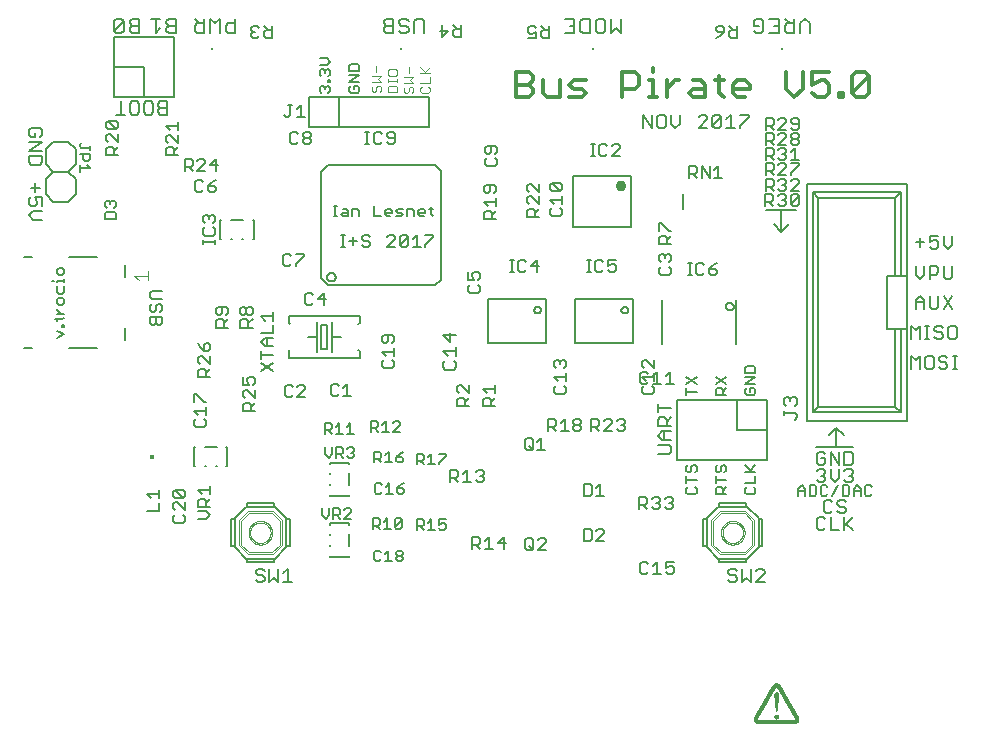
<source format=gto>
G75*
%MOIN*%
%OFA0B0*%
%FSLAX25Y25*%
%IPPOS*%
%LPD*%
%AMOC8*
5,1,8,0,0,1.08239X$1,22.5*
%
%ADD10C,0.00800*%
%ADD11C,0.00500*%
%ADD12C,0.00600*%
%ADD13C,0.01200*%
%ADD14C,0.00400*%
%ADD15R,0.00984X0.00984*%
%ADD16R,0.01181X0.01575*%
%ADD17C,0.03619*%
%ADD18R,0.00060X0.00060*%
%ADD19R,0.00060X0.00060*%
%ADD20R,0.00060X0.00060*%
%ADD21R,0.00060X0.00060*%
%ADD22R,0.00394X0.05512*%
%ADD23R,0.00787X0.05512*%
%ADD24R,0.00787X0.00394*%
%ADD25C,0.00300*%
D10*
X0237035Y0176247D02*
X0237035Y0193176D01*
X0256327Y0193176D01*
X0256327Y0176247D01*
X0237035Y0176247D01*
X0301631Y0182111D02*
X0306531Y0182111D01*
X0306531Y0174761D01*
X0304081Y0177211D01*
X0306531Y0174761D02*
X0308981Y0177211D01*
X0306531Y0182111D02*
X0311431Y0182111D01*
X0351475Y0171170D02*
X0354278Y0171170D01*
X0356079Y0171170D02*
X0357480Y0171870D01*
X0358181Y0171870D01*
X0358882Y0171170D01*
X0358882Y0169769D01*
X0358181Y0169068D01*
X0356780Y0169068D01*
X0356079Y0169769D01*
X0356079Y0171170D02*
X0356079Y0173272D01*
X0358882Y0173272D01*
X0360683Y0173272D02*
X0360683Y0170469D01*
X0362084Y0169068D01*
X0363485Y0170469D01*
X0363485Y0173272D01*
X0352876Y0172571D02*
X0352876Y0169769D01*
X0351475Y0163272D02*
X0351475Y0160469D01*
X0352876Y0159068D01*
X0354278Y0160469D01*
X0354278Y0163272D01*
X0356079Y0163272D02*
X0358181Y0163272D01*
X0358882Y0162571D01*
X0358882Y0161170D01*
X0358181Y0160469D01*
X0356079Y0160469D01*
X0356079Y0159068D02*
X0356079Y0163272D01*
X0360683Y0163272D02*
X0360683Y0159769D01*
X0361384Y0159068D01*
X0362785Y0159068D01*
X0363485Y0159769D01*
X0363485Y0163272D01*
X0363485Y0153272D02*
X0360683Y0149068D01*
X0358882Y0149769D02*
X0358181Y0149068D01*
X0356780Y0149068D01*
X0356079Y0149769D01*
X0356079Y0153272D01*
X0354278Y0151870D02*
X0352876Y0153272D01*
X0351475Y0151870D01*
X0351475Y0149068D01*
X0351475Y0151170D02*
X0354278Y0151170D01*
X0354278Y0151870D02*
X0354278Y0149068D01*
X0358882Y0149769D02*
X0358882Y0153272D01*
X0360683Y0153272D02*
X0363485Y0149068D01*
X0362918Y0143272D02*
X0362218Y0142571D01*
X0362218Y0139769D01*
X0362918Y0139068D01*
X0364319Y0139068D01*
X0365020Y0139769D01*
X0365020Y0142571D01*
X0364319Y0143272D01*
X0362918Y0143272D01*
X0360416Y0142571D02*
X0359716Y0143272D01*
X0358314Y0143272D01*
X0357614Y0142571D01*
X0357614Y0141870D01*
X0358314Y0141170D01*
X0359716Y0141170D01*
X0360416Y0140469D01*
X0360416Y0139769D01*
X0359716Y0139068D01*
X0358314Y0139068D01*
X0357614Y0139769D01*
X0355946Y0139068D02*
X0354544Y0139068D01*
X0355245Y0139068D02*
X0355245Y0143272D01*
X0354544Y0143272D02*
X0355946Y0143272D01*
X0352743Y0143272D02*
X0352743Y0139068D01*
X0349941Y0139068D02*
X0349941Y0143272D01*
X0351342Y0141870D01*
X0352743Y0143272D01*
X0352743Y0133272D02*
X0352743Y0129068D01*
X0354544Y0129769D02*
X0355245Y0129068D01*
X0356646Y0129068D01*
X0357347Y0129769D01*
X0357347Y0132571D01*
X0356646Y0133272D01*
X0355245Y0133272D01*
X0354544Y0132571D01*
X0354544Y0129769D01*
X0351342Y0131870D02*
X0349941Y0133272D01*
X0349941Y0129068D01*
X0351342Y0131870D02*
X0352743Y0133272D01*
X0359148Y0132571D02*
X0359148Y0131870D01*
X0359849Y0131170D01*
X0361250Y0131170D01*
X0361951Y0130469D01*
X0361951Y0129769D01*
X0361250Y0129068D01*
X0359849Y0129068D01*
X0359148Y0129769D01*
X0359148Y0132571D02*
X0359849Y0133272D01*
X0361250Y0133272D01*
X0361951Y0132571D01*
X0363752Y0133272D02*
X0365154Y0133272D01*
X0364453Y0133272D02*
X0364453Y0129068D01*
X0363752Y0129068D02*
X0365154Y0129068D01*
X0327306Y0106899D02*
X0324806Y0109399D01*
X0322306Y0106899D01*
X0324806Y0109086D02*
X0324806Y0102836D01*
X0330431Y0102836D01*
X0329685Y0101284D02*
X0327583Y0101284D01*
X0327583Y0097081D01*
X0329685Y0097081D01*
X0330385Y0097781D01*
X0330385Y0100584D01*
X0329685Y0101284D01*
X0325782Y0101284D02*
X0325782Y0097081D01*
X0322979Y0101284D01*
X0322979Y0097081D01*
X0322979Y0095559D02*
X0322979Y0092757D01*
X0324380Y0091356D01*
X0325782Y0092757D01*
X0325782Y0095559D01*
X0327583Y0094859D02*
X0328284Y0095559D01*
X0329685Y0095559D01*
X0330385Y0094859D01*
X0330385Y0094158D01*
X0329685Y0093457D01*
X0330385Y0092757D01*
X0330385Y0092056D01*
X0329685Y0091356D01*
X0328284Y0091356D01*
X0327583Y0092056D01*
X0328984Y0093457D02*
X0329685Y0093457D01*
X0321178Y0092757D02*
X0321178Y0092056D01*
X0320477Y0091356D01*
X0319076Y0091356D01*
X0318375Y0092056D01*
X0319776Y0093457D02*
X0320477Y0093457D01*
X0321178Y0092757D01*
X0320477Y0093457D02*
X0321178Y0094158D01*
X0321178Y0094859D01*
X0320477Y0095559D01*
X0319076Y0095559D01*
X0318375Y0094859D01*
X0319076Y0097081D02*
X0320477Y0097081D01*
X0321178Y0097781D01*
X0321178Y0099182D01*
X0319776Y0099182D01*
X0318375Y0097781D02*
X0319076Y0097081D01*
X0318375Y0097781D02*
X0318375Y0100584D01*
X0319076Y0101284D01*
X0320477Y0101284D01*
X0321178Y0100584D01*
X0318244Y0102836D02*
X0324806Y0102836D01*
X0325982Y0085247D02*
X0325281Y0084546D01*
X0325281Y0083845D01*
X0325982Y0083145D01*
X0327383Y0083145D01*
X0328083Y0082444D01*
X0328083Y0081744D01*
X0327383Y0081043D01*
X0325982Y0081043D01*
X0325281Y0081744D01*
X0323480Y0081744D02*
X0322779Y0081043D01*
X0321378Y0081043D01*
X0320677Y0081744D01*
X0320677Y0084546D01*
X0321378Y0085247D01*
X0322779Y0085247D01*
X0323480Y0084546D01*
X0325982Y0085247D02*
X0327383Y0085247D01*
X0328083Y0084546D01*
X0327583Y0079572D02*
X0327583Y0075368D01*
X0327583Y0076769D02*
X0330385Y0079572D01*
X0328284Y0077470D02*
X0330385Y0075368D01*
X0325782Y0075368D02*
X0322979Y0075368D01*
X0322979Y0079572D01*
X0321178Y0078871D02*
X0320477Y0079572D01*
X0319076Y0079572D01*
X0318375Y0078871D01*
X0318375Y0076069D01*
X0319076Y0075368D01*
X0320477Y0075368D01*
X0321178Y0076069D01*
X0316062Y0240957D02*
X0316062Y0244160D01*
X0314461Y0245761D01*
X0312860Y0244160D01*
X0312860Y0240957D01*
X0310906Y0240957D02*
X0308504Y0240957D01*
X0307703Y0241758D01*
X0307703Y0243359D01*
X0308504Y0244160D01*
X0310906Y0244160D01*
X0309305Y0244160D02*
X0307703Y0245761D01*
X0305750Y0245761D02*
X0302547Y0245761D01*
X0300593Y0244961D02*
X0300593Y0241758D01*
X0299793Y0240957D01*
X0298191Y0240957D01*
X0297390Y0241758D01*
X0297390Y0243359D02*
X0298992Y0243359D01*
X0297390Y0243359D02*
X0297390Y0244961D01*
X0298191Y0245761D01*
X0299793Y0245761D01*
X0300593Y0244961D01*
X0304148Y0243359D02*
X0305750Y0243359D01*
X0305750Y0240957D02*
X0305750Y0245761D01*
X0305750Y0240957D02*
X0302547Y0240957D01*
X0310906Y0240957D02*
X0310906Y0245761D01*
X0253070Y0245761D02*
X0253070Y0240957D01*
X0251469Y0242559D01*
X0249868Y0240957D01*
X0249868Y0245761D01*
X0247914Y0244961D02*
X0247113Y0245761D01*
X0245512Y0245761D01*
X0244711Y0244961D01*
X0244711Y0241758D01*
X0245512Y0240957D01*
X0247113Y0240957D01*
X0247914Y0241758D01*
X0247914Y0244961D01*
X0242757Y0245761D02*
X0240355Y0245761D01*
X0239555Y0244961D01*
X0239555Y0241758D01*
X0240355Y0240957D01*
X0242757Y0240957D01*
X0242757Y0245761D01*
X0237601Y0245761D02*
X0234398Y0245761D01*
X0236000Y0243359D02*
X0237601Y0243359D01*
X0237601Y0240957D02*
X0234398Y0240957D01*
X0237601Y0240957D02*
X0237601Y0245761D01*
X0187500Y0244961D02*
X0187500Y0240957D01*
X0184297Y0240957D02*
X0184297Y0244961D01*
X0185098Y0245761D01*
X0186699Y0245761D01*
X0187500Y0244961D01*
X0182344Y0244961D02*
X0181543Y0245761D01*
X0179942Y0245761D01*
X0179141Y0244961D01*
X0179141Y0244160D01*
X0179942Y0243359D01*
X0181543Y0243359D01*
X0182344Y0242559D01*
X0182344Y0241758D01*
X0181543Y0240957D01*
X0179942Y0240957D01*
X0179141Y0241758D01*
X0177187Y0240957D02*
X0174785Y0240957D01*
X0173984Y0241758D01*
X0173984Y0242559D01*
X0174785Y0243359D01*
X0177187Y0243359D01*
X0177187Y0245761D02*
X0177187Y0240957D01*
X0174785Y0243359D02*
X0173984Y0244160D01*
X0173984Y0244961D01*
X0174785Y0245761D01*
X0177187Y0245761D01*
X0124508Y0245761D02*
X0124508Y0240957D01*
X0122106Y0240957D01*
X0121305Y0241758D01*
X0121305Y0243359D01*
X0122106Y0244160D01*
X0124508Y0244160D01*
X0119351Y0245761D02*
X0119351Y0240957D01*
X0116149Y0240957D02*
X0116149Y0245761D01*
X0117750Y0244160D01*
X0119351Y0245761D01*
X0114195Y0245761D02*
X0114195Y0240957D01*
X0111793Y0240957D01*
X0110992Y0241758D01*
X0110992Y0243359D01*
X0111793Y0244160D01*
X0114195Y0244160D01*
X0112594Y0244160D02*
X0110992Y0245761D01*
X0104780Y0245761D02*
X0102378Y0245761D01*
X0101577Y0244961D01*
X0101577Y0244160D01*
X0102378Y0243359D01*
X0104780Y0243359D01*
X0104780Y0240957D02*
X0102378Y0240957D01*
X0101577Y0241758D01*
X0101577Y0242559D01*
X0102378Y0243359D01*
X0099623Y0242559D02*
X0098022Y0240957D01*
X0098022Y0245761D01*
X0099623Y0245761D02*
X0096420Y0245761D01*
X0092530Y0245761D02*
X0090128Y0245761D01*
X0089327Y0244961D01*
X0089327Y0244160D01*
X0090128Y0243359D01*
X0092530Y0243359D01*
X0092530Y0240957D02*
X0090128Y0240957D01*
X0089327Y0241758D01*
X0089327Y0242559D01*
X0090128Y0243359D01*
X0087373Y0241758D02*
X0086573Y0240957D01*
X0084971Y0240957D01*
X0084170Y0241758D01*
X0087373Y0244961D01*
X0086573Y0245761D01*
X0084971Y0245761D01*
X0084170Y0244961D01*
X0084170Y0241758D01*
X0087373Y0241758D02*
X0087373Y0244961D01*
X0092530Y0245761D02*
X0092530Y0240957D01*
X0104780Y0240957D02*
X0104780Y0245761D01*
D11*
X0152653Y0232567D02*
X0154988Y0232567D01*
X0156156Y0231399D01*
X0154988Y0230232D01*
X0152653Y0230232D01*
X0153237Y0228884D02*
X0152653Y0228300D01*
X0152653Y0227132D01*
X0153237Y0226549D01*
X0154405Y0227716D02*
X0154405Y0228300D01*
X0154988Y0228884D01*
X0155572Y0228884D01*
X0156156Y0228300D01*
X0156156Y0227132D01*
X0155572Y0226549D01*
X0155572Y0225291D02*
X0156156Y0225291D01*
X0156156Y0224707D01*
X0155572Y0224707D01*
X0155572Y0225291D01*
X0155572Y0223359D02*
X0156156Y0222775D01*
X0156156Y0221608D01*
X0155572Y0221024D01*
X0154405Y0222192D02*
X0154405Y0222775D01*
X0154988Y0223359D01*
X0155572Y0223359D01*
X0154405Y0222775D02*
X0153821Y0223359D01*
X0153237Y0223359D01*
X0152653Y0222775D01*
X0152653Y0221608D01*
X0153237Y0221024D01*
X0162453Y0221608D02*
X0163037Y0221024D01*
X0165372Y0221024D01*
X0165956Y0221608D01*
X0165956Y0222775D01*
X0165372Y0223359D01*
X0164205Y0223359D01*
X0164205Y0222192D01*
X0163037Y0223359D02*
X0162453Y0222775D01*
X0162453Y0221608D01*
X0162453Y0224707D02*
X0165956Y0227042D01*
X0162453Y0227042D01*
X0162453Y0228390D02*
X0162453Y0230142D01*
X0163037Y0230726D01*
X0165372Y0230726D01*
X0165956Y0230142D01*
X0165956Y0228390D01*
X0162453Y0228390D01*
X0162453Y0224707D02*
X0165956Y0224707D01*
X0154405Y0228300D02*
X0153821Y0228884D01*
X0153237Y0228884D01*
X0084681Y0184566D02*
X0084681Y0183398D01*
X0084098Y0182814D01*
X0084098Y0181466D02*
X0081762Y0181466D01*
X0081178Y0180882D01*
X0081178Y0179131D01*
X0084681Y0179131D01*
X0084681Y0180882D01*
X0084098Y0181466D01*
X0081762Y0182814D02*
X0081178Y0183398D01*
X0081178Y0184566D01*
X0081762Y0185149D01*
X0082346Y0185149D01*
X0082930Y0184566D01*
X0083514Y0185149D01*
X0084098Y0185149D01*
X0084681Y0184566D01*
X0082930Y0184566D02*
X0082930Y0183982D01*
X0072693Y0194685D02*
X0072693Y0197020D01*
X0072693Y0195852D02*
X0076196Y0195852D01*
X0075029Y0197020D01*
X0075613Y0198368D02*
X0074445Y0198368D01*
X0073861Y0198952D01*
X0073861Y0200703D01*
X0072693Y0200703D02*
X0076196Y0200703D01*
X0076196Y0198952D01*
X0075613Y0198368D01*
X0076196Y0202051D02*
X0076196Y0203219D01*
X0076196Y0202635D02*
X0073277Y0202635D01*
X0072693Y0203219D01*
X0072693Y0203802D01*
X0073277Y0204386D01*
X0113649Y0179739D02*
X0114333Y0180423D01*
X0115017Y0180423D01*
X0115701Y0179739D01*
X0116385Y0180423D01*
X0117069Y0180423D01*
X0117752Y0179739D01*
X0117752Y0178372D01*
X0117069Y0177688D01*
X0117069Y0176188D02*
X0117752Y0175504D01*
X0117752Y0174136D01*
X0117069Y0173452D01*
X0114333Y0173452D01*
X0113649Y0174136D01*
X0113649Y0175504D01*
X0114333Y0176188D01*
X0114333Y0177688D02*
X0113649Y0178372D01*
X0113649Y0179739D01*
X0115701Y0179739D02*
X0115701Y0179055D01*
X0117752Y0171996D02*
X0117752Y0170628D01*
X0117752Y0171312D02*
X0113649Y0171312D01*
X0113649Y0170628D02*
X0113649Y0171996D01*
X0100185Y0154911D02*
X0096765Y0154911D01*
X0096081Y0154227D01*
X0096081Y0152860D01*
X0096765Y0152176D01*
X0100185Y0152176D01*
X0099501Y0150676D02*
X0098817Y0150676D01*
X0098133Y0149992D01*
X0098133Y0148624D01*
X0097449Y0147940D01*
X0096765Y0147940D01*
X0096081Y0148624D01*
X0096081Y0149992D01*
X0096765Y0150676D01*
X0099501Y0150676D02*
X0100185Y0149992D01*
X0100185Y0148624D01*
X0099501Y0147940D01*
X0100185Y0146440D02*
X0096081Y0146440D01*
X0096081Y0144388D01*
X0096765Y0143705D01*
X0097449Y0143705D01*
X0098133Y0144388D01*
X0098133Y0146440D01*
X0098133Y0144388D02*
X0098817Y0143705D01*
X0099501Y0143705D01*
X0100185Y0144388D01*
X0100185Y0146440D01*
X0087843Y0142704D02*
X0087843Y0138767D01*
X0078591Y0136011D02*
X0069142Y0136011D01*
X0067494Y0140586D02*
X0065159Y0141753D01*
X0066910Y0143101D02*
X0066910Y0143685D01*
X0067494Y0143685D01*
X0067494Y0143101D01*
X0066910Y0143101D01*
X0066910Y0145527D02*
X0064575Y0145527D01*
X0065159Y0144943D02*
X0065159Y0146110D01*
X0065159Y0147398D02*
X0067494Y0147398D01*
X0066326Y0147398D02*
X0065159Y0148566D01*
X0065159Y0149150D01*
X0065743Y0150468D02*
X0066910Y0150468D01*
X0067494Y0151051D01*
X0067494Y0152219D01*
X0066910Y0152803D01*
X0065743Y0152803D01*
X0065159Y0152219D01*
X0065159Y0151051D01*
X0065743Y0150468D01*
X0065743Y0154151D02*
X0066910Y0154151D01*
X0067494Y0154734D01*
X0067494Y0156486D01*
X0067494Y0157834D02*
X0067494Y0159001D01*
X0067494Y0158418D02*
X0065159Y0158418D01*
X0065159Y0157834D01*
X0063991Y0158418D02*
X0063407Y0158418D01*
X0065159Y0156486D02*
X0065159Y0154734D01*
X0065743Y0154151D01*
X0065743Y0160289D02*
X0066910Y0160289D01*
X0067494Y0160873D01*
X0067494Y0162041D01*
X0066910Y0162625D01*
X0065743Y0162625D01*
X0065159Y0162041D01*
X0065159Y0160873D01*
X0065743Y0160289D01*
X0069142Y0166326D02*
X0078591Y0166326D01*
X0087843Y0163570D02*
X0087843Y0159633D01*
X0067494Y0146110D02*
X0066910Y0145527D01*
X0067494Y0140586D02*
X0065159Y0139418D01*
X0056937Y0136011D02*
X0054181Y0136011D01*
X0054181Y0166326D02*
X0056937Y0166326D01*
X0118063Y0149074D02*
X0118063Y0147706D01*
X0118747Y0147022D01*
X0119431Y0147022D01*
X0120115Y0147706D01*
X0120115Y0149757D01*
X0118747Y0149757D02*
X0118063Y0149074D01*
X0118747Y0149757D02*
X0121483Y0149757D01*
X0122167Y0149074D01*
X0122167Y0147706D01*
X0121483Y0147022D01*
X0122167Y0145522D02*
X0120799Y0144154D01*
X0120799Y0144838D02*
X0120799Y0142786D01*
X0122167Y0142786D02*
X0118063Y0142786D01*
X0118063Y0144838D01*
X0118747Y0145522D01*
X0120115Y0145522D01*
X0120799Y0144838D01*
X0126235Y0144838D02*
X0126235Y0142786D01*
X0130339Y0142786D01*
X0128971Y0142786D02*
X0128971Y0144838D01*
X0128287Y0145522D01*
X0126919Y0145522D01*
X0126235Y0144838D01*
X0126919Y0147022D02*
X0127603Y0147022D01*
X0128287Y0147706D01*
X0128287Y0149074D01*
X0128971Y0149757D01*
X0129655Y0149757D01*
X0130339Y0149074D01*
X0130339Y0147706D01*
X0129655Y0147022D01*
X0128971Y0147022D01*
X0128287Y0147706D01*
X0128287Y0149074D02*
X0127603Y0149757D01*
X0126919Y0149757D01*
X0126235Y0149074D01*
X0126235Y0147706D01*
X0126919Y0147022D01*
X0128971Y0144154D02*
X0130339Y0145522D01*
X0148681Y0139711D02*
X0151681Y0139711D01*
X0151681Y0144711D01*
X0153181Y0143711D02*
X0153181Y0135711D01*
X0155181Y0135711D01*
X0155181Y0143711D01*
X0153181Y0143711D01*
X0156681Y0144711D02*
X0156681Y0139711D01*
X0159681Y0139711D01*
X0156681Y0139711D02*
X0156681Y0134711D01*
X0151681Y0134711D02*
X0151681Y0139711D01*
X0154384Y0110974D02*
X0156136Y0110974D01*
X0156720Y0110390D01*
X0156720Y0109223D01*
X0156136Y0108639D01*
X0154384Y0108639D01*
X0154384Y0107471D02*
X0154384Y0110974D01*
X0155552Y0108639D02*
X0156720Y0107471D01*
X0158067Y0107471D02*
X0160403Y0107471D01*
X0159235Y0107471D02*
X0159235Y0110974D01*
X0158067Y0109807D01*
X0161751Y0109807D02*
X0162918Y0110974D01*
X0162918Y0107471D01*
X0161751Y0107471D02*
X0164086Y0107471D01*
X0169837Y0108072D02*
X0169837Y0111575D01*
X0171589Y0111575D01*
X0172172Y0110991D01*
X0172172Y0109823D01*
X0171589Y0109239D01*
X0169837Y0109239D01*
X0171005Y0109239D02*
X0172172Y0108072D01*
X0173520Y0108072D02*
X0175856Y0108072D01*
X0174688Y0108072D02*
X0174688Y0111575D01*
X0173520Y0110407D01*
X0177203Y0110991D02*
X0177787Y0111575D01*
X0178955Y0111575D01*
X0179539Y0110991D01*
X0179539Y0110407D01*
X0177203Y0108072D01*
X0179539Y0108072D01*
X0180633Y0101339D02*
X0179465Y0100756D01*
X0178297Y0099588D01*
X0180049Y0099588D01*
X0180633Y0099004D01*
X0180633Y0098420D01*
X0180049Y0097836D01*
X0178881Y0097836D01*
X0178297Y0098420D01*
X0178297Y0099588D01*
X0176950Y0097836D02*
X0174614Y0097836D01*
X0175782Y0097836D02*
X0175782Y0101339D01*
X0174614Y0100172D01*
X0173266Y0100756D02*
X0173266Y0099588D01*
X0172683Y0099004D01*
X0170931Y0099004D01*
X0170931Y0097836D02*
X0170931Y0101339D01*
X0172683Y0101339D01*
X0173266Y0100756D01*
X0172099Y0099004D02*
X0173266Y0097836D01*
X0164211Y0099935D02*
X0163628Y0099351D01*
X0162460Y0099351D01*
X0161876Y0099935D01*
X0160528Y0099351D02*
X0159361Y0100519D01*
X0159944Y0100519D02*
X0158193Y0100519D01*
X0158193Y0099351D02*
X0158193Y0102854D01*
X0159944Y0102854D01*
X0160528Y0102270D01*
X0160528Y0101103D01*
X0159944Y0100519D01*
X0161876Y0102270D02*
X0162460Y0102854D01*
X0163628Y0102854D01*
X0164211Y0102270D01*
X0164211Y0101686D01*
X0163628Y0101103D01*
X0164211Y0100519D01*
X0164211Y0099935D01*
X0163628Y0101103D02*
X0163044Y0101103D01*
X0156845Y0100519D02*
X0156845Y0102854D01*
X0154510Y0102854D02*
X0154510Y0100519D01*
X0155677Y0099351D01*
X0156845Y0100519D01*
X0171026Y0090395D02*
X0171026Y0088060D01*
X0171609Y0087476D01*
X0172777Y0087476D01*
X0173361Y0088060D01*
X0174709Y0087476D02*
X0177044Y0087476D01*
X0175876Y0087476D02*
X0175876Y0090979D01*
X0174709Y0089811D01*
X0173361Y0090395D02*
X0172777Y0090979D01*
X0171609Y0090979D01*
X0171026Y0090395D01*
X0178392Y0089228D02*
X0178392Y0088060D01*
X0178976Y0087476D01*
X0180143Y0087476D01*
X0180727Y0088060D01*
X0180727Y0088644D01*
X0180143Y0089228D01*
X0178392Y0089228D01*
X0179560Y0090395D01*
X0180727Y0090979D01*
X0184994Y0097211D02*
X0184994Y0100714D01*
X0186745Y0100714D01*
X0187329Y0100131D01*
X0187329Y0098963D01*
X0186745Y0098379D01*
X0184994Y0098379D01*
X0186161Y0098379D02*
X0187329Y0097211D01*
X0188677Y0097211D02*
X0191012Y0097211D01*
X0189844Y0097211D02*
X0189844Y0100714D01*
X0188677Y0099547D01*
X0192360Y0100714D02*
X0194695Y0100714D01*
X0194695Y0100131D01*
X0192360Y0097795D01*
X0192360Y0097211D01*
X0192360Y0078839D02*
X0192360Y0077088D01*
X0193528Y0077672D01*
X0194111Y0077672D01*
X0194695Y0077088D01*
X0194695Y0075920D01*
X0194111Y0075336D01*
X0192944Y0075336D01*
X0192360Y0075920D01*
X0191012Y0075336D02*
X0188677Y0075336D01*
X0189844Y0075336D02*
X0189844Y0078839D01*
X0188677Y0077672D01*
X0187329Y0078256D02*
X0187329Y0077088D01*
X0186745Y0076504D01*
X0184994Y0076504D01*
X0186161Y0076504D02*
X0187329Y0075336D01*
X0184994Y0075336D02*
X0184994Y0078839D01*
X0186745Y0078839D01*
X0187329Y0078256D01*
X0192360Y0078839D02*
X0194695Y0078839D01*
X0180008Y0078568D02*
X0177672Y0076233D01*
X0178256Y0075649D01*
X0179424Y0075649D01*
X0180008Y0076233D01*
X0180008Y0078568D01*
X0179424Y0079152D01*
X0178256Y0079152D01*
X0177672Y0078568D01*
X0177672Y0076233D01*
X0176325Y0075649D02*
X0173989Y0075649D01*
X0175157Y0075649D02*
X0175157Y0079152D01*
X0173989Y0077984D01*
X0172641Y0078568D02*
X0172641Y0077400D01*
X0172058Y0076817D01*
X0170306Y0076817D01*
X0171474Y0076817D02*
X0172641Y0075649D01*
X0170306Y0075649D02*
X0170306Y0079152D01*
X0172058Y0079152D01*
X0172641Y0078568D01*
X0163227Y0079039D02*
X0160892Y0079039D01*
X0163227Y0081374D01*
X0163227Y0081958D01*
X0162643Y0082542D01*
X0161476Y0082542D01*
X0160892Y0081958D01*
X0159544Y0081958D02*
X0159544Y0080790D01*
X0158960Y0080206D01*
X0157209Y0080206D01*
X0157209Y0079039D02*
X0157209Y0082542D01*
X0158960Y0082542D01*
X0159544Y0081958D01*
X0158376Y0080206D02*
X0159544Y0079039D01*
X0155861Y0080206D02*
X0155861Y0082542D01*
X0153526Y0082542D02*
X0153526Y0080206D01*
X0154693Y0079039D01*
X0155861Y0080206D01*
X0170760Y0067895D02*
X0170760Y0065560D01*
X0171344Y0064976D01*
X0172511Y0064976D01*
X0173095Y0065560D01*
X0174443Y0064976D02*
X0176778Y0064976D01*
X0175611Y0064976D02*
X0175611Y0068479D01*
X0174443Y0067311D01*
X0173095Y0067895D02*
X0172511Y0068479D01*
X0171344Y0068479D01*
X0170760Y0067895D01*
X0178126Y0067895D02*
X0178126Y0067311D01*
X0178710Y0066728D01*
X0179878Y0066728D01*
X0180461Y0066144D01*
X0180461Y0065560D01*
X0179878Y0064976D01*
X0178710Y0064976D01*
X0178126Y0065560D01*
X0178126Y0066144D01*
X0178710Y0066728D01*
X0179878Y0066728D02*
X0180461Y0067311D01*
X0180461Y0067895D01*
X0179878Y0068479D01*
X0178710Y0068479D01*
X0178126Y0067895D01*
X0143538Y0057904D02*
X0140536Y0057904D01*
X0142037Y0057904D02*
X0142037Y0062408D01*
X0140536Y0060907D01*
X0138934Y0062408D02*
X0138934Y0057904D01*
X0137433Y0059406D01*
X0135932Y0057904D01*
X0135932Y0062408D01*
X0134331Y0061658D02*
X0133580Y0062408D01*
X0132079Y0062408D01*
X0131328Y0061658D01*
X0131328Y0060907D01*
X0132079Y0060156D01*
X0133580Y0060156D01*
X0134331Y0059406D01*
X0134331Y0058655D01*
X0133580Y0057904D01*
X0132079Y0057904D01*
X0131328Y0058655D01*
X0207078Y0116649D02*
X0207078Y0118701D01*
X0207762Y0119385D01*
X0209129Y0119385D01*
X0209813Y0118701D01*
X0209813Y0116649D01*
X0209813Y0118017D02*
X0211181Y0119385D01*
X0211181Y0120885D02*
X0211181Y0123620D01*
X0211181Y0122252D02*
X0207078Y0122252D01*
X0208445Y0120885D01*
X0207078Y0116649D02*
X0211181Y0116649D01*
X0208795Y0137625D02*
X0208795Y0152192D01*
X0228086Y0152192D01*
X0228086Y0137625D01*
X0208795Y0137625D01*
X0224217Y0148648D02*
X0224219Y0148715D01*
X0224225Y0148781D01*
X0224235Y0148847D01*
X0224249Y0148912D01*
X0224266Y0148976D01*
X0224288Y0149039D01*
X0224313Y0149101D01*
X0224342Y0149161D01*
X0224375Y0149219D01*
X0224410Y0149275D01*
X0224450Y0149329D01*
X0224492Y0149380D01*
X0224537Y0149429D01*
X0224585Y0149475D01*
X0224636Y0149518D01*
X0224689Y0149558D01*
X0224745Y0149595D01*
X0224803Y0149628D01*
X0224862Y0149658D01*
X0224923Y0149684D01*
X0224986Y0149707D01*
X0225050Y0149725D01*
X0225115Y0149740D01*
X0225181Y0149751D01*
X0225247Y0149758D01*
X0225313Y0149761D01*
X0225380Y0149760D01*
X0225446Y0149755D01*
X0225512Y0149746D01*
X0225578Y0149733D01*
X0225642Y0149716D01*
X0225705Y0149696D01*
X0225767Y0149671D01*
X0225828Y0149643D01*
X0225887Y0149612D01*
X0225943Y0149577D01*
X0225998Y0149539D01*
X0226050Y0149497D01*
X0226099Y0149452D01*
X0226146Y0149405D01*
X0226190Y0149355D01*
X0226230Y0149302D01*
X0226268Y0149247D01*
X0226302Y0149190D01*
X0226333Y0149131D01*
X0226360Y0149070D01*
X0226383Y0149008D01*
X0226403Y0148944D01*
X0226419Y0148879D01*
X0226431Y0148814D01*
X0226439Y0148748D01*
X0226443Y0148681D01*
X0226443Y0148615D01*
X0226439Y0148548D01*
X0226431Y0148482D01*
X0226419Y0148417D01*
X0226403Y0148352D01*
X0226383Y0148288D01*
X0226360Y0148226D01*
X0226333Y0148165D01*
X0226302Y0148106D01*
X0226268Y0148049D01*
X0226230Y0147994D01*
X0226190Y0147941D01*
X0226146Y0147891D01*
X0226099Y0147844D01*
X0226050Y0147799D01*
X0225998Y0147757D01*
X0225943Y0147719D01*
X0225886Y0147684D01*
X0225828Y0147653D01*
X0225767Y0147625D01*
X0225705Y0147600D01*
X0225642Y0147580D01*
X0225578Y0147563D01*
X0225512Y0147550D01*
X0225446Y0147541D01*
X0225380Y0147536D01*
X0225313Y0147535D01*
X0225247Y0147538D01*
X0225181Y0147545D01*
X0225115Y0147556D01*
X0225050Y0147571D01*
X0224986Y0147589D01*
X0224923Y0147612D01*
X0224862Y0147638D01*
X0224803Y0147668D01*
X0224745Y0147701D01*
X0224689Y0147738D01*
X0224636Y0147778D01*
X0224585Y0147821D01*
X0224537Y0147867D01*
X0224492Y0147916D01*
X0224450Y0147967D01*
X0224410Y0148021D01*
X0224375Y0148077D01*
X0224342Y0148135D01*
X0224313Y0148195D01*
X0224288Y0148257D01*
X0224266Y0148320D01*
X0224249Y0148384D01*
X0224235Y0148449D01*
X0224225Y0148515D01*
X0224219Y0148581D01*
X0224217Y0148648D01*
X0237857Y0152192D02*
X0257149Y0152192D01*
X0257149Y0137625D01*
X0237857Y0137625D01*
X0237857Y0152192D01*
X0253280Y0148648D02*
X0253282Y0148715D01*
X0253288Y0148781D01*
X0253298Y0148847D01*
X0253312Y0148912D01*
X0253329Y0148976D01*
X0253351Y0149039D01*
X0253376Y0149101D01*
X0253405Y0149161D01*
X0253438Y0149219D01*
X0253473Y0149275D01*
X0253513Y0149329D01*
X0253555Y0149380D01*
X0253600Y0149429D01*
X0253648Y0149475D01*
X0253699Y0149518D01*
X0253752Y0149558D01*
X0253808Y0149595D01*
X0253866Y0149628D01*
X0253925Y0149658D01*
X0253986Y0149684D01*
X0254049Y0149707D01*
X0254113Y0149725D01*
X0254178Y0149740D01*
X0254244Y0149751D01*
X0254310Y0149758D01*
X0254376Y0149761D01*
X0254443Y0149760D01*
X0254509Y0149755D01*
X0254575Y0149746D01*
X0254641Y0149733D01*
X0254705Y0149716D01*
X0254768Y0149696D01*
X0254830Y0149671D01*
X0254891Y0149643D01*
X0254950Y0149612D01*
X0255006Y0149577D01*
X0255061Y0149539D01*
X0255113Y0149497D01*
X0255162Y0149452D01*
X0255209Y0149405D01*
X0255253Y0149355D01*
X0255293Y0149302D01*
X0255331Y0149247D01*
X0255365Y0149190D01*
X0255396Y0149131D01*
X0255423Y0149070D01*
X0255446Y0149008D01*
X0255466Y0148944D01*
X0255482Y0148879D01*
X0255494Y0148814D01*
X0255502Y0148748D01*
X0255506Y0148681D01*
X0255506Y0148615D01*
X0255502Y0148548D01*
X0255494Y0148482D01*
X0255482Y0148417D01*
X0255466Y0148352D01*
X0255446Y0148288D01*
X0255423Y0148226D01*
X0255396Y0148165D01*
X0255365Y0148106D01*
X0255331Y0148049D01*
X0255293Y0147994D01*
X0255253Y0147941D01*
X0255209Y0147891D01*
X0255162Y0147844D01*
X0255113Y0147799D01*
X0255061Y0147757D01*
X0255006Y0147719D01*
X0254949Y0147684D01*
X0254891Y0147653D01*
X0254830Y0147625D01*
X0254768Y0147600D01*
X0254705Y0147580D01*
X0254641Y0147563D01*
X0254575Y0147550D01*
X0254509Y0147541D01*
X0254443Y0147536D01*
X0254376Y0147535D01*
X0254310Y0147538D01*
X0254244Y0147545D01*
X0254178Y0147556D01*
X0254113Y0147571D01*
X0254049Y0147589D01*
X0253986Y0147612D01*
X0253925Y0147638D01*
X0253866Y0147668D01*
X0253808Y0147701D01*
X0253752Y0147738D01*
X0253699Y0147778D01*
X0253648Y0147821D01*
X0253600Y0147867D01*
X0253555Y0147916D01*
X0253513Y0147967D01*
X0253473Y0148021D01*
X0253438Y0148077D01*
X0253405Y0148135D01*
X0253376Y0148195D01*
X0253351Y0148257D01*
X0253329Y0148320D01*
X0253312Y0148384D01*
X0253298Y0148449D01*
X0253288Y0148515D01*
X0253282Y0148581D01*
X0253280Y0148648D01*
X0274866Y0126280D02*
X0278369Y0123945D01*
X0278369Y0126280D02*
X0274866Y0123945D01*
X0274866Y0122597D02*
X0274866Y0120261D01*
X0274866Y0121429D02*
X0278369Y0121429D01*
X0284666Y0122013D02*
X0284666Y0120261D01*
X0288169Y0120261D01*
X0287001Y0120261D02*
X0287001Y0122013D01*
X0286417Y0122597D01*
X0285249Y0122597D01*
X0284666Y0122013D01*
X0284666Y0123945D02*
X0288169Y0126280D01*
X0288169Y0123945D02*
X0284666Y0126280D01*
X0288169Y0122597D02*
X0287001Y0121429D01*
X0294466Y0120845D02*
X0295049Y0120261D01*
X0297385Y0120261D01*
X0297969Y0120845D01*
X0297969Y0122013D01*
X0297385Y0122597D01*
X0296217Y0122597D01*
X0296217Y0121429D01*
X0295049Y0122597D02*
X0294466Y0122013D01*
X0294466Y0120845D01*
X0294466Y0123945D02*
X0297969Y0126280D01*
X0294466Y0126280D01*
X0294466Y0127628D02*
X0294466Y0129379D01*
X0295049Y0129963D01*
X0297385Y0129963D01*
X0297969Y0129379D01*
X0297969Y0127628D01*
X0294466Y0127628D01*
X0294466Y0123945D02*
X0297969Y0123945D01*
X0297969Y0096864D02*
X0296217Y0095112D01*
X0296801Y0094528D02*
X0294466Y0096864D01*
X0294466Y0094528D02*
X0297969Y0094528D01*
X0297969Y0093180D02*
X0297969Y0090845D01*
X0294466Y0090845D01*
X0295049Y0089497D02*
X0294466Y0088913D01*
X0294466Y0087746D01*
X0295049Y0087162D01*
X0297385Y0087162D01*
X0297969Y0087746D01*
X0297969Y0088913D01*
X0297385Y0089497D01*
X0288169Y0089497D02*
X0287001Y0088330D01*
X0287001Y0088913D02*
X0287001Y0087162D01*
X0288169Y0087162D02*
X0284666Y0087162D01*
X0284666Y0088913D01*
X0285249Y0089497D01*
X0286417Y0089497D01*
X0287001Y0088913D01*
X0284666Y0090845D02*
X0284666Y0093180D01*
X0284666Y0092013D02*
X0288169Y0092013D01*
X0287585Y0094528D02*
X0288169Y0095112D01*
X0288169Y0096280D01*
X0287585Y0096864D01*
X0287001Y0096864D01*
X0286417Y0096280D01*
X0286417Y0095112D01*
X0285833Y0094528D01*
X0285249Y0094528D01*
X0284666Y0095112D01*
X0284666Y0096280D01*
X0285249Y0096864D01*
X0278369Y0096280D02*
X0278369Y0095112D01*
X0277785Y0094528D01*
X0276617Y0095112D02*
X0276033Y0094528D01*
X0275449Y0094528D01*
X0274866Y0095112D01*
X0274866Y0096280D01*
X0275449Y0096864D01*
X0276617Y0096280D02*
X0277201Y0096864D01*
X0277785Y0096864D01*
X0278369Y0096280D01*
X0276617Y0096280D02*
X0276617Y0095112D01*
X0274866Y0093180D02*
X0274866Y0090845D01*
X0274866Y0092013D02*
X0278369Y0092013D01*
X0277785Y0089497D02*
X0278369Y0088913D01*
X0278369Y0087746D01*
X0277785Y0087162D01*
X0275449Y0087162D01*
X0274866Y0087746D01*
X0274866Y0088913D01*
X0275449Y0089497D01*
X0289559Y0062408D02*
X0288808Y0061658D01*
X0288808Y0060907D01*
X0289559Y0060156D01*
X0291060Y0060156D01*
X0291811Y0059406D01*
X0291811Y0058655D01*
X0291060Y0057904D01*
X0289559Y0057904D01*
X0288808Y0058655D01*
X0289559Y0062408D02*
X0291060Y0062408D01*
X0291811Y0061658D01*
X0293412Y0062408D02*
X0293412Y0057904D01*
X0294913Y0059406D01*
X0296415Y0057904D01*
X0296415Y0062408D01*
X0298016Y0061658D02*
X0298767Y0062408D01*
X0300268Y0062408D01*
X0301019Y0061658D01*
X0301019Y0060907D01*
X0298016Y0057904D01*
X0301019Y0057904D01*
X0190419Y0179911D02*
X0189836Y0180495D01*
X0189836Y0182831D01*
X0189252Y0182247D02*
X0190419Y0182247D01*
X0187904Y0181663D02*
X0187904Y0181079D01*
X0185569Y0181079D01*
X0185569Y0180495D02*
X0185569Y0181663D01*
X0186152Y0182247D01*
X0187320Y0182247D01*
X0187904Y0181663D01*
X0187320Y0179911D02*
X0186152Y0179911D01*
X0185569Y0180495D01*
X0184221Y0179911D02*
X0184221Y0181663D01*
X0183637Y0182247D01*
X0181885Y0182247D01*
X0181885Y0179911D01*
X0180538Y0180495D02*
X0179954Y0181079D01*
X0178786Y0181079D01*
X0178202Y0181663D01*
X0178786Y0182247D01*
X0180538Y0182247D01*
X0180538Y0180495D02*
X0179954Y0179911D01*
X0178202Y0179911D01*
X0176854Y0181079D02*
X0174519Y0181079D01*
X0174519Y0180495D02*
X0174519Y0181663D01*
X0175103Y0182247D01*
X0176271Y0182247D01*
X0176854Y0181663D01*
X0176854Y0181079D01*
X0176271Y0179911D02*
X0175103Y0179911D01*
X0174519Y0180495D01*
X0173171Y0179911D02*
X0170836Y0179911D01*
X0170836Y0183414D01*
X0165805Y0181663D02*
X0165805Y0179911D01*
X0165805Y0181663D02*
X0165221Y0182247D01*
X0163470Y0182247D01*
X0163470Y0179911D01*
X0162122Y0179911D02*
X0162122Y0181663D01*
X0161538Y0182247D01*
X0160370Y0182247D01*
X0160370Y0181079D02*
X0162122Y0181079D01*
X0162122Y0179911D02*
X0160370Y0179911D01*
X0159787Y0180495D01*
X0160370Y0181079D01*
X0158499Y0179911D02*
X0157331Y0179911D01*
X0157915Y0179911D02*
X0157915Y0183414D01*
X0157331Y0183414D02*
X0158499Y0183414D01*
D12*
X0103774Y0078252D02*
X0104441Y0077585D01*
X0107110Y0077585D01*
X0107777Y0078252D01*
X0107777Y0079587D01*
X0107110Y0080254D01*
X0107777Y0081821D02*
X0105108Y0084490D01*
X0104441Y0084490D01*
X0103774Y0083822D01*
X0103774Y0082488D01*
X0104441Y0081821D01*
X0104441Y0080254D02*
X0103774Y0079587D01*
X0103774Y0078252D01*
X0107777Y0081821D02*
X0107777Y0084490D01*
X0107110Y0086056D02*
X0104441Y0088725D01*
X0107110Y0088725D01*
X0107777Y0088058D01*
X0107777Y0086724D01*
X0107110Y0086056D01*
X0104441Y0086056D01*
X0103774Y0086724D01*
X0103774Y0088058D01*
X0104441Y0088725D01*
X0099169Y0088695D02*
X0099169Y0086026D01*
X0099169Y0087360D02*
X0095165Y0087360D01*
X0096500Y0086026D01*
X0099169Y0084459D02*
X0099169Y0081790D01*
X0095165Y0081790D01*
X0112007Y0081489D02*
X0114676Y0081489D01*
X0116011Y0080155D01*
X0114676Y0078820D01*
X0112007Y0078820D01*
X0112007Y0083056D02*
X0112007Y0085058D01*
X0112674Y0085725D01*
X0114009Y0085725D01*
X0114676Y0085058D01*
X0114676Y0083056D01*
X0116011Y0083056D02*
X0112007Y0083056D01*
X0114676Y0084391D02*
X0116011Y0085725D01*
X0116011Y0087292D02*
X0116011Y0089961D01*
X0116011Y0088626D02*
X0112007Y0088626D01*
X0113342Y0087292D01*
X0114313Y0096522D02*
X0114684Y0096522D01*
X0118054Y0096522D02*
X0118424Y0096522D01*
X0121597Y0096522D02*
X0121967Y0096522D01*
X0121967Y0102900D01*
X0121597Y0102900D01*
X0118424Y0102900D02*
X0114313Y0102900D01*
X0111140Y0102900D02*
X0110770Y0102900D01*
X0110770Y0096522D01*
X0111140Y0096522D01*
X0128459Y0084239D02*
X0137384Y0084239D01*
X0137384Y0082983D01*
X0137718Y0082987D02*
X0128459Y0082987D01*
X0128459Y0084239D01*
X0128459Y0082987D02*
X0128125Y0082987D01*
X0124331Y0079193D01*
X0124331Y0069934D01*
X0123079Y0069934D01*
X0123079Y0078859D01*
X0124335Y0078859D01*
X0124331Y0069934D02*
X0124331Y0069600D01*
X0128125Y0065806D01*
X0137384Y0065806D01*
X0137384Y0064554D01*
X0128459Y0064554D01*
X0128459Y0065810D01*
X0137384Y0065806D02*
X0137718Y0065806D01*
X0141512Y0069600D01*
X0141512Y0078859D01*
X0142764Y0078859D01*
X0142764Y0069934D01*
X0141508Y0069934D01*
X0141512Y0078859D02*
X0141512Y0079193D01*
X0137718Y0082987D01*
X0155992Y0086613D02*
X0155992Y0086983D01*
X0155992Y0086613D02*
X0162370Y0086613D01*
X0162370Y0086983D01*
X0162370Y0090156D02*
X0162370Y0094267D01*
X0162370Y0097440D02*
X0162370Y0097810D01*
X0155992Y0097810D01*
X0155992Y0097440D01*
X0155992Y0094267D02*
X0155992Y0093896D01*
X0155992Y0090526D02*
X0155992Y0090156D01*
X0155992Y0077497D02*
X0155992Y0077127D01*
X0155992Y0077497D02*
X0162370Y0077497D01*
X0162370Y0077127D01*
X0162370Y0073954D02*
X0162370Y0069844D01*
X0162370Y0066671D02*
X0162370Y0066300D01*
X0155992Y0066300D01*
X0155992Y0066671D01*
X0155992Y0069844D02*
X0155992Y0070214D01*
X0155992Y0073584D02*
X0155992Y0073954D01*
X0196186Y0091168D02*
X0196186Y0095171D01*
X0198188Y0095171D01*
X0198855Y0094504D01*
X0198855Y0093170D01*
X0198188Y0092502D01*
X0196186Y0092502D01*
X0197521Y0092502D02*
X0198855Y0091168D01*
X0200422Y0091168D02*
X0203091Y0091168D01*
X0201756Y0091168D02*
X0201756Y0095171D01*
X0200422Y0093837D01*
X0204658Y0094504D02*
X0205325Y0095171D01*
X0206659Y0095171D01*
X0207327Y0094504D01*
X0207327Y0093837D01*
X0206659Y0093170D01*
X0207327Y0092502D01*
X0207327Y0091835D01*
X0206659Y0091168D01*
X0205325Y0091168D01*
X0204658Y0091835D01*
X0205992Y0093170D02*
X0206659Y0093170D01*
X0220994Y0102532D02*
X0221661Y0101865D01*
X0222995Y0101865D01*
X0223662Y0102532D01*
X0223662Y0105201D01*
X0222995Y0105868D01*
X0221661Y0105868D01*
X0220994Y0105201D01*
X0220994Y0102532D01*
X0222328Y0103199D02*
X0223662Y0101865D01*
X0225229Y0101865D02*
X0227898Y0101865D01*
X0226564Y0101865D02*
X0226564Y0105868D01*
X0225229Y0104534D01*
X0228794Y0108199D02*
X0228794Y0112202D01*
X0230795Y0112202D01*
X0231463Y0111535D01*
X0231463Y0110201D01*
X0230795Y0109533D01*
X0228794Y0109533D01*
X0230128Y0109533D02*
X0231463Y0108199D01*
X0233029Y0108199D02*
X0235698Y0108199D01*
X0234364Y0108199D02*
X0234364Y0112202D01*
X0233029Y0110868D01*
X0237265Y0110868D02*
X0237265Y0111535D01*
X0237932Y0112202D01*
X0239267Y0112202D01*
X0239934Y0111535D01*
X0239934Y0110868D01*
X0239267Y0110201D01*
X0237932Y0110201D01*
X0237265Y0110868D01*
X0237932Y0110201D02*
X0237265Y0109533D01*
X0237265Y0108866D01*
X0237932Y0108199D01*
X0239267Y0108199D01*
X0239934Y0108866D01*
X0239934Y0109533D01*
X0239267Y0110201D01*
X0243169Y0109533D02*
X0245170Y0109533D01*
X0245838Y0110201D01*
X0245838Y0111535D01*
X0245170Y0112202D01*
X0243169Y0112202D01*
X0243169Y0108199D01*
X0244503Y0109533D02*
X0245838Y0108199D01*
X0247404Y0108199D02*
X0250073Y0110868D01*
X0250073Y0111535D01*
X0249406Y0112202D01*
X0248071Y0112202D01*
X0247404Y0111535D01*
X0247404Y0108199D02*
X0250073Y0108199D01*
X0251640Y0108866D02*
X0252307Y0108199D01*
X0253642Y0108199D01*
X0254309Y0108866D01*
X0254309Y0109533D01*
X0253642Y0110201D01*
X0252974Y0110201D01*
X0253642Y0110201D02*
X0254309Y0110868D01*
X0254309Y0111535D01*
X0253642Y0112202D01*
X0252307Y0112202D01*
X0251640Y0111535D01*
X0265377Y0112105D02*
X0265377Y0109904D01*
X0269781Y0109904D01*
X0268313Y0109904D02*
X0268313Y0112105D01*
X0267579Y0112839D01*
X0266111Y0112839D01*
X0265377Y0112105D01*
X0265377Y0114507D02*
X0265377Y0117443D01*
X0265377Y0115975D02*
X0269781Y0115975D01*
X0269781Y0112839D02*
X0268313Y0111371D01*
X0267579Y0108235D02*
X0267579Y0105300D01*
X0266845Y0105300D02*
X0265377Y0106768D01*
X0266845Y0108235D01*
X0269781Y0108235D01*
X0269781Y0105300D02*
X0266845Y0105300D01*
X0265377Y0103632D02*
X0269047Y0103632D01*
X0269781Y0102898D01*
X0269781Y0101430D01*
X0269047Y0100696D01*
X0265377Y0100696D01*
X0271931Y0098611D02*
X0301931Y0098611D01*
X0301931Y0108611D01*
X0291931Y0108611D01*
X0291931Y0118611D01*
X0271931Y0118611D01*
X0271931Y0098611D01*
X0269697Y0086477D02*
X0268363Y0086477D01*
X0267695Y0085810D01*
X0266129Y0085810D02*
X0266129Y0085143D01*
X0265462Y0084476D01*
X0266129Y0083808D01*
X0266129Y0083141D01*
X0265462Y0082474D01*
X0264127Y0082474D01*
X0263460Y0083141D01*
X0261893Y0082474D02*
X0260559Y0083808D01*
X0261226Y0083808D02*
X0259224Y0083808D01*
X0259224Y0082474D02*
X0259224Y0086477D01*
X0261226Y0086477D01*
X0261893Y0085810D01*
X0261893Y0084476D01*
X0261226Y0083808D01*
X0263460Y0085810D02*
X0264127Y0086477D01*
X0265462Y0086477D01*
X0266129Y0085810D01*
X0265462Y0084476D02*
X0264794Y0084476D01*
X0267695Y0083141D02*
X0268363Y0082474D01*
X0269697Y0082474D01*
X0270364Y0083141D01*
X0270364Y0083808D01*
X0269697Y0084476D01*
X0269030Y0084476D01*
X0269697Y0084476D02*
X0270364Y0085143D01*
X0270364Y0085810D01*
X0269697Y0086477D01*
X0280559Y0078859D02*
X0281815Y0078859D01*
X0281811Y0079193D02*
X0281811Y0069934D01*
X0280559Y0069934D01*
X0280559Y0078859D01*
X0281811Y0079193D02*
X0285605Y0082987D01*
X0285939Y0082987D01*
X0285939Y0084239D01*
X0294864Y0084239D01*
X0294864Y0082983D01*
X0295198Y0082987D02*
X0285939Y0082987D01*
X0295198Y0082987D02*
X0298992Y0079193D01*
X0298992Y0078859D01*
X0300244Y0078859D01*
X0300244Y0069934D01*
X0298988Y0069934D01*
X0298992Y0069600D02*
X0298992Y0078859D01*
X0298992Y0069600D02*
X0295198Y0065806D01*
X0294864Y0065806D01*
X0294864Y0064554D01*
X0285939Y0064554D01*
X0285939Y0065810D01*
X0285605Y0065806D02*
X0281811Y0069600D01*
X0281811Y0069934D01*
X0285605Y0065806D02*
X0294864Y0065806D01*
X0270696Y0064652D02*
X0268027Y0064652D01*
X0268027Y0062651D01*
X0269362Y0063318D01*
X0270029Y0063318D01*
X0270696Y0062651D01*
X0270696Y0061316D01*
X0270029Y0060649D01*
X0268695Y0060649D01*
X0268027Y0061316D01*
X0266461Y0060649D02*
X0263792Y0060649D01*
X0265126Y0060649D02*
X0265126Y0064652D01*
X0263792Y0063318D01*
X0262225Y0063985D02*
X0261558Y0064652D01*
X0260223Y0064652D01*
X0259556Y0063985D01*
X0259556Y0061316D01*
X0260223Y0060649D01*
X0261558Y0060649D01*
X0262225Y0061316D01*
X0247636Y0071574D02*
X0244967Y0071574D01*
X0247636Y0074243D01*
X0247636Y0074910D01*
X0246968Y0075577D01*
X0245634Y0075577D01*
X0244967Y0074910D01*
X0243400Y0074910D02*
X0242733Y0075577D01*
X0240731Y0075577D01*
X0240731Y0071574D01*
X0242733Y0071574D01*
X0243400Y0072241D01*
X0243400Y0074910D01*
X0228074Y0072112D02*
X0228074Y0071445D01*
X0225405Y0068776D01*
X0228074Y0068776D01*
X0223838Y0068776D02*
X0222504Y0070111D01*
X0223838Y0069443D02*
X0223171Y0068776D01*
X0221836Y0068776D01*
X0221169Y0069443D01*
X0221169Y0072112D01*
X0221836Y0072780D01*
X0223171Y0072780D01*
X0223838Y0072112D01*
X0223838Y0069443D01*
X0225405Y0072112D02*
X0226072Y0072780D01*
X0227406Y0072780D01*
X0228074Y0072112D01*
X0214758Y0070862D02*
X0212089Y0070862D01*
X0214090Y0072863D01*
X0214090Y0068860D01*
X0210522Y0068860D02*
X0207853Y0068860D01*
X0209188Y0068860D02*
X0209188Y0072863D01*
X0207853Y0071529D01*
X0206286Y0072196D02*
X0206286Y0070862D01*
X0205619Y0070194D01*
X0203617Y0070194D01*
X0203617Y0068860D02*
X0203617Y0072863D01*
X0205619Y0072863D01*
X0206286Y0072196D01*
X0204952Y0070194D02*
X0206286Y0068860D01*
X0240731Y0086574D02*
X0242733Y0086574D01*
X0243400Y0087241D01*
X0243400Y0089910D01*
X0242733Y0090577D01*
X0240731Y0090577D01*
X0240731Y0086574D01*
X0244967Y0086574D02*
X0247636Y0086574D01*
X0246301Y0086574D02*
X0246301Y0090577D01*
X0244967Y0089243D01*
X0202444Y0116699D02*
X0198441Y0116699D01*
X0198441Y0118701D01*
X0199108Y0119368D01*
X0200442Y0119368D01*
X0201110Y0118701D01*
X0201110Y0116699D01*
X0201110Y0118034D02*
X0202444Y0119368D01*
X0202444Y0120935D02*
X0199775Y0123604D01*
X0199108Y0123604D01*
X0198441Y0122937D01*
X0198441Y0121602D01*
X0199108Y0120935D01*
X0202444Y0120935D02*
X0202444Y0123604D01*
X0197522Y0128761D02*
X0198256Y0129495D01*
X0198256Y0130963D01*
X0197522Y0131697D01*
X0198256Y0133365D02*
X0198256Y0136301D01*
X0198256Y0134833D02*
X0193852Y0134833D01*
X0195320Y0133365D01*
X0194586Y0131697D02*
X0193852Y0130963D01*
X0193852Y0129495D01*
X0194586Y0128761D01*
X0197522Y0128761D01*
X0196054Y0137969D02*
X0193852Y0140171D01*
X0198256Y0140171D01*
X0196054Y0140905D02*
X0196054Y0137969D01*
X0177632Y0138367D02*
X0176965Y0137700D01*
X0177632Y0138367D02*
X0177632Y0139702D01*
X0176965Y0140369D01*
X0174296Y0140369D01*
X0173629Y0139702D01*
X0173629Y0138367D01*
X0174296Y0137700D01*
X0174963Y0137700D01*
X0175630Y0138367D01*
X0175630Y0140369D01*
X0177632Y0136133D02*
X0177632Y0133464D01*
X0177632Y0134799D02*
X0173629Y0134799D01*
X0174963Y0133464D01*
X0174296Y0131898D02*
X0173629Y0131230D01*
X0173629Y0129896D01*
X0174296Y0129229D01*
X0176965Y0129229D01*
X0177632Y0129896D01*
X0177632Y0131230D01*
X0176965Y0131898D01*
X0165992Y0132625D02*
X0142370Y0132625D01*
X0142370Y0134987D01*
X0142764Y0135381D01*
X0137231Y0136680D02*
X0134562Y0136680D01*
X0133228Y0138014D01*
X0134562Y0139348D01*
X0137231Y0139348D01*
X0137231Y0140915D02*
X0133228Y0140915D01*
X0135229Y0139348D02*
X0135229Y0136680D01*
X0133228Y0135113D02*
X0133228Y0132444D01*
X0133228Y0133778D02*
X0137231Y0133778D01*
X0137231Y0130877D02*
X0133228Y0128208D01*
X0133228Y0130877D02*
X0137231Y0128208D01*
X0141711Y0123702D02*
X0141044Y0123035D01*
X0141044Y0120366D01*
X0141711Y0119699D01*
X0143045Y0119699D01*
X0143713Y0120366D01*
X0145279Y0119699D02*
X0147948Y0122368D01*
X0147948Y0123035D01*
X0147281Y0123702D01*
X0145946Y0123702D01*
X0145279Y0123035D01*
X0143713Y0123035D02*
X0143045Y0123702D01*
X0141711Y0123702D01*
X0145279Y0119699D02*
X0147948Y0119699D01*
X0156356Y0120679D02*
X0157023Y0120011D01*
X0158358Y0120011D01*
X0159025Y0120679D01*
X0160592Y0120011D02*
X0163261Y0120011D01*
X0161926Y0120011D02*
X0161926Y0124015D01*
X0160592Y0122680D01*
X0159025Y0123348D02*
X0158358Y0124015D01*
X0157023Y0124015D01*
X0156356Y0123348D01*
X0156356Y0120679D01*
X0165992Y0132625D02*
X0165992Y0134987D01*
X0165598Y0135381D01*
X0165598Y0144042D02*
X0165992Y0144436D01*
X0165992Y0146798D01*
X0142370Y0146798D01*
X0142370Y0144436D01*
X0142764Y0144042D01*
X0137231Y0143584D02*
X0137231Y0140915D01*
X0137231Y0145151D02*
X0137231Y0147820D01*
X0137231Y0146485D02*
X0133228Y0146485D01*
X0134562Y0145151D01*
X0147919Y0150991D02*
X0148586Y0150324D01*
X0149920Y0150324D01*
X0150588Y0150991D01*
X0152154Y0152326D02*
X0154823Y0152326D01*
X0154156Y0154327D02*
X0152154Y0152326D01*
X0150588Y0153660D02*
X0149920Y0154327D01*
X0148586Y0154327D01*
X0147919Y0153660D01*
X0147919Y0150991D01*
X0154156Y0150324D02*
X0154156Y0154327D01*
X0155402Y0156837D02*
X0191228Y0156837D01*
X0193197Y0158806D01*
X0193197Y0195026D01*
X0191228Y0196995D01*
X0155402Y0196995D01*
X0153039Y0194633D01*
X0153039Y0159200D01*
X0155402Y0156837D01*
X0155164Y0159593D02*
X0155166Y0159668D01*
X0155172Y0159743D01*
X0155182Y0159817D01*
X0155196Y0159890D01*
X0155213Y0159963D01*
X0155235Y0160035D01*
X0155260Y0160106D01*
X0155289Y0160175D01*
X0155321Y0160242D01*
X0155357Y0160308D01*
X0155397Y0160372D01*
X0155439Y0160433D01*
X0155485Y0160492D01*
X0155534Y0160549D01*
X0155586Y0160603D01*
X0155641Y0160654D01*
X0155698Y0160702D01*
X0155758Y0160748D01*
X0155820Y0160789D01*
X0155884Y0160828D01*
X0155950Y0160863D01*
X0156018Y0160895D01*
X0156088Y0160923D01*
X0156159Y0160947D01*
X0156231Y0160968D01*
X0156304Y0160984D01*
X0156378Y0160997D01*
X0156452Y0161006D01*
X0156527Y0161011D01*
X0156602Y0161012D01*
X0156677Y0161009D01*
X0156751Y0161002D01*
X0156825Y0160991D01*
X0156899Y0160976D01*
X0156971Y0160958D01*
X0157043Y0160935D01*
X0157113Y0160909D01*
X0157182Y0160879D01*
X0157249Y0160846D01*
X0157314Y0160809D01*
X0157377Y0160769D01*
X0157438Y0160725D01*
X0157497Y0160679D01*
X0157553Y0160629D01*
X0157606Y0160576D01*
X0157657Y0160521D01*
X0157704Y0160463D01*
X0157748Y0160403D01*
X0157789Y0160340D01*
X0157827Y0160275D01*
X0157861Y0160209D01*
X0157892Y0160140D01*
X0157919Y0160070D01*
X0157943Y0159999D01*
X0157962Y0159927D01*
X0157978Y0159854D01*
X0157990Y0159780D01*
X0157998Y0159705D01*
X0158002Y0159630D01*
X0158002Y0159556D01*
X0157998Y0159481D01*
X0157990Y0159406D01*
X0157978Y0159332D01*
X0157962Y0159259D01*
X0157943Y0159187D01*
X0157919Y0159116D01*
X0157892Y0159046D01*
X0157861Y0158977D01*
X0157827Y0158911D01*
X0157789Y0158846D01*
X0157748Y0158783D01*
X0157704Y0158723D01*
X0157657Y0158665D01*
X0157606Y0158610D01*
X0157553Y0158557D01*
X0157497Y0158507D01*
X0157438Y0158461D01*
X0157377Y0158417D01*
X0157314Y0158377D01*
X0157249Y0158340D01*
X0157182Y0158307D01*
X0157113Y0158277D01*
X0157043Y0158251D01*
X0156971Y0158228D01*
X0156899Y0158210D01*
X0156825Y0158195D01*
X0156751Y0158184D01*
X0156677Y0158177D01*
X0156602Y0158174D01*
X0156527Y0158175D01*
X0156452Y0158180D01*
X0156378Y0158189D01*
X0156304Y0158202D01*
X0156231Y0158218D01*
X0156159Y0158239D01*
X0156088Y0158263D01*
X0156018Y0158291D01*
X0155950Y0158323D01*
X0155884Y0158358D01*
X0155820Y0158397D01*
X0155758Y0158438D01*
X0155698Y0158484D01*
X0155641Y0158532D01*
X0155586Y0158583D01*
X0155534Y0158637D01*
X0155485Y0158694D01*
X0155439Y0158753D01*
X0155397Y0158814D01*
X0155357Y0158878D01*
X0155321Y0158944D01*
X0155289Y0159011D01*
X0155260Y0159080D01*
X0155235Y0159151D01*
X0155213Y0159223D01*
X0155196Y0159296D01*
X0155182Y0159369D01*
X0155172Y0159443D01*
X0155166Y0159518D01*
X0155164Y0159593D01*
X0147323Y0166785D02*
X0144654Y0164116D01*
X0144654Y0163449D01*
X0143088Y0164116D02*
X0142420Y0163449D01*
X0141086Y0163449D01*
X0140419Y0164116D01*
X0140419Y0166785D01*
X0141086Y0167452D01*
X0142420Y0167452D01*
X0143088Y0166785D01*
X0144654Y0167452D02*
X0147323Y0167452D01*
X0147323Y0166785D01*
X0159681Y0169761D02*
X0161016Y0169761D01*
X0160348Y0169761D02*
X0160348Y0173765D01*
X0159681Y0173765D02*
X0161016Y0173765D01*
X0162505Y0171763D02*
X0165174Y0171763D01*
X0166740Y0172430D02*
X0167408Y0171763D01*
X0168742Y0171763D01*
X0169409Y0171096D01*
X0169409Y0170429D01*
X0168742Y0169761D01*
X0167408Y0169761D01*
X0166740Y0170429D01*
X0166740Y0172430D02*
X0166740Y0173098D01*
X0167408Y0173765D01*
X0168742Y0173765D01*
X0169409Y0173098D01*
X0163839Y0173098D02*
X0163839Y0170429D01*
X0175212Y0169761D02*
X0177881Y0172430D01*
X0177881Y0173098D01*
X0177213Y0173765D01*
X0175879Y0173765D01*
X0175212Y0173098D01*
X0175212Y0169761D02*
X0177881Y0169761D01*
X0179447Y0170429D02*
X0182116Y0173098D01*
X0182116Y0170429D01*
X0181449Y0169761D01*
X0180115Y0169761D01*
X0179447Y0170429D01*
X0179447Y0173098D01*
X0180115Y0173765D01*
X0181449Y0173765D01*
X0182116Y0173098D01*
X0183683Y0172430D02*
X0185017Y0173765D01*
X0185017Y0169761D01*
X0183683Y0169761D02*
X0186352Y0169761D01*
X0187919Y0169761D02*
X0187919Y0170429D01*
X0190587Y0173098D01*
X0190587Y0173765D01*
X0187919Y0173765D01*
X0201978Y0161257D02*
X0201978Y0158588D01*
X0203979Y0158588D01*
X0203312Y0159923D01*
X0203312Y0160590D01*
X0203979Y0161257D01*
X0205314Y0161257D01*
X0205981Y0160590D01*
X0205981Y0159256D01*
X0205314Y0158588D01*
X0205314Y0157022D02*
X0205981Y0156354D01*
X0205981Y0155020D01*
X0205314Y0154353D01*
X0202645Y0154353D01*
X0201978Y0155020D01*
X0201978Y0156354D01*
X0202645Y0157022D01*
X0216044Y0161261D02*
X0217378Y0161261D01*
X0216711Y0161261D02*
X0216711Y0165265D01*
X0216044Y0165265D02*
X0217378Y0165265D01*
X0218867Y0164598D02*
X0218867Y0161929D01*
X0219535Y0161261D01*
X0220869Y0161261D01*
X0221536Y0161929D01*
X0223103Y0163263D02*
X0225105Y0165265D01*
X0225105Y0161261D01*
X0225772Y0163263D02*
X0223103Y0163263D01*
X0221536Y0164598D02*
X0220869Y0165265D01*
X0219535Y0165265D01*
X0218867Y0164598D01*
X0221840Y0179674D02*
X0221840Y0181676D01*
X0222507Y0182343D01*
X0223842Y0182343D01*
X0224509Y0181676D01*
X0224509Y0179674D01*
X0224509Y0181008D02*
X0225844Y0182343D01*
X0225844Y0183910D02*
X0223175Y0186578D01*
X0222507Y0186578D01*
X0221840Y0185911D01*
X0221840Y0184577D01*
X0222507Y0183910D01*
X0225844Y0183910D02*
X0225844Y0186578D01*
X0225844Y0188145D02*
X0223175Y0190814D01*
X0222507Y0190814D01*
X0221840Y0190147D01*
X0221840Y0188812D01*
X0222507Y0188145D01*
X0225844Y0188145D02*
X0225844Y0190814D01*
X0229504Y0190344D02*
X0229504Y0189010D01*
X0230171Y0188342D01*
X0232840Y0188342D01*
X0230171Y0191011D01*
X0232840Y0191011D01*
X0233507Y0190344D01*
X0233507Y0189010D01*
X0232840Y0188342D01*
X0233507Y0186776D02*
X0233507Y0184107D01*
X0233507Y0185441D02*
X0229504Y0185441D01*
X0230838Y0184107D01*
X0230171Y0182540D02*
X0229504Y0181873D01*
X0229504Y0180538D01*
X0230171Y0179871D01*
X0232840Y0179871D01*
X0233507Y0180538D01*
X0233507Y0181873D01*
X0232840Y0182540D01*
X0225844Y0179674D02*
X0221840Y0179674D01*
X0211469Y0179061D02*
X0207465Y0179061D01*
X0207465Y0181063D01*
X0208132Y0181730D01*
X0209467Y0181730D01*
X0210134Y0181063D01*
X0210134Y0179061D01*
X0210134Y0180396D02*
X0211469Y0181730D01*
X0211469Y0183297D02*
X0211469Y0185966D01*
X0211469Y0184631D02*
X0207465Y0184631D01*
X0208800Y0183297D01*
X0208800Y0187533D02*
X0208132Y0187533D01*
X0207465Y0188200D01*
X0207465Y0189534D01*
X0208132Y0190202D01*
X0210801Y0190202D01*
X0211469Y0189534D01*
X0211469Y0188200D01*
X0210801Y0187533D01*
X0209467Y0188200D02*
X0209467Y0190202D01*
X0209467Y0188200D02*
X0208800Y0187533D01*
X0208582Y0196540D02*
X0211251Y0196540D01*
X0211919Y0197207D01*
X0211919Y0198542D01*
X0211251Y0199209D01*
X0211251Y0200776D02*
X0211919Y0201443D01*
X0211919Y0202777D01*
X0211251Y0203445D01*
X0208582Y0203445D01*
X0207915Y0202777D01*
X0207915Y0201443D01*
X0208582Y0200776D01*
X0209250Y0200776D01*
X0209917Y0201443D01*
X0209917Y0203445D01*
X0208582Y0199209D02*
X0207915Y0198542D01*
X0207915Y0197207D01*
X0208582Y0196540D01*
X0229504Y0190344D02*
X0230171Y0191011D01*
X0243037Y0199842D02*
X0244371Y0199842D01*
X0243704Y0199842D02*
X0243704Y0203845D01*
X0243037Y0203845D02*
X0244371Y0203845D01*
X0245860Y0203178D02*
X0245860Y0200509D01*
X0246528Y0199842D01*
X0247862Y0199842D01*
X0248529Y0200509D01*
X0250096Y0199842D02*
X0252765Y0202511D01*
X0252765Y0203178D01*
X0252098Y0203845D01*
X0250763Y0203845D01*
X0250096Y0203178D01*
X0248529Y0203178D02*
X0247862Y0203845D01*
X0246528Y0203845D01*
X0245860Y0203178D01*
X0250096Y0199842D02*
X0252765Y0199842D01*
X0260559Y0209311D02*
X0260559Y0213715D01*
X0263495Y0209311D01*
X0263495Y0213715D01*
X0265163Y0212981D02*
X0265163Y0210045D01*
X0265897Y0209311D01*
X0267364Y0209311D01*
X0268098Y0210045D01*
X0268098Y0212981D01*
X0267364Y0213715D01*
X0265897Y0213715D01*
X0265163Y0212981D01*
X0269767Y0213715D02*
X0269767Y0210779D01*
X0271234Y0209311D01*
X0272702Y0210779D01*
X0272702Y0213715D01*
X0278974Y0212981D02*
X0279708Y0213715D01*
X0281176Y0213715D01*
X0281910Y0212981D01*
X0281910Y0212247D01*
X0278974Y0209311D01*
X0281910Y0209311D01*
X0283578Y0210045D02*
X0286514Y0212981D01*
X0286514Y0210045D01*
X0285780Y0209311D01*
X0284312Y0209311D01*
X0283578Y0210045D01*
X0283578Y0212981D01*
X0284312Y0213715D01*
X0285780Y0213715D01*
X0286514Y0212981D01*
X0288182Y0212247D02*
X0289650Y0213715D01*
X0289650Y0209311D01*
X0288182Y0209311D02*
X0291118Y0209311D01*
X0292786Y0209311D02*
X0292786Y0210045D01*
X0295722Y0212981D01*
X0295722Y0213715D01*
X0292786Y0213715D01*
X0301381Y0212515D02*
X0303383Y0212515D01*
X0304050Y0211848D01*
X0304050Y0210513D01*
X0303383Y0209846D01*
X0301381Y0209846D01*
X0302716Y0209846D02*
X0304050Y0208511D01*
X0303383Y0207515D02*
X0304050Y0206848D01*
X0304050Y0205513D01*
X0303383Y0204846D01*
X0301381Y0204846D01*
X0302716Y0204846D02*
X0304050Y0203511D01*
X0303383Y0202502D02*
X0304050Y0201835D01*
X0304050Y0200501D01*
X0303383Y0199833D01*
X0301381Y0199833D01*
X0301381Y0198499D02*
X0301381Y0202502D01*
X0303383Y0202502D01*
X0301381Y0203511D02*
X0301381Y0207515D01*
X0303383Y0207515D01*
X0301381Y0208511D02*
X0301381Y0212515D01*
X0305617Y0211848D02*
X0306284Y0212515D01*
X0307618Y0212515D01*
X0308286Y0211848D01*
X0308286Y0211180D01*
X0305617Y0208511D01*
X0308286Y0208511D01*
X0307618Y0207515D02*
X0306284Y0207515D01*
X0305617Y0206848D01*
X0307618Y0207515D02*
X0308286Y0206848D01*
X0308286Y0206180D01*
X0305617Y0203511D01*
X0308286Y0203511D01*
X0307618Y0202502D02*
X0308286Y0201835D01*
X0308286Y0201168D01*
X0307618Y0200501D01*
X0308286Y0199833D01*
X0308286Y0199166D01*
X0307618Y0198499D01*
X0306284Y0198499D01*
X0305617Y0199166D01*
X0304050Y0198499D02*
X0302716Y0199833D01*
X0303383Y0197502D02*
X0301381Y0197502D01*
X0301381Y0193499D01*
X0301381Y0192340D02*
X0303383Y0192340D01*
X0304050Y0191673D01*
X0304050Y0190338D01*
X0303383Y0189671D01*
X0301381Y0189671D01*
X0302716Y0189671D02*
X0304050Y0188336D01*
X0303283Y0187390D02*
X0303950Y0186723D01*
X0303950Y0185388D01*
X0303283Y0184721D01*
X0301281Y0184721D01*
X0302616Y0184721D02*
X0303950Y0183386D01*
X0305517Y0184054D02*
X0306184Y0183386D01*
X0307518Y0183386D01*
X0308186Y0184054D01*
X0308186Y0184721D01*
X0307518Y0185388D01*
X0306851Y0185388D01*
X0307518Y0185388D02*
X0308186Y0186055D01*
X0308186Y0186723D01*
X0307518Y0187390D01*
X0306184Y0187390D01*
X0305517Y0186723D01*
X0306284Y0188336D02*
X0305617Y0189004D01*
X0306284Y0188336D02*
X0307618Y0188336D01*
X0308286Y0189004D01*
X0308286Y0189671D01*
X0307618Y0190338D01*
X0306951Y0190338D01*
X0307618Y0190338D02*
X0308286Y0191005D01*
X0308286Y0191673D01*
X0307618Y0192340D01*
X0306284Y0192340D01*
X0305617Y0191673D01*
X0305617Y0193499D02*
X0308286Y0196168D01*
X0308286Y0196835D01*
X0307618Y0197502D01*
X0306284Y0197502D01*
X0305617Y0196835D01*
X0304050Y0196835D02*
X0304050Y0195501D01*
X0303383Y0194833D01*
X0301381Y0194833D01*
X0302716Y0194833D02*
X0304050Y0193499D01*
X0305617Y0193499D02*
X0308286Y0193499D01*
X0309852Y0193499D02*
X0309852Y0194166D01*
X0312521Y0196835D01*
X0312521Y0197502D01*
X0309852Y0197502D01*
X0309852Y0198499D02*
X0312521Y0198499D01*
X0311187Y0198499D02*
X0311187Y0202502D01*
X0309852Y0201168D01*
X0307618Y0200501D02*
X0306951Y0200501D01*
X0305617Y0201835D02*
X0306284Y0202502D01*
X0307618Y0202502D01*
X0309852Y0204179D02*
X0310520Y0203511D01*
X0311854Y0203511D01*
X0312521Y0204179D01*
X0312521Y0204846D01*
X0311854Y0205513D01*
X0310520Y0205513D01*
X0309852Y0206180D01*
X0309852Y0206848D01*
X0310520Y0207515D01*
X0311854Y0207515D01*
X0312521Y0206848D01*
X0312521Y0206180D01*
X0311854Y0205513D01*
X0310520Y0205513D02*
X0309852Y0204846D01*
X0309852Y0204179D01*
X0310520Y0208511D02*
X0311854Y0208511D01*
X0312521Y0209179D01*
X0312521Y0211848D01*
X0311854Y0212515D01*
X0310520Y0212515D01*
X0309852Y0211848D01*
X0309852Y0211180D01*
X0310520Y0210513D01*
X0312521Y0210513D01*
X0310520Y0208511D02*
X0309852Y0209179D01*
X0303383Y0197502D02*
X0304050Y0196835D01*
X0301381Y0192340D02*
X0301381Y0188336D01*
X0301281Y0187390D02*
X0303283Y0187390D01*
X0301281Y0187390D02*
X0301281Y0183386D01*
X0309752Y0184054D02*
X0310420Y0183386D01*
X0311754Y0183386D01*
X0312421Y0184054D01*
X0312421Y0186723D01*
X0309752Y0184054D01*
X0309752Y0186723D01*
X0310420Y0187390D01*
X0311754Y0187390D01*
X0312421Y0186723D01*
X0312521Y0188336D02*
X0309852Y0188336D01*
X0312521Y0191005D01*
X0312521Y0191673D01*
X0311854Y0192340D01*
X0310520Y0192340D01*
X0309852Y0191673D01*
X0315008Y0190538D02*
X0348472Y0190538D01*
X0348472Y0160026D01*
X0341819Y0160026D01*
X0341819Y0142310D01*
X0344535Y0142310D01*
X0346346Y0142310D01*
X0348472Y0142310D01*
X0348472Y0111798D01*
X0315008Y0111798D01*
X0315008Y0190538D01*
X0317134Y0187822D02*
X0318945Y0186011D01*
X0344535Y0186011D01*
X0346346Y0187822D01*
X0346346Y0160026D01*
X0344535Y0160026D02*
X0344535Y0186011D01*
X0346346Y0187822D02*
X0317134Y0187822D01*
X0317134Y0114515D01*
X0318945Y0116326D01*
X0344535Y0116326D01*
X0346346Y0114515D01*
X0346346Y0142310D01*
X0344535Y0142310D02*
X0344535Y0116326D01*
X0346346Y0114515D02*
X0317134Y0114515D01*
X0318945Y0116326D02*
X0318945Y0186011D01*
X0286898Y0192535D02*
X0284229Y0192535D01*
X0285564Y0192535D02*
X0285564Y0196538D01*
X0284229Y0195204D01*
X0282663Y0196538D02*
X0282663Y0192535D01*
X0279994Y0196538D01*
X0279994Y0192535D01*
X0278427Y0192535D02*
X0277092Y0193869D01*
X0277760Y0193869D02*
X0275758Y0193869D01*
X0275758Y0192535D02*
X0275758Y0196538D01*
X0277760Y0196538D01*
X0278427Y0195871D01*
X0278427Y0194537D01*
X0277760Y0193869D01*
X0266307Y0177590D02*
X0268976Y0174921D01*
X0269643Y0174921D01*
X0269643Y0173354D02*
X0268309Y0172020D01*
X0268309Y0172687D02*
X0268309Y0170685D01*
X0269643Y0170685D02*
X0265640Y0170685D01*
X0265640Y0172687D01*
X0266307Y0173354D01*
X0267641Y0173354D01*
X0268309Y0172687D01*
X0265640Y0174921D02*
X0265640Y0177590D01*
X0266307Y0177590D01*
X0266476Y0167303D02*
X0267144Y0167303D01*
X0267811Y0166636D01*
X0268478Y0167303D01*
X0269145Y0167303D01*
X0269813Y0166636D01*
X0269813Y0165302D01*
X0269145Y0164634D01*
X0269145Y0163068D02*
X0269813Y0162401D01*
X0269813Y0161066D01*
X0269145Y0160399D01*
X0266476Y0160399D01*
X0265809Y0161066D01*
X0265809Y0162401D01*
X0266476Y0163068D01*
X0266476Y0164634D02*
X0265809Y0165302D01*
X0265809Y0166636D01*
X0266476Y0167303D01*
X0267811Y0166636D02*
X0267811Y0165969D01*
X0275313Y0164165D02*
X0276647Y0164165D01*
X0275980Y0164165D02*
X0275980Y0160162D01*
X0275313Y0160162D02*
X0276647Y0160162D01*
X0278137Y0160829D02*
X0278804Y0160162D01*
X0280138Y0160162D01*
X0280805Y0160829D01*
X0282372Y0160829D02*
X0283039Y0160162D01*
X0284374Y0160162D01*
X0285041Y0160829D01*
X0285041Y0161496D01*
X0284374Y0162163D01*
X0282372Y0162163D01*
X0282372Y0160829D01*
X0282372Y0162163D02*
X0283707Y0163498D01*
X0285041Y0164165D01*
X0280805Y0163498D02*
X0280138Y0164165D01*
X0278804Y0164165D01*
X0278137Y0163498D01*
X0278137Y0160829D01*
X0266780Y0152093D02*
X0266780Y0137330D01*
X0264281Y0131845D02*
X0264281Y0129176D01*
X0261612Y0131845D01*
X0260945Y0131845D01*
X0260278Y0131177D01*
X0260278Y0129843D01*
X0260945Y0129176D01*
X0260298Y0127977D02*
X0259631Y0127310D01*
X0259631Y0124641D01*
X0260298Y0123974D01*
X0261633Y0123974D01*
X0262300Y0124641D01*
X0261612Y0124940D02*
X0260278Y0126275D01*
X0264281Y0126275D01*
X0263867Y0126643D02*
X0265201Y0127977D01*
X0265201Y0123974D01*
X0264281Y0124940D02*
X0264281Y0127609D01*
X0262300Y0127310D02*
X0261633Y0127977D01*
X0260298Y0127977D01*
X0263867Y0123974D02*
X0266536Y0123974D01*
X0268102Y0123974D02*
X0270771Y0123974D01*
X0269437Y0123974D02*
X0269437Y0127977D01*
X0268102Y0126643D01*
X0264281Y0122706D02*
X0263614Y0123373D01*
X0264281Y0122706D02*
X0264281Y0121372D01*
X0263614Y0120705D01*
X0260945Y0120705D01*
X0260278Y0121372D01*
X0260278Y0122706D01*
X0260945Y0123373D01*
X0234881Y0122706D02*
X0234214Y0123373D01*
X0234881Y0122706D02*
X0234881Y0121372D01*
X0234214Y0120705D01*
X0231545Y0120705D01*
X0230878Y0121372D01*
X0230878Y0122706D01*
X0231545Y0123373D01*
X0232212Y0124940D02*
X0230878Y0126275D01*
X0234881Y0126275D01*
X0234881Y0127609D02*
X0234881Y0124940D01*
X0234214Y0129176D02*
X0234881Y0129843D01*
X0234881Y0131177D01*
X0234214Y0131845D01*
X0233547Y0131845D01*
X0232879Y0131177D01*
X0232879Y0130510D01*
X0232879Y0131177D02*
X0232212Y0131845D01*
X0231545Y0131845D01*
X0230878Y0131177D01*
X0230878Y0129843D01*
X0231545Y0129176D01*
X0241669Y0161261D02*
X0243003Y0161261D01*
X0242336Y0161261D02*
X0242336Y0165265D01*
X0241669Y0165265D02*
X0243003Y0165265D01*
X0244492Y0164598D02*
X0244492Y0161929D01*
X0245160Y0161261D01*
X0246494Y0161261D01*
X0247161Y0161929D01*
X0248728Y0161929D02*
X0249395Y0161261D01*
X0250730Y0161261D01*
X0251397Y0161929D01*
X0251397Y0163263D01*
X0250730Y0163930D01*
X0250062Y0163930D01*
X0248728Y0163263D01*
X0248728Y0165265D01*
X0251397Y0165265D01*
X0247161Y0164598D02*
X0246494Y0165265D01*
X0245160Y0165265D01*
X0244492Y0164598D01*
X0288137Y0149830D02*
X0288139Y0149901D01*
X0288145Y0149972D01*
X0288155Y0150043D01*
X0288169Y0150112D01*
X0288186Y0150181D01*
X0288208Y0150249D01*
X0288233Y0150316D01*
X0288262Y0150381D01*
X0288294Y0150444D01*
X0288330Y0150506D01*
X0288369Y0150565D01*
X0288412Y0150622D01*
X0288457Y0150677D01*
X0288506Y0150729D01*
X0288557Y0150778D01*
X0288611Y0150824D01*
X0288668Y0150868D01*
X0288726Y0150908D01*
X0288787Y0150944D01*
X0288850Y0150978D01*
X0288915Y0151007D01*
X0288981Y0151033D01*
X0289049Y0151056D01*
X0289117Y0151074D01*
X0289187Y0151089D01*
X0289257Y0151100D01*
X0289328Y0151107D01*
X0289399Y0151110D01*
X0289470Y0151109D01*
X0289541Y0151104D01*
X0289612Y0151095D01*
X0289682Y0151082D01*
X0289751Y0151066D01*
X0289819Y0151045D01*
X0289886Y0151021D01*
X0289952Y0150993D01*
X0290015Y0150961D01*
X0290077Y0150926D01*
X0290137Y0150888D01*
X0290195Y0150846D01*
X0290250Y0150802D01*
X0290303Y0150754D01*
X0290353Y0150703D01*
X0290400Y0150650D01*
X0290444Y0150594D01*
X0290485Y0150536D01*
X0290523Y0150475D01*
X0290557Y0150413D01*
X0290587Y0150348D01*
X0290614Y0150283D01*
X0290638Y0150215D01*
X0290657Y0150147D01*
X0290673Y0150078D01*
X0290685Y0150007D01*
X0290693Y0149937D01*
X0290697Y0149866D01*
X0290697Y0149794D01*
X0290693Y0149723D01*
X0290685Y0149653D01*
X0290673Y0149582D01*
X0290657Y0149513D01*
X0290638Y0149445D01*
X0290614Y0149377D01*
X0290587Y0149312D01*
X0290557Y0149247D01*
X0290523Y0149185D01*
X0290485Y0149124D01*
X0290444Y0149066D01*
X0290400Y0149010D01*
X0290353Y0148957D01*
X0290303Y0148906D01*
X0290250Y0148858D01*
X0290195Y0148814D01*
X0290137Y0148772D01*
X0290077Y0148734D01*
X0290015Y0148699D01*
X0289952Y0148667D01*
X0289886Y0148639D01*
X0289819Y0148615D01*
X0289751Y0148594D01*
X0289682Y0148578D01*
X0289612Y0148565D01*
X0289541Y0148556D01*
X0289470Y0148551D01*
X0289399Y0148550D01*
X0289328Y0148553D01*
X0289257Y0148560D01*
X0289187Y0148571D01*
X0289117Y0148586D01*
X0289049Y0148604D01*
X0288981Y0148627D01*
X0288915Y0148653D01*
X0288850Y0148682D01*
X0288787Y0148716D01*
X0288726Y0148752D01*
X0288668Y0148792D01*
X0288611Y0148836D01*
X0288557Y0148882D01*
X0288506Y0148931D01*
X0288457Y0148983D01*
X0288412Y0149038D01*
X0288369Y0149095D01*
X0288330Y0149154D01*
X0288294Y0149216D01*
X0288262Y0149279D01*
X0288233Y0149344D01*
X0288208Y0149411D01*
X0288186Y0149479D01*
X0288169Y0149548D01*
X0288155Y0149617D01*
X0288145Y0149688D01*
X0288139Y0149759D01*
X0288137Y0149830D01*
X0291583Y0152093D02*
X0291583Y0137330D01*
X0291931Y0118611D02*
X0301931Y0118611D01*
X0301931Y0108611D01*
X0307351Y0113566D02*
X0307351Y0115034D01*
X0307351Y0114300D02*
X0311021Y0114300D01*
X0311755Y0113566D01*
X0311755Y0112832D01*
X0311021Y0112098D01*
X0311021Y0116702D02*
X0311755Y0117436D01*
X0311755Y0118904D01*
X0311021Y0119638D01*
X0310287Y0119638D01*
X0309553Y0118904D01*
X0309553Y0118170D01*
X0309553Y0118904D02*
X0308819Y0119638D01*
X0308085Y0119638D01*
X0307351Y0118904D01*
X0307351Y0117436D01*
X0308085Y0116702D01*
X0313424Y0090159D02*
X0314559Y0089024D01*
X0314559Y0086756D01*
X0315973Y0086756D02*
X0315973Y0090159D01*
X0317675Y0090159D01*
X0318242Y0089591D01*
X0318242Y0087323D01*
X0317675Y0086756D01*
X0315973Y0086756D01*
X0314559Y0088457D02*
X0312290Y0088457D01*
X0312290Y0089024D02*
X0313424Y0090159D01*
X0312290Y0089024D02*
X0312290Y0086756D01*
X0319656Y0087323D02*
X0319656Y0089591D01*
X0320224Y0090159D01*
X0321358Y0090159D01*
X0321925Y0089591D01*
X0321925Y0087323D02*
X0321358Y0086756D01*
X0320224Y0086756D01*
X0319656Y0087323D01*
X0323340Y0086756D02*
X0325608Y0090159D01*
X0327023Y0090159D02*
X0328724Y0090159D01*
X0329291Y0089591D01*
X0329291Y0087323D01*
X0328724Y0086756D01*
X0327023Y0086756D01*
X0327023Y0090159D01*
X0330706Y0089024D02*
X0331840Y0090159D01*
X0332974Y0089024D01*
X0332974Y0086756D01*
X0334389Y0087323D02*
X0334389Y0089591D01*
X0334956Y0090159D01*
X0336090Y0090159D01*
X0336658Y0089591D01*
X0336658Y0087323D02*
X0336090Y0086756D01*
X0334956Y0086756D01*
X0334389Y0087323D01*
X0332974Y0088457D02*
X0330706Y0088457D01*
X0330706Y0089024D02*
X0330706Y0086756D01*
X0348472Y0142310D02*
X0348472Y0160026D01*
X0291730Y0239185D02*
X0289728Y0239185D01*
X0289061Y0239853D01*
X0289061Y0241187D01*
X0289728Y0241854D01*
X0291730Y0241854D01*
X0291730Y0243189D02*
X0291730Y0239185D01*
X0290395Y0241854D02*
X0289061Y0243189D01*
X0287494Y0242522D02*
X0287494Y0241187D01*
X0285492Y0241187D01*
X0284825Y0241854D01*
X0284825Y0242522D01*
X0285492Y0243189D01*
X0286827Y0243189D01*
X0287494Y0242522D01*
X0287494Y0241187D02*
X0286160Y0239853D01*
X0284825Y0239185D01*
X0229075Y0239298D02*
X0227073Y0239298D01*
X0226406Y0239965D01*
X0226406Y0241300D01*
X0227073Y0241967D01*
X0229075Y0241967D01*
X0229075Y0243301D02*
X0229075Y0239298D01*
X0227741Y0241967D02*
X0226406Y0243301D01*
X0224840Y0242634D02*
X0224172Y0243301D01*
X0222838Y0243301D01*
X0222171Y0242634D01*
X0222171Y0241300D01*
X0222838Y0240632D01*
X0223505Y0240632D01*
X0224840Y0241300D01*
X0224840Y0239298D01*
X0222171Y0239298D01*
X0199708Y0239502D02*
X0197706Y0239502D01*
X0197039Y0240170D01*
X0197039Y0241504D01*
X0197706Y0242171D01*
X0199708Y0242171D01*
X0198373Y0242171D02*
X0197039Y0243506D01*
X0195472Y0241504D02*
X0192803Y0241504D01*
X0193471Y0243506D02*
X0193471Y0239502D01*
X0195472Y0241504D01*
X0199708Y0243506D02*
X0199708Y0239502D01*
X0189281Y0219811D02*
X0189281Y0209811D01*
X0159281Y0209811D01*
X0159281Y0219811D01*
X0189281Y0219811D01*
X0176997Y0207890D02*
X0175662Y0207890D01*
X0174995Y0207223D01*
X0174995Y0206556D01*
X0175662Y0205889D01*
X0177664Y0205889D01*
X0177664Y0207223D02*
X0177664Y0204554D01*
X0176997Y0203887D01*
X0175662Y0203887D01*
X0174995Y0204554D01*
X0173429Y0204554D02*
X0172761Y0203887D01*
X0171427Y0203887D01*
X0170760Y0204554D01*
X0170760Y0207223D01*
X0171427Y0207890D01*
X0172761Y0207890D01*
X0173429Y0207223D01*
X0176997Y0207890D02*
X0177664Y0207223D01*
X0169270Y0207890D02*
X0167936Y0207890D01*
X0168603Y0207890D02*
X0168603Y0203887D01*
X0167936Y0203887D02*
X0169270Y0203887D01*
X0159281Y0209811D02*
X0149281Y0209811D01*
X0149281Y0219811D01*
X0159281Y0219811D01*
X0146401Y0216927D02*
X0146401Y0212924D01*
X0145067Y0212924D02*
X0147736Y0212924D01*
X0145067Y0215593D02*
X0146401Y0216927D01*
X0143500Y0216927D02*
X0142166Y0216927D01*
X0142833Y0216927D02*
X0142833Y0213591D01*
X0142166Y0212924D01*
X0141498Y0212924D01*
X0140831Y0213591D01*
X0143586Y0208077D02*
X0142919Y0207410D01*
X0142919Y0204741D01*
X0143586Y0204074D01*
X0144920Y0204074D01*
X0145588Y0204741D01*
X0147154Y0204741D02*
X0147154Y0205408D01*
X0147821Y0206076D01*
X0149156Y0206076D01*
X0149823Y0205408D01*
X0149823Y0204741D01*
X0149156Y0204074D01*
X0147821Y0204074D01*
X0147154Y0204741D01*
X0147821Y0206076D02*
X0147154Y0206743D01*
X0147154Y0207410D01*
X0147821Y0208077D01*
X0149156Y0208077D01*
X0149823Y0207410D01*
X0149823Y0206743D01*
X0149156Y0206076D01*
X0145588Y0207410D02*
X0144920Y0208077D01*
X0143586Y0208077D01*
X0118142Y0199027D02*
X0118142Y0195024D01*
X0118809Y0197026D02*
X0116140Y0197026D01*
X0118142Y0199027D01*
X0114573Y0198360D02*
X0114573Y0197693D01*
X0111904Y0195024D01*
X0114573Y0195024D01*
X0113123Y0191951D02*
X0111788Y0191951D01*
X0111121Y0191284D01*
X0111121Y0188615D01*
X0111788Y0187947D01*
X0113123Y0187947D01*
X0113790Y0188615D01*
X0115357Y0188615D02*
X0116024Y0187947D01*
X0117358Y0187947D01*
X0118026Y0188615D01*
X0118026Y0189282D01*
X0117358Y0189949D01*
X0115357Y0189949D01*
X0115357Y0188615D01*
X0115357Y0189949D02*
X0116691Y0191284D01*
X0118026Y0191951D01*
X0113790Y0191284D02*
X0113123Y0191951D01*
X0110338Y0195024D02*
X0109003Y0196358D01*
X0109670Y0196358D02*
X0107669Y0196358D01*
X0107669Y0195024D02*
X0107669Y0199027D01*
X0109670Y0199027D01*
X0110338Y0198360D01*
X0110338Y0197026D01*
X0109670Y0196358D01*
X0111904Y0198360D02*
X0112571Y0199027D01*
X0113906Y0199027D01*
X0114573Y0198360D01*
X0105356Y0200167D02*
X0101353Y0200167D01*
X0101353Y0202169D01*
X0102020Y0202836D01*
X0103354Y0202836D01*
X0104022Y0202169D01*
X0104022Y0200167D01*
X0104022Y0201502D02*
X0105356Y0202836D01*
X0105356Y0204403D02*
X0102687Y0207072D01*
X0102020Y0207072D01*
X0101353Y0206404D01*
X0101353Y0205070D01*
X0102020Y0204403D01*
X0105356Y0204403D02*
X0105356Y0207072D01*
X0105356Y0208638D02*
X0105356Y0211307D01*
X0105356Y0209973D02*
X0101353Y0209973D01*
X0102687Y0208638D01*
X0101694Y0213758D02*
X0099492Y0213758D01*
X0098758Y0214492D01*
X0098758Y0215226D01*
X0099492Y0215960D01*
X0101694Y0215960D01*
X0101694Y0218161D02*
X0099492Y0218161D01*
X0098758Y0217427D01*
X0098758Y0216693D01*
X0099492Y0215960D01*
X0097090Y0217427D02*
X0097090Y0214492D01*
X0096356Y0213758D01*
X0094888Y0213758D01*
X0094154Y0214492D01*
X0094154Y0217427D01*
X0094888Y0218161D01*
X0096356Y0218161D01*
X0097090Y0217427D01*
X0094181Y0219711D02*
X0094181Y0229711D01*
X0084181Y0229711D01*
X0084181Y0219711D01*
X0094181Y0219711D01*
X0104181Y0219711D01*
X0104181Y0239711D01*
X0084181Y0239711D01*
X0084181Y0229711D01*
X0086414Y0218161D02*
X0086414Y0213758D01*
X0087882Y0213758D02*
X0084946Y0213758D01*
X0084689Y0211620D02*
X0082020Y0211620D01*
X0084689Y0208951D01*
X0085356Y0209618D01*
X0085356Y0210952D01*
X0084689Y0211620D01*
X0082020Y0211620D02*
X0081353Y0210952D01*
X0081353Y0209618D01*
X0082020Y0208951D01*
X0084689Y0208951D01*
X0085356Y0207384D02*
X0085356Y0204715D01*
X0082687Y0207384D01*
X0082020Y0207384D01*
X0081353Y0206717D01*
X0081353Y0205382D01*
X0082020Y0204715D01*
X0082020Y0203148D02*
X0083354Y0203148D01*
X0084022Y0202481D01*
X0084022Y0200480D01*
X0084022Y0201814D02*
X0085356Y0203148D01*
X0085356Y0200480D02*
X0081353Y0200480D01*
X0081353Y0202481D01*
X0082020Y0203148D01*
X0071369Y0202211D02*
X0071369Y0197211D01*
X0068869Y0194711D01*
X0071369Y0192211D01*
X0071369Y0187211D01*
X0068869Y0184711D01*
X0063869Y0184711D01*
X0061369Y0187211D01*
X0061369Y0192211D01*
X0063869Y0194711D01*
X0061369Y0197211D01*
X0061369Y0202211D01*
X0063869Y0204711D01*
X0068869Y0204711D01*
X0071369Y0202211D01*
X0068869Y0194711D02*
X0063869Y0194711D01*
X0060085Y0197859D02*
X0060085Y0200061D01*
X0055681Y0200061D01*
X0055681Y0197859D01*
X0056415Y0197125D01*
X0059351Y0197125D01*
X0060085Y0197859D01*
X0060085Y0201729D02*
X0055681Y0201729D01*
X0060085Y0204665D01*
X0055681Y0204665D01*
X0056415Y0206333D02*
X0057883Y0206333D01*
X0057883Y0207801D01*
X0059351Y0209268D02*
X0056415Y0209268D01*
X0055681Y0208535D01*
X0055681Y0207067D01*
X0056415Y0206333D01*
X0059351Y0206333D02*
X0060085Y0207067D01*
X0060085Y0208535D01*
X0059351Y0209268D01*
X0057883Y0190853D02*
X0057883Y0187917D01*
X0057883Y0186249D02*
X0058617Y0184781D01*
X0058617Y0184047D01*
X0057883Y0183313D01*
X0056415Y0183313D01*
X0055681Y0184047D01*
X0055681Y0185515D01*
X0056415Y0186249D01*
X0057883Y0186249D02*
X0060085Y0186249D01*
X0060085Y0183313D01*
X0060085Y0181645D02*
X0057149Y0181645D01*
X0055681Y0180177D01*
X0057149Y0178709D01*
X0060085Y0178709D01*
X0059351Y0189385D02*
X0056415Y0189385D01*
X0089550Y0214492D02*
X0090284Y0213758D01*
X0091752Y0213758D01*
X0092486Y0214492D01*
X0092486Y0217427D01*
X0091752Y0218161D01*
X0090284Y0218161D01*
X0089550Y0217427D01*
X0089550Y0214492D01*
X0101694Y0213758D02*
X0101694Y0218161D01*
X0129795Y0240069D02*
X0129795Y0240736D01*
X0130462Y0241404D01*
X0129795Y0242071D01*
X0129795Y0242738D01*
X0130462Y0243405D01*
X0131797Y0243405D01*
X0132464Y0242738D01*
X0134031Y0243405D02*
X0135365Y0242071D01*
X0134698Y0242071D02*
X0136700Y0242071D01*
X0136700Y0243405D02*
X0136700Y0239402D01*
X0134698Y0239402D01*
X0134031Y0240069D01*
X0134031Y0241404D01*
X0134698Y0242071D01*
X0132464Y0240069D02*
X0131797Y0239402D01*
X0130462Y0239402D01*
X0129795Y0240069D01*
X0130462Y0241404D02*
X0131129Y0241404D01*
X0130754Y0178530D02*
X0130384Y0178530D01*
X0130754Y0178530D02*
X0130754Y0172152D01*
X0130384Y0172152D01*
X0127211Y0172152D02*
X0126841Y0172152D01*
X0123471Y0172152D02*
X0123101Y0172152D01*
X0119928Y0172152D02*
X0119558Y0172152D01*
X0119558Y0178530D01*
X0119928Y0178530D01*
X0123101Y0178530D02*
X0127211Y0178530D01*
X0115414Y0137489D02*
X0114747Y0137489D01*
X0114079Y0136822D01*
X0114079Y0134820D01*
X0115414Y0134820D01*
X0116081Y0135487D01*
X0116081Y0136822D01*
X0115414Y0137489D01*
X0112745Y0136155D02*
X0114079Y0134820D01*
X0113412Y0133253D02*
X0112745Y0133253D01*
X0112078Y0132586D01*
X0112078Y0131252D01*
X0112745Y0130585D01*
X0112745Y0129018D02*
X0114079Y0129018D01*
X0114747Y0128351D01*
X0114747Y0126349D01*
X0116081Y0126349D02*
X0112078Y0126349D01*
X0112078Y0128351D01*
X0112745Y0129018D01*
X0114747Y0127683D02*
X0116081Y0129018D01*
X0116081Y0130585D02*
X0113412Y0133253D01*
X0116081Y0133253D02*
X0116081Y0130585D01*
X0112745Y0136155D02*
X0112078Y0137489D01*
X0127128Y0126277D02*
X0127128Y0123608D01*
X0129129Y0123608D01*
X0128462Y0124942D01*
X0128462Y0125609D01*
X0129129Y0126277D01*
X0130464Y0126277D01*
X0131131Y0125609D01*
X0131131Y0124275D01*
X0130464Y0123608D01*
X0131131Y0122041D02*
X0131131Y0119372D01*
X0128462Y0122041D01*
X0127795Y0122041D01*
X0127128Y0121374D01*
X0127128Y0120039D01*
X0127795Y0119372D01*
X0127795Y0117805D02*
X0129129Y0117805D01*
X0129797Y0117138D01*
X0129797Y0115136D01*
X0131131Y0115136D02*
X0127128Y0115136D01*
X0127128Y0117138D01*
X0127795Y0117805D01*
X0129797Y0116471D02*
X0131131Y0117805D01*
X0114670Y0117994D02*
X0114003Y0117994D01*
X0111334Y0120663D01*
X0110667Y0120663D01*
X0110667Y0117994D01*
X0110667Y0115093D02*
X0114670Y0115093D01*
X0114670Y0116427D02*
X0114670Y0113758D01*
X0114003Y0112191D02*
X0114670Y0111524D01*
X0114670Y0110190D01*
X0114003Y0109522D01*
X0111334Y0109522D01*
X0110667Y0110190D01*
X0110667Y0111524D01*
X0111334Y0112191D01*
X0112001Y0113758D02*
X0110667Y0115093D01*
D13*
X0218234Y0219561D02*
X0222438Y0219561D01*
X0223839Y0220963D01*
X0223839Y0222364D01*
X0222438Y0223765D01*
X0218234Y0223765D01*
X0218234Y0219561D02*
X0218234Y0227969D01*
X0222438Y0227969D01*
X0223839Y0226567D01*
X0223839Y0225166D01*
X0222438Y0223765D01*
X0227074Y0225166D02*
X0227074Y0220963D01*
X0228475Y0219561D01*
X0232679Y0219561D01*
X0232679Y0225166D01*
X0235913Y0223765D02*
X0237314Y0225166D01*
X0241518Y0225166D01*
X0240117Y0222364D02*
X0237314Y0222364D01*
X0235913Y0223765D01*
X0235913Y0219561D02*
X0240117Y0219561D01*
X0241518Y0220963D01*
X0240117Y0222364D01*
X0253592Y0222364D02*
X0257796Y0222364D01*
X0259197Y0223765D01*
X0259197Y0226567D01*
X0257796Y0227969D01*
X0253592Y0227969D01*
X0253592Y0219561D01*
X0262432Y0219561D02*
X0265234Y0219561D01*
X0263833Y0219561D02*
X0263833Y0225166D01*
X0262432Y0225166D01*
X0263833Y0227969D02*
X0263833Y0229370D01*
X0268325Y0225166D02*
X0268325Y0219561D01*
X0268325Y0222364D02*
X0271127Y0225166D01*
X0272529Y0225166D01*
X0277092Y0225166D02*
X0279895Y0225166D01*
X0281296Y0223765D01*
X0281296Y0219561D01*
X0277092Y0219561D01*
X0275691Y0220963D01*
X0277092Y0222364D01*
X0281296Y0222364D01*
X0284531Y0225166D02*
X0287333Y0225166D01*
X0285932Y0226567D02*
X0285932Y0220963D01*
X0287333Y0219561D01*
X0290424Y0220963D02*
X0290424Y0223765D01*
X0291825Y0225166D01*
X0294627Y0225166D01*
X0296029Y0223765D01*
X0296029Y0222364D01*
X0290424Y0222364D01*
X0290424Y0220963D02*
X0291825Y0219561D01*
X0294627Y0219561D01*
X0308103Y0222364D02*
X0308103Y0227969D01*
X0313708Y0227969D02*
X0313708Y0222364D01*
X0310905Y0219561D01*
X0308103Y0222364D01*
X0316943Y0223765D02*
X0316943Y0227969D01*
X0322547Y0227969D01*
X0321146Y0225166D02*
X0319745Y0225166D01*
X0316943Y0223765D01*
X0316943Y0220963D02*
X0318344Y0219561D01*
X0321146Y0219561D01*
X0322547Y0220963D01*
X0322547Y0223765D01*
X0321146Y0225166D01*
X0325782Y0220963D02*
X0327183Y0220963D01*
X0327183Y0219561D01*
X0325782Y0219561D01*
X0325782Y0220963D01*
X0330202Y0220963D02*
X0335807Y0226567D01*
X0335807Y0220963D01*
X0334405Y0219561D01*
X0331603Y0219561D01*
X0330202Y0220963D01*
X0330202Y0226567D01*
X0331603Y0227969D01*
X0334405Y0227969D01*
X0335807Y0226567D01*
D14*
X0189356Y0226424D02*
X0189356Y0224289D01*
X0186153Y0224289D01*
X0186687Y0223109D02*
X0186153Y0222575D01*
X0186153Y0221508D01*
X0186687Y0220974D01*
X0188822Y0220974D01*
X0189356Y0221508D01*
X0189356Y0222575D01*
X0188822Y0223109D01*
X0183956Y0222575D02*
X0183956Y0221508D01*
X0183422Y0220974D01*
X0182355Y0221508D02*
X0181821Y0220974D01*
X0181287Y0220974D01*
X0180753Y0221508D01*
X0180753Y0222575D01*
X0181287Y0223109D01*
X0182355Y0222575D02*
X0182889Y0223109D01*
X0183422Y0223109D01*
X0183956Y0222575D01*
X0182355Y0222575D02*
X0182355Y0221508D01*
X0183956Y0224289D02*
X0180753Y0224289D01*
X0180753Y0226424D02*
X0183956Y0226424D01*
X0182889Y0225356D01*
X0183956Y0224289D01*
X0182355Y0227604D02*
X0182355Y0229739D01*
X0186153Y0229739D02*
X0188289Y0227604D01*
X0187755Y0228137D02*
X0189356Y0229739D01*
X0189356Y0227604D02*
X0186153Y0227604D01*
X0178619Y0227345D02*
X0178085Y0226811D01*
X0175950Y0226811D01*
X0175416Y0227345D01*
X0175416Y0228412D01*
X0175950Y0228946D01*
X0178085Y0228946D01*
X0178619Y0228412D01*
X0178619Y0227345D01*
X0178619Y0225669D02*
X0178619Y0224601D01*
X0178619Y0225135D02*
X0175416Y0225135D01*
X0175416Y0224601D02*
X0175416Y0225669D01*
X0175950Y0223422D02*
X0175416Y0222888D01*
X0175416Y0221286D01*
X0178619Y0221286D01*
X0178619Y0222888D01*
X0178085Y0223422D01*
X0175950Y0223422D01*
X0173219Y0222888D02*
X0173219Y0221820D01*
X0172685Y0221286D01*
X0171617Y0221820D02*
X0171617Y0222888D01*
X0172151Y0223422D01*
X0172685Y0223422D01*
X0173219Y0222888D01*
X0173219Y0224601D02*
X0170016Y0224601D01*
X0170550Y0223422D02*
X0170016Y0222888D01*
X0170016Y0221820D01*
X0170550Y0221286D01*
X0171083Y0221286D01*
X0171617Y0221820D01*
X0173219Y0224601D02*
X0172151Y0225669D01*
X0173219Y0226736D01*
X0170016Y0226736D01*
X0171617Y0227916D02*
X0171617Y0230051D01*
X0095398Y0161644D02*
X0095398Y0158575D01*
X0095398Y0160110D02*
X0090795Y0160110D01*
X0092329Y0158575D01*
D15*
X0116681Y0235814D03*
X0179673Y0235814D03*
X0243650Y0235814D03*
X0306642Y0235814D03*
D16*
X0096681Y0099711D03*
D17*
X0253079Y0189830D03*
D18*
X0304760Y0023774D03*
X0304760Y0023715D03*
X0304640Y0023715D03*
X0304640Y0023594D03*
X0304640Y0023474D03*
X0304640Y0023415D03*
X0304760Y0023415D03*
X0304760Y0023474D03*
X0304760Y0023594D03*
X0304940Y0023594D03*
X0304940Y0023474D03*
X0304940Y0023415D03*
X0305060Y0023415D03*
X0305060Y0023474D03*
X0305060Y0023594D03*
X0305060Y0023715D03*
X0305060Y0023774D03*
X0304940Y0023774D03*
X0304940Y0023715D03*
X0305240Y0023715D03*
X0305240Y0023774D03*
X0305360Y0023774D03*
X0305360Y0023715D03*
X0305360Y0023594D03*
X0305360Y0023474D03*
X0305360Y0023415D03*
X0305240Y0023415D03*
X0305240Y0023474D03*
X0305240Y0023594D03*
X0305240Y0023294D03*
X0305240Y0023174D03*
X0305240Y0023115D03*
X0305360Y0023115D03*
X0305360Y0023174D03*
X0305360Y0023294D03*
X0305540Y0023294D03*
X0305540Y0023174D03*
X0305540Y0023115D03*
X0305660Y0023115D03*
X0305660Y0023174D03*
X0305660Y0023294D03*
X0305660Y0023415D03*
X0305660Y0023474D03*
X0305540Y0023474D03*
X0305540Y0023415D03*
X0305540Y0023594D03*
X0305660Y0023594D03*
X0305660Y0023715D03*
X0305540Y0023715D03*
X0305540Y0023774D03*
X0305840Y0023594D03*
X0305840Y0023474D03*
X0305840Y0023415D03*
X0305960Y0023415D03*
X0305960Y0023474D03*
X0305960Y0023294D03*
X0305960Y0023174D03*
X0305960Y0023115D03*
X0305840Y0023115D03*
X0305840Y0023174D03*
X0305840Y0023294D03*
X0305840Y0022994D03*
X0305840Y0022874D03*
X0305840Y0022815D03*
X0305960Y0022815D03*
X0305960Y0022874D03*
X0305960Y0022994D03*
X0306140Y0022994D03*
X0306140Y0022874D03*
X0306140Y0022815D03*
X0306260Y0022815D03*
X0306260Y0022874D03*
X0306260Y0022994D03*
X0306260Y0023115D03*
X0306260Y0023174D03*
X0306140Y0023174D03*
X0306140Y0023115D03*
X0306140Y0023294D03*
X0306260Y0023294D03*
X0306140Y0023415D03*
X0306440Y0022994D03*
X0306440Y0022874D03*
X0306440Y0022815D03*
X0306560Y0022815D03*
X0306560Y0022694D03*
X0306560Y0022574D03*
X0306560Y0022515D03*
X0306440Y0022515D03*
X0306440Y0022574D03*
X0306440Y0022694D03*
X0306260Y0022694D03*
X0306260Y0022574D03*
X0306260Y0022515D03*
X0306140Y0022515D03*
X0306140Y0022574D03*
X0306140Y0022694D03*
X0305960Y0022694D03*
X0305960Y0022574D03*
X0305960Y0022515D03*
X0305840Y0022515D03*
X0305840Y0022574D03*
X0305840Y0022694D03*
X0305660Y0022694D03*
X0305660Y0022574D03*
X0305660Y0022515D03*
X0305660Y0022394D03*
X0305840Y0022394D03*
X0305840Y0022274D03*
X0305840Y0022215D03*
X0305960Y0022215D03*
X0305960Y0022274D03*
X0305960Y0022394D03*
X0306140Y0022394D03*
X0306140Y0022274D03*
X0306140Y0022215D03*
X0306260Y0022215D03*
X0306260Y0022274D03*
X0306260Y0022394D03*
X0306440Y0022394D03*
X0306440Y0022274D03*
X0306440Y0022215D03*
X0306560Y0022215D03*
X0306560Y0022274D03*
X0306560Y0022394D03*
X0306740Y0022394D03*
X0306740Y0022274D03*
X0306740Y0022215D03*
X0306860Y0022215D03*
X0306860Y0022274D03*
X0306860Y0022094D03*
X0306860Y0021974D03*
X0306860Y0021915D03*
X0306740Y0021915D03*
X0306740Y0021974D03*
X0306740Y0022094D03*
X0306560Y0022094D03*
X0306560Y0021974D03*
X0306560Y0021915D03*
X0306440Y0021915D03*
X0306440Y0021974D03*
X0306440Y0022094D03*
X0306260Y0022094D03*
X0306260Y0021974D03*
X0306260Y0021915D03*
X0306140Y0021915D03*
X0306140Y0021974D03*
X0306140Y0022094D03*
X0305960Y0022094D03*
X0305960Y0021974D03*
X0305960Y0021915D03*
X0305840Y0022094D03*
X0306140Y0021794D03*
X0306140Y0021674D03*
X0306140Y0021615D03*
X0306260Y0021615D03*
X0306260Y0021674D03*
X0306260Y0021794D03*
X0306440Y0021794D03*
X0306440Y0021674D03*
X0306440Y0021615D03*
X0306560Y0021615D03*
X0306560Y0021674D03*
X0306560Y0021794D03*
X0306740Y0021794D03*
X0306740Y0021674D03*
X0306740Y0021615D03*
X0306860Y0021615D03*
X0306860Y0021674D03*
X0306860Y0021794D03*
X0307040Y0021794D03*
X0307040Y0021674D03*
X0307040Y0021615D03*
X0307160Y0021615D03*
X0307160Y0021674D03*
X0307160Y0021794D03*
X0307040Y0021915D03*
X0307040Y0021974D03*
X0307040Y0021494D03*
X0307040Y0021374D03*
X0307040Y0021315D03*
X0307160Y0021315D03*
X0307160Y0021374D03*
X0307160Y0021494D03*
X0307340Y0021494D03*
X0307340Y0021374D03*
X0307340Y0021315D03*
X0307460Y0021315D03*
X0307460Y0021194D03*
X0307460Y0021074D03*
X0307460Y0021015D03*
X0307340Y0021015D03*
X0307340Y0021074D03*
X0307340Y0021194D03*
X0307160Y0021194D03*
X0307160Y0021074D03*
X0307160Y0021015D03*
X0307040Y0021015D03*
X0307040Y0021074D03*
X0307040Y0021194D03*
X0306860Y0021194D03*
X0306860Y0021074D03*
X0306860Y0021015D03*
X0306740Y0021015D03*
X0306740Y0021074D03*
X0306740Y0021194D03*
X0306740Y0021315D03*
X0306740Y0021374D03*
X0306860Y0021374D03*
X0306860Y0021315D03*
X0306860Y0021494D03*
X0306740Y0021494D03*
X0306560Y0021494D03*
X0306560Y0021374D03*
X0306560Y0021315D03*
X0306440Y0021315D03*
X0306440Y0021374D03*
X0306440Y0021494D03*
X0306260Y0021494D03*
X0306260Y0021374D03*
X0306260Y0021315D03*
X0306140Y0021494D03*
X0306440Y0021194D03*
X0306440Y0021074D03*
X0306440Y0021015D03*
X0306560Y0021015D03*
X0306560Y0021074D03*
X0306560Y0021194D03*
X0306560Y0020894D03*
X0306560Y0020774D03*
X0306740Y0020774D03*
X0306740Y0020715D03*
X0306860Y0020715D03*
X0306860Y0020774D03*
X0306860Y0020894D03*
X0306740Y0020894D03*
X0306740Y0020594D03*
X0306740Y0020474D03*
X0306860Y0020474D03*
X0306860Y0020415D03*
X0306860Y0020294D03*
X0307040Y0020294D03*
X0307040Y0020174D03*
X0307040Y0020115D03*
X0307160Y0020115D03*
X0307160Y0020174D03*
X0307160Y0020294D03*
X0307160Y0020415D03*
X0307160Y0020474D03*
X0307040Y0020474D03*
X0307040Y0020415D03*
X0307040Y0020594D03*
X0307160Y0020594D03*
X0307160Y0020715D03*
X0307160Y0020774D03*
X0307040Y0020774D03*
X0307040Y0020715D03*
X0307040Y0020894D03*
X0307160Y0020894D03*
X0307340Y0020894D03*
X0307340Y0020774D03*
X0307340Y0020715D03*
X0307460Y0020715D03*
X0307460Y0020774D03*
X0307460Y0020894D03*
X0307640Y0020894D03*
X0307640Y0020774D03*
X0307640Y0020715D03*
X0307760Y0020715D03*
X0307760Y0020774D03*
X0307760Y0020594D03*
X0307760Y0020474D03*
X0307760Y0020415D03*
X0307640Y0020415D03*
X0307640Y0020474D03*
X0307640Y0020594D03*
X0307460Y0020594D03*
X0307460Y0020474D03*
X0307460Y0020415D03*
X0307340Y0020415D03*
X0307340Y0020474D03*
X0307340Y0020594D03*
X0307340Y0020294D03*
X0307340Y0020174D03*
X0307340Y0020115D03*
X0307460Y0020115D03*
X0307460Y0020174D03*
X0307460Y0020294D03*
X0307640Y0020294D03*
X0307640Y0020174D03*
X0307640Y0020115D03*
X0307760Y0020115D03*
X0307760Y0020174D03*
X0307760Y0020294D03*
X0307940Y0020294D03*
X0307940Y0020174D03*
X0307940Y0020115D03*
X0308060Y0020115D03*
X0308060Y0020174D03*
X0308060Y0019994D03*
X0308060Y0019874D03*
X0308060Y0019815D03*
X0307940Y0019815D03*
X0307940Y0019874D03*
X0307940Y0019994D03*
X0307760Y0019994D03*
X0307760Y0019874D03*
X0307760Y0019815D03*
X0307640Y0019815D03*
X0307640Y0019874D03*
X0307640Y0019994D03*
X0307460Y0019994D03*
X0307460Y0019874D03*
X0307460Y0019815D03*
X0307340Y0019815D03*
X0307340Y0019874D03*
X0307340Y0019994D03*
X0307160Y0019994D03*
X0307160Y0019874D03*
X0307160Y0019815D03*
X0307040Y0019994D03*
X0307340Y0019694D03*
X0307340Y0019574D03*
X0307340Y0019515D03*
X0307460Y0019515D03*
X0307460Y0019574D03*
X0307460Y0019694D03*
X0307640Y0019694D03*
X0307640Y0019574D03*
X0307640Y0019515D03*
X0307760Y0019515D03*
X0307760Y0019574D03*
X0307760Y0019694D03*
X0307940Y0019694D03*
X0307940Y0019574D03*
X0307940Y0019515D03*
X0308060Y0019515D03*
X0308060Y0019574D03*
X0308060Y0019694D03*
X0308240Y0019694D03*
X0308240Y0019574D03*
X0308240Y0019515D03*
X0308360Y0019515D03*
X0308360Y0019574D03*
X0308360Y0019694D03*
X0308240Y0019815D03*
X0308240Y0019874D03*
X0308240Y0019394D03*
X0308240Y0019274D03*
X0308240Y0019215D03*
X0308360Y0019215D03*
X0308360Y0019274D03*
X0308360Y0019394D03*
X0308540Y0019394D03*
X0308540Y0019274D03*
X0308540Y0019215D03*
X0308660Y0019215D03*
X0308660Y0019094D03*
X0308660Y0018974D03*
X0308660Y0018915D03*
X0308540Y0018915D03*
X0308540Y0018974D03*
X0308540Y0019094D03*
X0308360Y0019094D03*
X0308360Y0018974D03*
X0308360Y0018915D03*
X0308240Y0018915D03*
X0308240Y0018974D03*
X0308240Y0019094D03*
X0308060Y0019094D03*
X0308060Y0018974D03*
X0308060Y0018915D03*
X0307940Y0018915D03*
X0307940Y0018974D03*
X0307940Y0019094D03*
X0307940Y0019215D03*
X0307940Y0019274D03*
X0308060Y0019274D03*
X0308060Y0019215D03*
X0308060Y0019394D03*
X0307940Y0019394D03*
X0307760Y0019394D03*
X0307760Y0019274D03*
X0307760Y0019215D03*
X0307640Y0019215D03*
X0307640Y0019274D03*
X0307640Y0019394D03*
X0307460Y0019394D03*
X0307460Y0019274D03*
X0307640Y0019094D03*
X0307640Y0018974D03*
X0307640Y0018915D03*
X0307760Y0018915D03*
X0307760Y0018974D03*
X0307760Y0019094D03*
X0307760Y0018794D03*
X0307940Y0018794D03*
X0307940Y0018674D03*
X0307940Y0018615D03*
X0308060Y0018615D03*
X0308060Y0018674D03*
X0308060Y0018794D03*
X0308240Y0018794D03*
X0308240Y0018674D03*
X0308240Y0018615D03*
X0308360Y0018615D03*
X0308360Y0018674D03*
X0308360Y0018794D03*
X0308540Y0018794D03*
X0308540Y0018674D03*
X0308540Y0018615D03*
X0308660Y0018615D03*
X0308660Y0018674D03*
X0308660Y0018794D03*
X0308840Y0018794D03*
X0308840Y0018674D03*
X0308840Y0018615D03*
X0308960Y0018615D03*
X0308960Y0018674D03*
X0308960Y0018494D03*
X0308960Y0018374D03*
X0308960Y0018315D03*
X0308840Y0018315D03*
X0308840Y0018374D03*
X0308840Y0018494D03*
X0308660Y0018494D03*
X0308660Y0018374D03*
X0308660Y0018315D03*
X0308540Y0018315D03*
X0308540Y0018374D03*
X0308540Y0018494D03*
X0308360Y0018494D03*
X0308360Y0018374D03*
X0308360Y0018315D03*
X0308240Y0018315D03*
X0308240Y0018374D03*
X0308240Y0018494D03*
X0308060Y0018494D03*
X0308060Y0018374D03*
X0308060Y0018315D03*
X0308060Y0018194D03*
X0308240Y0018194D03*
X0308240Y0018074D03*
X0308240Y0018015D03*
X0308360Y0018015D03*
X0308360Y0018074D03*
X0308360Y0018194D03*
X0308540Y0018194D03*
X0308540Y0018074D03*
X0308540Y0018015D03*
X0308660Y0018015D03*
X0308660Y0018074D03*
X0308660Y0018194D03*
X0308840Y0018194D03*
X0308840Y0018074D03*
X0308840Y0018015D03*
X0308960Y0018015D03*
X0308960Y0018074D03*
X0308960Y0018194D03*
X0309140Y0018194D03*
X0309140Y0018074D03*
X0309140Y0018015D03*
X0309260Y0018015D03*
X0309260Y0018074D03*
X0309260Y0018194D03*
X0309140Y0018315D03*
X0309140Y0018374D03*
X0309140Y0017894D03*
X0309140Y0017774D03*
X0309140Y0017715D03*
X0309260Y0017715D03*
X0309260Y0017774D03*
X0309260Y0017894D03*
X0309440Y0017774D03*
X0309440Y0017715D03*
X0309440Y0017594D03*
X0309440Y0017474D03*
X0309440Y0017415D03*
X0309560Y0017415D03*
X0309560Y0017474D03*
X0309560Y0017594D03*
X0309740Y0017415D03*
X0309740Y0017294D03*
X0309740Y0017174D03*
X0309740Y0017115D03*
X0309860Y0017115D03*
X0309860Y0017174D03*
X0309860Y0016994D03*
X0309860Y0016874D03*
X0309860Y0016815D03*
X0309740Y0016815D03*
X0309740Y0016874D03*
X0309740Y0016994D03*
X0309560Y0016994D03*
X0309560Y0016874D03*
X0309560Y0016815D03*
X0309440Y0016815D03*
X0309440Y0016874D03*
X0309440Y0016994D03*
X0309440Y0017115D03*
X0309440Y0017174D03*
X0309560Y0017174D03*
X0309560Y0017115D03*
X0309560Y0017294D03*
X0309440Y0017294D03*
X0309260Y0017294D03*
X0309260Y0017174D03*
X0309260Y0017115D03*
X0309140Y0017115D03*
X0309140Y0017174D03*
X0309140Y0017294D03*
X0309140Y0017415D03*
X0309140Y0017474D03*
X0309260Y0017474D03*
X0309260Y0017415D03*
X0309260Y0017594D03*
X0309140Y0017594D03*
X0308960Y0017594D03*
X0308960Y0017474D03*
X0308960Y0017415D03*
X0308840Y0017415D03*
X0308840Y0017474D03*
X0308840Y0017594D03*
X0308840Y0017715D03*
X0308840Y0017774D03*
X0308960Y0017774D03*
X0308960Y0017715D03*
X0308960Y0017894D03*
X0308840Y0017894D03*
X0308660Y0017894D03*
X0308660Y0017774D03*
X0308660Y0017715D03*
X0308540Y0017715D03*
X0308540Y0017774D03*
X0308540Y0017894D03*
X0308360Y0017894D03*
X0308360Y0017774D03*
X0308360Y0017715D03*
X0308240Y0017894D03*
X0308540Y0017594D03*
X0308540Y0017474D03*
X0308540Y0017415D03*
X0308660Y0017415D03*
X0308660Y0017474D03*
X0308660Y0017594D03*
X0308660Y0017294D03*
X0308660Y0017174D03*
X0308660Y0017115D03*
X0308840Y0017115D03*
X0308840Y0017174D03*
X0308960Y0017174D03*
X0308960Y0017115D03*
X0308960Y0016994D03*
X0308960Y0016874D03*
X0308960Y0016815D03*
X0308840Y0016815D03*
X0308840Y0016874D03*
X0308840Y0016994D03*
X0309140Y0016994D03*
X0309140Y0016874D03*
X0309140Y0016815D03*
X0309260Y0016815D03*
X0309260Y0016874D03*
X0309260Y0016994D03*
X0309260Y0016694D03*
X0309260Y0016574D03*
X0309260Y0016515D03*
X0309140Y0016515D03*
X0309140Y0016574D03*
X0309140Y0016694D03*
X0308960Y0016694D03*
X0309140Y0016394D03*
X0309260Y0016394D03*
X0309260Y0016274D03*
X0309260Y0016215D03*
X0309260Y0016094D03*
X0309440Y0016094D03*
X0309440Y0015974D03*
X0309440Y0015915D03*
X0309560Y0015915D03*
X0309560Y0015974D03*
X0309560Y0016094D03*
X0309560Y0016215D03*
X0309560Y0016274D03*
X0309440Y0016274D03*
X0309440Y0016215D03*
X0309440Y0016394D03*
X0309560Y0016394D03*
X0309560Y0016515D03*
X0309560Y0016574D03*
X0309440Y0016574D03*
X0309440Y0016515D03*
X0309440Y0016694D03*
X0309560Y0016694D03*
X0309740Y0016694D03*
X0309740Y0016574D03*
X0309740Y0016515D03*
X0309860Y0016515D03*
X0309860Y0016574D03*
X0309860Y0016694D03*
X0310040Y0016694D03*
X0310040Y0016574D03*
X0310040Y0016515D03*
X0310160Y0016515D03*
X0310160Y0016574D03*
X0310160Y0016394D03*
X0310160Y0016274D03*
X0310160Y0016215D03*
X0310040Y0016215D03*
X0310040Y0016274D03*
X0310040Y0016394D03*
X0309860Y0016394D03*
X0309860Y0016274D03*
X0309860Y0016215D03*
X0309740Y0016215D03*
X0309740Y0016274D03*
X0309740Y0016394D03*
X0309740Y0016094D03*
X0309740Y0015974D03*
X0309740Y0015915D03*
X0309860Y0015915D03*
X0309860Y0015974D03*
X0309860Y0016094D03*
X0310040Y0016094D03*
X0310040Y0015974D03*
X0310040Y0015915D03*
X0310160Y0015915D03*
X0310160Y0015974D03*
X0310160Y0016094D03*
X0310340Y0016094D03*
X0310340Y0015974D03*
X0310340Y0015915D03*
X0310460Y0015915D03*
X0310460Y0015974D03*
X0310460Y0016094D03*
X0310340Y0016215D03*
X0310340Y0016274D03*
X0310340Y0015794D03*
X0310340Y0015674D03*
X0310340Y0015615D03*
X0310460Y0015615D03*
X0310460Y0015674D03*
X0310460Y0015794D03*
X0310640Y0015794D03*
X0310640Y0015674D03*
X0310640Y0015615D03*
X0310760Y0015615D03*
X0310760Y0015494D03*
X0310760Y0015374D03*
X0310760Y0015315D03*
X0310640Y0015315D03*
X0310640Y0015374D03*
X0310640Y0015494D03*
X0310460Y0015494D03*
X0310460Y0015374D03*
X0310460Y0015315D03*
X0310340Y0015315D03*
X0310340Y0015374D03*
X0310340Y0015494D03*
X0310160Y0015494D03*
X0310160Y0015374D03*
X0310160Y0015315D03*
X0310040Y0015315D03*
X0310040Y0015374D03*
X0310040Y0015494D03*
X0310040Y0015615D03*
X0310040Y0015674D03*
X0310160Y0015674D03*
X0310160Y0015615D03*
X0310160Y0015794D03*
X0310040Y0015794D03*
X0309860Y0015794D03*
X0309860Y0015674D03*
X0309860Y0015615D03*
X0309740Y0015615D03*
X0309740Y0015674D03*
X0309740Y0015794D03*
X0309560Y0015794D03*
X0309560Y0015674D03*
X0309560Y0015615D03*
X0309440Y0015794D03*
X0309740Y0015494D03*
X0309740Y0015374D03*
X0309740Y0015315D03*
X0309860Y0015315D03*
X0309860Y0015374D03*
X0309860Y0015494D03*
X0309860Y0015194D03*
X0310040Y0015194D03*
X0310040Y0015074D03*
X0310040Y0015015D03*
X0310160Y0015015D03*
X0310160Y0015074D03*
X0310160Y0015194D03*
X0310340Y0015194D03*
X0310340Y0015074D03*
X0310340Y0015015D03*
X0310460Y0015015D03*
X0310460Y0015074D03*
X0310460Y0015194D03*
X0310640Y0015194D03*
X0310640Y0015074D03*
X0310640Y0015015D03*
X0310760Y0015015D03*
X0310760Y0015074D03*
X0310760Y0015194D03*
X0310940Y0015194D03*
X0310940Y0015074D03*
X0310940Y0015015D03*
X0311060Y0015015D03*
X0311060Y0015074D03*
X0311060Y0014894D03*
X0311060Y0014774D03*
X0311060Y0014715D03*
X0310940Y0014715D03*
X0310940Y0014774D03*
X0310940Y0014894D03*
X0310760Y0014894D03*
X0310760Y0014774D03*
X0310760Y0014715D03*
X0310640Y0014715D03*
X0310640Y0014774D03*
X0310640Y0014894D03*
X0310460Y0014894D03*
X0310460Y0014774D03*
X0310460Y0014715D03*
X0310340Y0014715D03*
X0310340Y0014774D03*
X0310340Y0014894D03*
X0310160Y0014894D03*
X0310160Y0014774D03*
X0310160Y0014715D03*
X0310160Y0014594D03*
X0310340Y0014594D03*
X0310340Y0014474D03*
X0310340Y0014415D03*
X0310460Y0014415D03*
X0310460Y0014474D03*
X0310460Y0014594D03*
X0310640Y0014594D03*
X0310640Y0014474D03*
X0310640Y0014415D03*
X0310760Y0014415D03*
X0310760Y0014474D03*
X0310760Y0014594D03*
X0310940Y0014594D03*
X0310940Y0014474D03*
X0310940Y0014415D03*
X0311060Y0014415D03*
X0311060Y0014474D03*
X0311060Y0014594D03*
X0311240Y0014594D03*
X0311240Y0014474D03*
X0311240Y0014415D03*
X0311360Y0014415D03*
X0311360Y0014474D03*
X0311360Y0014294D03*
X0311360Y0014174D03*
X0311360Y0014115D03*
X0311240Y0014115D03*
X0311240Y0014174D03*
X0311240Y0014294D03*
X0311060Y0014294D03*
X0311060Y0014174D03*
X0311060Y0014115D03*
X0310940Y0014115D03*
X0310940Y0014174D03*
X0310940Y0014294D03*
X0310760Y0014294D03*
X0310760Y0014174D03*
X0310760Y0014115D03*
X0310640Y0014115D03*
X0310640Y0014174D03*
X0310640Y0014294D03*
X0310460Y0014294D03*
X0310460Y0014174D03*
X0310460Y0014115D03*
X0310340Y0014294D03*
X0310640Y0013994D03*
X0310640Y0013874D03*
X0310640Y0013815D03*
X0310760Y0013815D03*
X0310760Y0013874D03*
X0310760Y0013994D03*
X0310940Y0013994D03*
X0310940Y0013874D03*
X0310940Y0013815D03*
X0311060Y0013815D03*
X0311060Y0013874D03*
X0311060Y0013994D03*
X0311240Y0013994D03*
X0311240Y0013874D03*
X0311240Y0013815D03*
X0311360Y0013815D03*
X0311360Y0013874D03*
X0311360Y0013994D03*
X0311540Y0013994D03*
X0311540Y0013874D03*
X0311540Y0013815D03*
X0311660Y0013815D03*
X0311660Y0013874D03*
X0311660Y0013994D03*
X0311540Y0014115D03*
X0311540Y0014174D03*
X0311540Y0013694D03*
X0311540Y0013574D03*
X0311540Y0013515D03*
X0311660Y0013515D03*
X0311660Y0013574D03*
X0311660Y0013694D03*
X0311840Y0013694D03*
X0311840Y0013574D03*
X0311840Y0013515D03*
X0311840Y0013394D03*
X0311840Y0013274D03*
X0311840Y0013215D03*
X0311960Y0013215D03*
X0311960Y0013274D03*
X0311960Y0013394D03*
X0311960Y0013094D03*
X0311960Y0012974D03*
X0311960Y0012915D03*
X0311840Y0012915D03*
X0311840Y0012974D03*
X0311840Y0013094D03*
X0311660Y0013094D03*
X0311660Y0012974D03*
X0311660Y0012915D03*
X0311540Y0012915D03*
X0311540Y0012974D03*
X0311540Y0013094D03*
X0311540Y0013215D03*
X0311540Y0013274D03*
X0311660Y0013274D03*
X0311660Y0013215D03*
X0311660Y0013394D03*
X0311540Y0013394D03*
X0311360Y0013394D03*
X0311360Y0013274D03*
X0311360Y0013215D03*
X0311240Y0013215D03*
X0311240Y0013274D03*
X0311240Y0013394D03*
X0311240Y0013515D03*
X0311240Y0013574D03*
X0311360Y0013574D03*
X0311360Y0013515D03*
X0311360Y0013694D03*
X0311240Y0013694D03*
X0311060Y0013694D03*
X0311060Y0013574D03*
X0311060Y0013515D03*
X0310940Y0013515D03*
X0310940Y0013574D03*
X0310940Y0013694D03*
X0310760Y0013694D03*
X0310760Y0013574D03*
X0310760Y0013515D03*
X0310940Y0013394D03*
X0310940Y0013274D03*
X0310940Y0013215D03*
X0311060Y0013215D03*
X0311060Y0013274D03*
X0311060Y0013394D03*
X0311060Y0013094D03*
X0311240Y0013094D03*
X0311240Y0012974D03*
X0311240Y0012915D03*
X0311360Y0012915D03*
X0311360Y0012974D03*
X0311360Y0013094D03*
X0311360Y0012794D03*
X0311360Y0012674D03*
X0311360Y0012615D03*
X0311360Y0012494D03*
X0311540Y0012494D03*
X0311540Y0012374D03*
X0311540Y0012315D03*
X0311660Y0012315D03*
X0311660Y0012374D03*
X0311660Y0012494D03*
X0311660Y0012615D03*
X0311660Y0012674D03*
X0311540Y0012674D03*
X0311540Y0012615D03*
X0311540Y0012794D03*
X0311660Y0012794D03*
X0311840Y0012794D03*
X0311840Y0012674D03*
X0311840Y0012615D03*
X0311960Y0012615D03*
X0311960Y0012674D03*
X0311960Y0012794D03*
X0312140Y0012794D03*
X0312140Y0012674D03*
X0312140Y0012615D03*
X0312260Y0012615D03*
X0312260Y0012674D03*
X0312260Y0012794D03*
X0312260Y0012915D03*
X0312260Y0012974D03*
X0312140Y0012974D03*
X0312140Y0012915D03*
X0312140Y0013094D03*
X0312440Y0012615D03*
X0312440Y0012494D03*
X0312440Y0012374D03*
X0312440Y0012315D03*
X0312440Y0012194D03*
X0312440Y0012074D03*
X0312440Y0012015D03*
X0312560Y0012015D03*
X0312560Y0012074D03*
X0312560Y0012194D03*
X0312560Y0011894D03*
X0312560Y0011774D03*
X0312560Y0011715D03*
X0312440Y0011715D03*
X0312440Y0011774D03*
X0312440Y0011894D03*
X0312260Y0011894D03*
X0312260Y0011774D03*
X0312260Y0011715D03*
X0312140Y0011715D03*
X0312140Y0011774D03*
X0312140Y0011894D03*
X0312140Y0012015D03*
X0312140Y0012074D03*
X0312260Y0012074D03*
X0312260Y0012015D03*
X0312260Y0012194D03*
X0312140Y0012194D03*
X0312140Y0012315D03*
X0312140Y0012374D03*
X0312260Y0012374D03*
X0312260Y0012315D03*
X0312260Y0012494D03*
X0312140Y0012494D03*
X0311960Y0012494D03*
X0311960Y0012374D03*
X0311960Y0012315D03*
X0311840Y0012315D03*
X0311840Y0012374D03*
X0311840Y0012494D03*
X0311840Y0012194D03*
X0311840Y0012074D03*
X0311840Y0012015D03*
X0311960Y0012015D03*
X0311960Y0012074D03*
X0311960Y0012194D03*
X0311960Y0011894D03*
X0311960Y0011774D03*
X0311960Y0011715D03*
X0311840Y0011715D03*
X0311840Y0011774D03*
X0311840Y0011894D03*
X0311660Y0011894D03*
X0311660Y0011774D03*
X0311660Y0011715D03*
X0311540Y0011715D03*
X0311540Y0011774D03*
X0311540Y0011594D03*
X0311540Y0011474D03*
X0311540Y0011415D03*
X0311660Y0011415D03*
X0311660Y0011474D03*
X0311660Y0011594D03*
X0311840Y0011594D03*
X0311840Y0011474D03*
X0311840Y0011415D03*
X0311960Y0011415D03*
X0311960Y0011474D03*
X0311960Y0011594D03*
X0312140Y0011594D03*
X0312140Y0011474D03*
X0312140Y0011415D03*
X0312260Y0011415D03*
X0312260Y0011474D03*
X0312260Y0011594D03*
X0312440Y0011594D03*
X0312440Y0011474D03*
X0312440Y0011415D03*
X0312440Y0011294D03*
X0312260Y0011294D03*
X0312260Y0011174D03*
X0312260Y0011115D03*
X0312140Y0011115D03*
X0312140Y0011174D03*
X0312140Y0011294D03*
X0311960Y0011294D03*
X0311960Y0011174D03*
X0311960Y0011115D03*
X0311840Y0011115D03*
X0311840Y0011174D03*
X0311840Y0011294D03*
X0311660Y0011294D03*
X0311660Y0011174D03*
X0311660Y0011115D03*
X0311540Y0011115D03*
X0311540Y0011174D03*
X0311540Y0011294D03*
X0311360Y0011294D03*
X0311360Y0011174D03*
X0311360Y0011115D03*
X0311240Y0011115D03*
X0311240Y0011174D03*
X0311240Y0011294D03*
X0311240Y0011415D03*
X0311240Y0011474D03*
X0311360Y0011474D03*
X0311360Y0011415D03*
X0311360Y0011594D03*
X0311240Y0011594D03*
X0311060Y0011594D03*
X0311060Y0011474D03*
X0311060Y0011415D03*
X0310940Y0011415D03*
X0310940Y0011474D03*
X0310940Y0011594D03*
X0310760Y0011594D03*
X0310760Y0011474D03*
X0310760Y0011415D03*
X0310640Y0011415D03*
X0310640Y0011474D03*
X0310640Y0011594D03*
X0310460Y0011594D03*
X0310460Y0011474D03*
X0310460Y0011415D03*
X0310340Y0011415D03*
X0310340Y0011474D03*
X0310340Y0011594D03*
X0310160Y0011594D03*
X0310160Y0011474D03*
X0310160Y0011415D03*
X0310040Y0011415D03*
X0310040Y0011474D03*
X0310040Y0011594D03*
X0309860Y0011594D03*
X0309860Y0011474D03*
X0309860Y0011415D03*
X0309740Y0011415D03*
X0309740Y0011474D03*
X0309740Y0011594D03*
X0309560Y0011594D03*
X0309560Y0011474D03*
X0309560Y0011415D03*
X0309440Y0011415D03*
X0309440Y0011474D03*
X0309440Y0011594D03*
X0309260Y0011594D03*
X0309260Y0011474D03*
X0309260Y0011415D03*
X0309140Y0011415D03*
X0309140Y0011474D03*
X0309140Y0011594D03*
X0308960Y0011594D03*
X0308960Y0011474D03*
X0308960Y0011415D03*
X0308840Y0011415D03*
X0308840Y0011474D03*
X0308840Y0011594D03*
X0308660Y0011594D03*
X0308660Y0011474D03*
X0308660Y0011415D03*
X0308540Y0011415D03*
X0308540Y0011474D03*
X0308540Y0011594D03*
X0308360Y0011594D03*
X0308360Y0011474D03*
X0308360Y0011415D03*
X0308240Y0011415D03*
X0308240Y0011474D03*
X0308240Y0011594D03*
X0308060Y0011594D03*
X0308060Y0011474D03*
X0308060Y0011415D03*
X0307940Y0011415D03*
X0307940Y0011474D03*
X0307940Y0011594D03*
X0307760Y0011594D03*
X0307760Y0011474D03*
X0307760Y0011415D03*
X0307640Y0011415D03*
X0307640Y0011474D03*
X0307640Y0011594D03*
X0307460Y0011594D03*
X0307460Y0011474D03*
X0307460Y0011415D03*
X0307340Y0011415D03*
X0307340Y0011474D03*
X0307340Y0011594D03*
X0307160Y0011594D03*
X0307160Y0011474D03*
X0307160Y0011415D03*
X0307040Y0011415D03*
X0307040Y0011474D03*
X0307040Y0011594D03*
X0306860Y0011594D03*
X0306860Y0011474D03*
X0306860Y0011415D03*
X0306740Y0011415D03*
X0306740Y0011474D03*
X0306740Y0011594D03*
X0306560Y0011594D03*
X0306560Y0011474D03*
X0306560Y0011415D03*
X0306440Y0011415D03*
X0306440Y0011474D03*
X0306440Y0011594D03*
X0306260Y0011594D03*
X0306260Y0011474D03*
X0306260Y0011415D03*
X0306140Y0011415D03*
X0306140Y0011474D03*
X0306140Y0011594D03*
X0305960Y0011594D03*
X0305960Y0011474D03*
X0305960Y0011415D03*
X0305840Y0011415D03*
X0305840Y0011474D03*
X0305840Y0011594D03*
X0305660Y0011594D03*
X0305660Y0011474D03*
X0305660Y0011415D03*
X0305540Y0011415D03*
X0305540Y0011474D03*
X0305540Y0011594D03*
X0305360Y0011594D03*
X0305360Y0011474D03*
X0305360Y0011415D03*
X0305240Y0011415D03*
X0305240Y0011474D03*
X0305240Y0011594D03*
X0305060Y0011594D03*
X0305060Y0011474D03*
X0305060Y0011415D03*
X0304940Y0011415D03*
X0304940Y0011474D03*
X0304940Y0011594D03*
X0304760Y0011594D03*
X0304760Y0011474D03*
X0304760Y0011415D03*
X0304640Y0011415D03*
X0304640Y0011474D03*
X0304640Y0011594D03*
X0304460Y0011594D03*
X0304460Y0011474D03*
X0304460Y0011415D03*
X0304340Y0011415D03*
X0304340Y0011474D03*
X0304340Y0011594D03*
X0304160Y0011594D03*
X0304160Y0011474D03*
X0304160Y0011415D03*
X0304040Y0011415D03*
X0304040Y0011474D03*
X0304040Y0011594D03*
X0303860Y0011594D03*
X0303860Y0011474D03*
X0303860Y0011415D03*
X0303740Y0011415D03*
X0303740Y0011474D03*
X0303740Y0011594D03*
X0303560Y0011594D03*
X0303560Y0011474D03*
X0303560Y0011415D03*
X0303440Y0011415D03*
X0303440Y0011474D03*
X0303440Y0011594D03*
X0303260Y0011594D03*
X0303260Y0011474D03*
X0303260Y0011415D03*
X0303140Y0011415D03*
X0303140Y0011474D03*
X0303140Y0011594D03*
X0302960Y0011594D03*
X0302960Y0011474D03*
X0302960Y0011415D03*
X0302840Y0011415D03*
X0302840Y0011474D03*
X0302840Y0011594D03*
X0302660Y0011594D03*
X0302660Y0011474D03*
X0302660Y0011415D03*
X0302540Y0011415D03*
X0302540Y0011474D03*
X0302540Y0011594D03*
X0302360Y0011594D03*
X0302360Y0011474D03*
X0302360Y0011415D03*
X0302240Y0011415D03*
X0302240Y0011474D03*
X0302240Y0011594D03*
X0302060Y0011594D03*
X0302060Y0011474D03*
X0302060Y0011415D03*
X0301940Y0011415D03*
X0301940Y0011474D03*
X0301940Y0011594D03*
X0301760Y0011594D03*
X0301760Y0011474D03*
X0301760Y0011415D03*
X0301640Y0011415D03*
X0301640Y0011474D03*
X0301640Y0011594D03*
X0301460Y0011594D03*
X0301460Y0011474D03*
X0301460Y0011415D03*
X0301340Y0011415D03*
X0301340Y0011474D03*
X0301340Y0011594D03*
X0301160Y0011594D03*
X0301160Y0011474D03*
X0301160Y0011415D03*
X0301040Y0011415D03*
X0301040Y0011474D03*
X0301040Y0011594D03*
X0300860Y0011594D03*
X0300860Y0011474D03*
X0300860Y0011415D03*
X0300740Y0011415D03*
X0300740Y0011474D03*
X0300740Y0011594D03*
X0300560Y0011594D03*
X0300560Y0011474D03*
X0300560Y0011415D03*
X0300440Y0011415D03*
X0300440Y0011474D03*
X0300440Y0011594D03*
X0300260Y0011594D03*
X0300260Y0011474D03*
X0300260Y0011415D03*
X0300140Y0011415D03*
X0300140Y0011474D03*
X0300140Y0011594D03*
X0299960Y0011594D03*
X0299960Y0011474D03*
X0299960Y0011415D03*
X0299840Y0011415D03*
X0299840Y0011474D03*
X0299840Y0011594D03*
X0299660Y0011594D03*
X0299660Y0011474D03*
X0299660Y0011415D03*
X0299540Y0011415D03*
X0299540Y0011474D03*
X0299540Y0011594D03*
X0299360Y0011594D03*
X0299360Y0011474D03*
X0299360Y0011415D03*
X0299240Y0011415D03*
X0299240Y0011474D03*
X0299240Y0011594D03*
X0299060Y0011594D03*
X0299060Y0011474D03*
X0299060Y0011415D03*
X0298940Y0011415D03*
X0298940Y0011474D03*
X0298940Y0011594D03*
X0298760Y0011594D03*
X0298760Y0011474D03*
X0298760Y0011415D03*
X0298640Y0011415D03*
X0298640Y0011474D03*
X0298640Y0011594D03*
X0298640Y0011715D03*
X0298640Y0011774D03*
X0298760Y0011774D03*
X0298760Y0011715D03*
X0298640Y0011894D03*
X0298640Y0012015D03*
X0298640Y0012074D03*
X0298760Y0012074D03*
X0298760Y0012015D03*
X0298760Y0012194D03*
X0298640Y0012194D03*
X0298640Y0012315D03*
X0298640Y0012374D03*
X0298760Y0012374D03*
X0298760Y0012315D03*
X0298760Y0012494D03*
X0298640Y0012494D03*
X0298640Y0012615D03*
X0298640Y0012674D03*
X0298760Y0012674D03*
X0298760Y0012615D03*
X0298760Y0012794D03*
X0298640Y0012794D03*
X0298640Y0012915D03*
X0298640Y0012974D03*
X0298760Y0012974D03*
X0298760Y0012915D03*
X0298760Y0013094D03*
X0298640Y0013094D03*
X0298640Y0013215D03*
X0298640Y0013274D03*
X0298760Y0013274D03*
X0298760Y0013215D03*
X0298760Y0013394D03*
X0298640Y0013394D03*
X0298640Y0013515D03*
X0298640Y0013574D03*
X0298760Y0013574D03*
X0298760Y0013515D03*
X0298760Y0013694D03*
X0298640Y0013694D03*
X0298640Y0013815D03*
X0298640Y0013874D03*
X0298760Y0013874D03*
X0298760Y0013815D03*
X0298760Y0013994D03*
X0298640Y0013994D03*
X0298760Y0014115D03*
X0298760Y0014174D03*
X0298940Y0014174D03*
X0298940Y0014115D03*
X0299060Y0014115D03*
X0299060Y0014174D03*
X0299060Y0014294D03*
X0298940Y0014294D03*
X0298940Y0014415D03*
X0298940Y0014474D03*
X0299060Y0014474D03*
X0299060Y0014415D03*
X0299060Y0014594D03*
X0299060Y0014715D03*
X0299240Y0014715D03*
X0299240Y0014774D03*
X0299360Y0014774D03*
X0299360Y0014715D03*
X0299360Y0014594D03*
X0299360Y0014474D03*
X0299360Y0014415D03*
X0299240Y0014415D03*
X0299240Y0014474D03*
X0299240Y0014594D03*
X0299240Y0014294D03*
X0299240Y0014174D03*
X0299240Y0014115D03*
X0299360Y0014115D03*
X0299360Y0014174D03*
X0299360Y0014294D03*
X0299540Y0014294D03*
X0299540Y0014174D03*
X0299540Y0014115D03*
X0299660Y0014115D03*
X0299660Y0014174D03*
X0299660Y0014294D03*
X0299660Y0014415D03*
X0299660Y0014474D03*
X0299540Y0014474D03*
X0299540Y0014415D03*
X0299540Y0014594D03*
X0299660Y0014594D03*
X0299660Y0014715D03*
X0299660Y0014774D03*
X0299540Y0014774D03*
X0299540Y0014715D03*
X0299540Y0014894D03*
X0299660Y0014894D03*
X0299660Y0015015D03*
X0299660Y0015074D03*
X0299540Y0015074D03*
X0299540Y0015015D03*
X0299540Y0015194D03*
X0299660Y0015194D03*
X0299660Y0015315D03*
X0299660Y0015374D03*
X0299540Y0015374D03*
X0299540Y0015315D03*
X0299540Y0015494D03*
X0299660Y0015494D03*
X0299660Y0015615D03*
X0299660Y0015674D03*
X0299660Y0015794D03*
X0299840Y0015794D03*
X0299840Y0015674D03*
X0299840Y0015615D03*
X0299960Y0015615D03*
X0299960Y0015674D03*
X0299960Y0015794D03*
X0299960Y0015915D03*
X0299960Y0015974D03*
X0299840Y0015974D03*
X0299840Y0015915D03*
X0299840Y0016094D03*
X0299960Y0016094D03*
X0299960Y0016215D03*
X0299960Y0016274D03*
X0300140Y0016274D03*
X0300140Y0016215D03*
X0300260Y0016215D03*
X0300260Y0016274D03*
X0300260Y0016394D03*
X0300140Y0016394D03*
X0300140Y0016515D03*
X0300140Y0016574D03*
X0300260Y0016574D03*
X0300260Y0016515D03*
X0300260Y0016694D03*
X0300260Y0016815D03*
X0300440Y0016815D03*
X0300440Y0016874D03*
X0300560Y0016874D03*
X0300560Y0016815D03*
X0300560Y0016694D03*
X0300560Y0016574D03*
X0300560Y0016515D03*
X0300440Y0016515D03*
X0300440Y0016574D03*
X0300440Y0016694D03*
X0300440Y0016394D03*
X0300440Y0016274D03*
X0300440Y0016215D03*
X0300560Y0016215D03*
X0300560Y0016274D03*
X0300560Y0016394D03*
X0300740Y0016394D03*
X0300740Y0016274D03*
X0300740Y0016215D03*
X0300860Y0016215D03*
X0300860Y0016274D03*
X0300860Y0016394D03*
X0300860Y0016515D03*
X0300860Y0016574D03*
X0300740Y0016574D03*
X0300740Y0016515D03*
X0300740Y0016694D03*
X0300860Y0016694D03*
X0300860Y0016815D03*
X0300860Y0016874D03*
X0300740Y0016874D03*
X0300740Y0016815D03*
X0300740Y0016994D03*
X0300860Y0016994D03*
X0300860Y0017115D03*
X0300860Y0017174D03*
X0300740Y0017174D03*
X0300740Y0017115D03*
X0300740Y0017294D03*
X0300860Y0017294D03*
X0300860Y0017415D03*
X0300860Y0017474D03*
X0300740Y0017474D03*
X0300740Y0017415D03*
X0300740Y0017594D03*
X0300860Y0017594D03*
X0300860Y0017715D03*
X0300860Y0017774D03*
X0301040Y0017774D03*
X0301040Y0017715D03*
X0301160Y0017715D03*
X0301160Y0017774D03*
X0301160Y0017894D03*
X0301040Y0017894D03*
X0301040Y0018015D03*
X0301040Y0018074D03*
X0301160Y0018074D03*
X0301160Y0018015D03*
X0301160Y0018194D03*
X0301160Y0018315D03*
X0301340Y0018315D03*
X0301340Y0018374D03*
X0301460Y0018374D03*
X0301460Y0018315D03*
X0301460Y0018194D03*
X0301460Y0018074D03*
X0301460Y0018015D03*
X0301340Y0018015D03*
X0301340Y0018074D03*
X0301340Y0018194D03*
X0301340Y0017894D03*
X0301340Y0017774D03*
X0301340Y0017715D03*
X0301460Y0017715D03*
X0301460Y0017774D03*
X0301460Y0017894D03*
X0301640Y0017894D03*
X0301640Y0017774D03*
X0301640Y0017715D03*
X0301760Y0017715D03*
X0301760Y0017774D03*
X0301760Y0017894D03*
X0301760Y0018015D03*
X0301760Y0018074D03*
X0301640Y0018074D03*
X0301640Y0018015D03*
X0301640Y0018194D03*
X0301760Y0018194D03*
X0301760Y0018315D03*
X0301760Y0018374D03*
X0301640Y0018374D03*
X0301640Y0018315D03*
X0301640Y0018494D03*
X0301760Y0018494D03*
X0301760Y0018615D03*
X0301760Y0018674D03*
X0301640Y0018674D03*
X0301640Y0018615D03*
X0301640Y0018794D03*
X0301760Y0018794D03*
X0301760Y0018915D03*
X0301760Y0018974D03*
X0301640Y0018974D03*
X0301640Y0018915D03*
X0301640Y0019094D03*
X0301760Y0019094D03*
X0301760Y0019215D03*
X0301760Y0019274D03*
X0301760Y0019394D03*
X0301940Y0019394D03*
X0301940Y0019274D03*
X0301940Y0019215D03*
X0302060Y0019215D03*
X0302060Y0019274D03*
X0302060Y0019394D03*
X0302060Y0019515D03*
X0302060Y0019574D03*
X0301940Y0019574D03*
X0301940Y0019515D03*
X0301940Y0019694D03*
X0302060Y0019694D03*
X0302060Y0019815D03*
X0302060Y0019874D03*
X0302240Y0019874D03*
X0302240Y0019815D03*
X0302360Y0019815D03*
X0302360Y0019874D03*
X0302360Y0019994D03*
X0302240Y0019994D03*
X0302240Y0020115D03*
X0302240Y0020174D03*
X0302360Y0020174D03*
X0302360Y0020115D03*
X0302360Y0020294D03*
X0302360Y0020415D03*
X0302540Y0020415D03*
X0302540Y0020474D03*
X0302660Y0020474D03*
X0302660Y0020415D03*
X0302660Y0020294D03*
X0302660Y0020174D03*
X0302660Y0020115D03*
X0302540Y0020115D03*
X0302540Y0020174D03*
X0302540Y0020294D03*
X0302540Y0019994D03*
X0302540Y0019874D03*
X0302540Y0019815D03*
X0302660Y0019815D03*
X0302660Y0019874D03*
X0302660Y0019994D03*
X0302840Y0019994D03*
X0302840Y0019874D03*
X0302840Y0019815D03*
X0302960Y0019815D03*
X0302960Y0019874D03*
X0302960Y0019994D03*
X0302960Y0020115D03*
X0302960Y0020174D03*
X0302840Y0020174D03*
X0302840Y0020115D03*
X0302840Y0020294D03*
X0302960Y0020294D03*
X0302960Y0020415D03*
X0302960Y0020474D03*
X0302840Y0020474D03*
X0302840Y0020415D03*
X0302840Y0020594D03*
X0302960Y0020594D03*
X0302960Y0020715D03*
X0302960Y0020774D03*
X0302840Y0020774D03*
X0302840Y0020715D03*
X0302840Y0020894D03*
X0302960Y0020894D03*
X0302960Y0021015D03*
X0302960Y0021074D03*
X0302840Y0021074D03*
X0302840Y0021015D03*
X0302840Y0021194D03*
X0302960Y0021194D03*
X0302960Y0021315D03*
X0302960Y0021374D03*
X0302960Y0021494D03*
X0303140Y0021494D03*
X0303140Y0021374D03*
X0303140Y0021315D03*
X0303260Y0021315D03*
X0303260Y0021374D03*
X0303260Y0021494D03*
X0303260Y0021615D03*
X0303260Y0021674D03*
X0303140Y0021674D03*
X0303140Y0021615D03*
X0303140Y0021794D03*
X0303260Y0021794D03*
X0303260Y0021915D03*
X0303260Y0021974D03*
X0303440Y0021974D03*
X0303440Y0021915D03*
X0303560Y0021915D03*
X0303560Y0021974D03*
X0303560Y0022094D03*
X0303440Y0022094D03*
X0303440Y0022215D03*
X0303440Y0022274D03*
X0303560Y0022274D03*
X0303560Y0022215D03*
X0303560Y0022394D03*
X0303560Y0022515D03*
X0303740Y0022515D03*
X0303740Y0022574D03*
X0303860Y0022574D03*
X0303860Y0022515D03*
X0303860Y0022394D03*
X0303860Y0022274D03*
X0303860Y0022215D03*
X0303740Y0022215D03*
X0303740Y0022274D03*
X0303740Y0022394D03*
X0303740Y0022094D03*
X0303740Y0021974D03*
X0303740Y0021915D03*
X0303860Y0021915D03*
X0303860Y0021974D03*
X0303860Y0022094D03*
X0304040Y0022094D03*
X0304040Y0021974D03*
X0304040Y0021915D03*
X0304160Y0021915D03*
X0304160Y0021974D03*
X0304160Y0022094D03*
X0304160Y0022215D03*
X0304160Y0022274D03*
X0304040Y0022274D03*
X0304040Y0022215D03*
X0304040Y0022394D03*
X0304160Y0022394D03*
X0304160Y0022515D03*
X0304160Y0022574D03*
X0304040Y0022574D03*
X0304040Y0022515D03*
X0304040Y0022694D03*
X0304160Y0022694D03*
X0304160Y0022815D03*
X0304160Y0022874D03*
X0304040Y0022874D03*
X0304040Y0022815D03*
X0304040Y0022994D03*
X0304160Y0022994D03*
X0304160Y0023115D03*
X0304160Y0023174D03*
X0304040Y0023174D03*
X0304040Y0023115D03*
X0304160Y0023294D03*
X0304340Y0023294D03*
X0304340Y0023174D03*
X0304340Y0023115D03*
X0304460Y0023115D03*
X0304460Y0023174D03*
X0304460Y0023294D03*
X0304460Y0023415D03*
X0304460Y0023474D03*
X0304340Y0023474D03*
X0304340Y0023415D03*
X0304460Y0023594D03*
X0304640Y0023294D03*
X0304640Y0023174D03*
X0304640Y0023115D03*
X0304760Y0023115D03*
X0304760Y0023174D03*
X0304760Y0023294D03*
X0304940Y0023294D03*
X0304940Y0023174D03*
X0304940Y0023115D03*
X0305060Y0023115D03*
X0305060Y0023174D03*
X0305060Y0023294D03*
X0305060Y0022994D03*
X0305060Y0022874D03*
X0305060Y0022815D03*
X0304940Y0022815D03*
X0304940Y0022874D03*
X0304940Y0022994D03*
X0304760Y0022994D03*
X0304760Y0022874D03*
X0304760Y0022815D03*
X0304640Y0022815D03*
X0304640Y0022874D03*
X0304640Y0022994D03*
X0304460Y0022994D03*
X0304460Y0022874D03*
X0304460Y0022815D03*
X0304340Y0022815D03*
X0304340Y0022874D03*
X0304340Y0022994D03*
X0304340Y0022694D03*
X0304340Y0022574D03*
X0304340Y0022515D03*
X0304460Y0022515D03*
X0304460Y0022574D03*
X0304460Y0022694D03*
X0304640Y0022694D03*
X0304640Y0022574D03*
X0304640Y0022515D03*
X0304760Y0022515D03*
X0304760Y0022574D03*
X0304760Y0022694D03*
X0304640Y0022394D03*
X0304460Y0022394D03*
X0304460Y0022274D03*
X0304460Y0022215D03*
X0304340Y0022215D03*
X0304340Y0022274D03*
X0304340Y0022394D03*
X0304340Y0022094D03*
X0304340Y0021974D03*
X0304340Y0021915D03*
X0304340Y0021794D03*
X0304160Y0021794D03*
X0304160Y0021674D03*
X0304160Y0021615D03*
X0304040Y0021615D03*
X0304040Y0021674D03*
X0304040Y0021794D03*
X0303860Y0021794D03*
X0303860Y0021674D03*
X0303860Y0021615D03*
X0303740Y0021615D03*
X0303740Y0021674D03*
X0303740Y0021794D03*
X0303560Y0021794D03*
X0303560Y0021674D03*
X0303560Y0021615D03*
X0303440Y0021615D03*
X0303440Y0021674D03*
X0303440Y0021794D03*
X0303440Y0021494D03*
X0303440Y0021374D03*
X0303440Y0021315D03*
X0303560Y0021315D03*
X0303560Y0021374D03*
X0303560Y0021494D03*
X0303740Y0021494D03*
X0303740Y0021374D03*
X0303740Y0021315D03*
X0303860Y0021315D03*
X0303860Y0021374D03*
X0303860Y0021494D03*
X0304040Y0021494D03*
X0304040Y0021374D03*
X0304040Y0021315D03*
X0304160Y0021494D03*
X0303860Y0021194D03*
X0303860Y0021074D03*
X0303860Y0021015D03*
X0303740Y0021015D03*
X0303740Y0021074D03*
X0303740Y0021194D03*
X0303560Y0021194D03*
X0303560Y0021074D03*
X0303560Y0021015D03*
X0303440Y0021015D03*
X0303440Y0021074D03*
X0303440Y0021194D03*
X0303260Y0021194D03*
X0303260Y0021074D03*
X0303260Y0021015D03*
X0303140Y0021015D03*
X0303140Y0021074D03*
X0303140Y0021194D03*
X0303140Y0020894D03*
X0303140Y0020774D03*
X0303140Y0020715D03*
X0303260Y0020715D03*
X0303260Y0020774D03*
X0303260Y0020894D03*
X0303440Y0020894D03*
X0303440Y0020774D03*
X0303440Y0020715D03*
X0303560Y0020715D03*
X0303560Y0020774D03*
X0303560Y0020894D03*
X0303740Y0020894D03*
X0303740Y0020774D03*
X0303560Y0020594D03*
X0303560Y0020474D03*
X0303440Y0020474D03*
X0303440Y0020415D03*
X0303440Y0020294D03*
X0303260Y0020294D03*
X0303260Y0020174D03*
X0303260Y0020115D03*
X0303140Y0020115D03*
X0303140Y0020174D03*
X0303140Y0020294D03*
X0303140Y0020415D03*
X0303140Y0020474D03*
X0303260Y0020474D03*
X0303260Y0020415D03*
X0303260Y0020594D03*
X0303140Y0020594D03*
X0303440Y0020594D03*
X0303260Y0019994D03*
X0303140Y0019994D03*
X0303140Y0019874D03*
X0303140Y0019815D03*
X0302960Y0019694D03*
X0302960Y0019574D03*
X0302960Y0019515D03*
X0302840Y0019515D03*
X0302840Y0019574D03*
X0302840Y0019694D03*
X0302660Y0019694D03*
X0302660Y0019574D03*
X0302660Y0019515D03*
X0302540Y0019515D03*
X0302540Y0019574D03*
X0302540Y0019694D03*
X0302360Y0019694D03*
X0302360Y0019574D03*
X0302360Y0019515D03*
X0302240Y0019515D03*
X0302240Y0019574D03*
X0302240Y0019694D03*
X0302240Y0019394D03*
X0302240Y0019274D03*
X0302240Y0019215D03*
X0302360Y0019215D03*
X0302360Y0019274D03*
X0302360Y0019394D03*
X0302540Y0019394D03*
X0302540Y0019274D03*
X0302540Y0019215D03*
X0302660Y0019215D03*
X0302660Y0019274D03*
X0302660Y0019394D03*
X0302840Y0019394D03*
X0302840Y0019274D03*
X0302840Y0019215D03*
X0302660Y0019094D03*
X0302660Y0018974D03*
X0302660Y0018915D03*
X0302540Y0018915D03*
X0302540Y0018974D03*
X0302540Y0019094D03*
X0302360Y0019094D03*
X0302360Y0018974D03*
X0302360Y0018915D03*
X0302240Y0018915D03*
X0302240Y0018974D03*
X0302240Y0019094D03*
X0302060Y0019094D03*
X0302060Y0018974D03*
X0302060Y0018915D03*
X0301940Y0018915D03*
X0301940Y0018974D03*
X0301940Y0019094D03*
X0301940Y0018794D03*
X0301940Y0018674D03*
X0301940Y0018615D03*
X0302060Y0018615D03*
X0302060Y0018674D03*
X0302060Y0018794D03*
X0302240Y0018794D03*
X0302240Y0018674D03*
X0302240Y0018615D03*
X0302360Y0018615D03*
X0302360Y0018674D03*
X0302360Y0018794D03*
X0302540Y0018794D03*
X0302540Y0018674D03*
X0302360Y0018494D03*
X0302360Y0018374D03*
X0302240Y0018374D03*
X0302240Y0018315D03*
X0302240Y0018194D03*
X0302060Y0018194D03*
X0302060Y0018074D03*
X0302060Y0018015D03*
X0301940Y0018015D03*
X0301940Y0018074D03*
X0301940Y0018194D03*
X0301940Y0018315D03*
X0301940Y0018374D03*
X0302060Y0018374D03*
X0302060Y0018315D03*
X0302060Y0018494D03*
X0301940Y0018494D03*
X0302240Y0018494D03*
X0302060Y0017894D03*
X0301940Y0017894D03*
X0301940Y0017774D03*
X0301940Y0017715D03*
X0301760Y0017594D03*
X0301760Y0017474D03*
X0301760Y0017415D03*
X0301640Y0017415D03*
X0301640Y0017474D03*
X0301640Y0017594D03*
X0301460Y0017594D03*
X0301460Y0017474D03*
X0301460Y0017415D03*
X0301340Y0017415D03*
X0301340Y0017474D03*
X0301340Y0017594D03*
X0301160Y0017594D03*
X0301160Y0017474D03*
X0301160Y0017415D03*
X0301040Y0017415D03*
X0301040Y0017474D03*
X0301040Y0017594D03*
X0301040Y0017294D03*
X0301040Y0017174D03*
X0301040Y0017115D03*
X0301160Y0017115D03*
X0301160Y0017174D03*
X0301160Y0017294D03*
X0301340Y0017294D03*
X0301340Y0017174D03*
X0301340Y0017115D03*
X0301460Y0017115D03*
X0301460Y0017174D03*
X0301460Y0017294D03*
X0301640Y0017294D03*
X0301640Y0017174D03*
X0301640Y0017115D03*
X0301460Y0016994D03*
X0301460Y0016874D03*
X0301460Y0016815D03*
X0301340Y0016815D03*
X0301340Y0016874D03*
X0301340Y0016994D03*
X0301160Y0016994D03*
X0301160Y0016874D03*
X0301160Y0016815D03*
X0301040Y0016815D03*
X0301040Y0016874D03*
X0301040Y0016994D03*
X0301040Y0016694D03*
X0301040Y0016574D03*
X0301040Y0016515D03*
X0301160Y0016515D03*
X0301160Y0016574D03*
X0301160Y0016694D03*
X0301340Y0016694D03*
X0301340Y0016574D03*
X0301160Y0016394D03*
X0301160Y0016274D03*
X0301040Y0016274D03*
X0301040Y0016215D03*
X0301040Y0016094D03*
X0300860Y0016094D03*
X0300860Y0015974D03*
X0300860Y0015915D03*
X0300740Y0015915D03*
X0300740Y0015974D03*
X0300740Y0016094D03*
X0300560Y0016094D03*
X0300560Y0015974D03*
X0300560Y0015915D03*
X0300440Y0015915D03*
X0300440Y0015974D03*
X0300440Y0016094D03*
X0300260Y0016094D03*
X0300260Y0015974D03*
X0300260Y0015915D03*
X0300140Y0015915D03*
X0300140Y0015974D03*
X0300140Y0016094D03*
X0300140Y0015794D03*
X0300140Y0015674D03*
X0300140Y0015615D03*
X0300260Y0015615D03*
X0300260Y0015674D03*
X0300260Y0015794D03*
X0300440Y0015794D03*
X0300440Y0015674D03*
X0300440Y0015615D03*
X0300560Y0015615D03*
X0300560Y0015674D03*
X0300560Y0015794D03*
X0300740Y0015794D03*
X0300740Y0015674D03*
X0300740Y0015615D03*
X0300860Y0015794D03*
X0300560Y0015494D03*
X0300560Y0015374D03*
X0300560Y0015315D03*
X0300440Y0015315D03*
X0300440Y0015374D03*
X0300440Y0015494D03*
X0300260Y0015494D03*
X0300260Y0015374D03*
X0300260Y0015315D03*
X0300140Y0015315D03*
X0300140Y0015374D03*
X0300140Y0015494D03*
X0299960Y0015494D03*
X0299960Y0015374D03*
X0299960Y0015315D03*
X0299840Y0015315D03*
X0299840Y0015374D03*
X0299840Y0015494D03*
X0299840Y0015194D03*
X0299840Y0015074D03*
X0299840Y0015015D03*
X0299960Y0015015D03*
X0299960Y0015074D03*
X0299960Y0015194D03*
X0300140Y0015194D03*
X0300140Y0015074D03*
X0300140Y0015015D03*
X0300260Y0015015D03*
X0300260Y0015074D03*
X0300260Y0015194D03*
X0300440Y0015194D03*
X0300440Y0015074D03*
X0300260Y0014894D03*
X0300260Y0014774D03*
X0300140Y0014774D03*
X0300140Y0014715D03*
X0300140Y0014594D03*
X0299960Y0014594D03*
X0299960Y0014474D03*
X0299960Y0014415D03*
X0299840Y0014415D03*
X0299840Y0014474D03*
X0299840Y0014594D03*
X0299840Y0014715D03*
X0299840Y0014774D03*
X0299960Y0014774D03*
X0299960Y0014715D03*
X0299960Y0014894D03*
X0299840Y0014894D03*
X0300140Y0014894D03*
X0299960Y0014294D03*
X0299840Y0014294D03*
X0299840Y0014174D03*
X0299840Y0014115D03*
X0299660Y0013994D03*
X0299660Y0013874D03*
X0299660Y0013815D03*
X0299540Y0013815D03*
X0299540Y0013874D03*
X0299540Y0013994D03*
X0299360Y0013994D03*
X0299360Y0013874D03*
X0299360Y0013815D03*
X0299240Y0013815D03*
X0299240Y0013874D03*
X0299240Y0013994D03*
X0299060Y0013994D03*
X0299060Y0013874D03*
X0299060Y0013815D03*
X0298940Y0013815D03*
X0298940Y0013874D03*
X0298940Y0013994D03*
X0298940Y0013694D03*
X0298940Y0013574D03*
X0298940Y0013515D03*
X0299060Y0013515D03*
X0299060Y0013574D03*
X0299060Y0013694D03*
X0299240Y0013694D03*
X0299240Y0013574D03*
X0299240Y0013515D03*
X0299360Y0013515D03*
X0299360Y0013574D03*
X0299360Y0013694D03*
X0299540Y0013694D03*
X0299540Y0013574D03*
X0299540Y0013515D03*
X0299660Y0013694D03*
X0299360Y0013394D03*
X0299360Y0013274D03*
X0299360Y0013215D03*
X0299240Y0013215D03*
X0299240Y0013274D03*
X0299240Y0013394D03*
X0299060Y0013394D03*
X0299060Y0013274D03*
X0299060Y0013215D03*
X0298940Y0013215D03*
X0298940Y0013274D03*
X0298940Y0013394D03*
X0298940Y0013094D03*
X0298940Y0012974D03*
X0298940Y0012915D03*
X0299060Y0012915D03*
X0299060Y0012974D03*
X0299060Y0013094D03*
X0299240Y0013094D03*
X0299240Y0012974D03*
X0299060Y0012794D03*
X0299060Y0012674D03*
X0298940Y0012674D03*
X0298940Y0012615D03*
X0298940Y0012494D03*
X0298940Y0012794D03*
X0298460Y0012794D03*
X0298460Y0012674D03*
X0298460Y0012615D03*
X0298340Y0012615D03*
X0298340Y0012674D03*
X0298340Y0012794D03*
X0298340Y0012915D03*
X0298340Y0012974D03*
X0298460Y0012974D03*
X0298460Y0012915D03*
X0298460Y0013094D03*
X0298340Y0013094D03*
X0298340Y0013215D03*
X0298340Y0013274D03*
X0298460Y0013274D03*
X0298460Y0013215D03*
X0298460Y0013394D03*
X0298340Y0013394D03*
X0298460Y0013515D03*
X0298460Y0013574D03*
X0298160Y0013094D03*
X0298160Y0012974D03*
X0298160Y0012915D03*
X0298040Y0012915D03*
X0298040Y0012794D03*
X0298040Y0012674D03*
X0298040Y0012615D03*
X0298160Y0012615D03*
X0298160Y0012674D03*
X0298160Y0012794D03*
X0298160Y0012494D03*
X0298160Y0012374D03*
X0298160Y0012315D03*
X0298040Y0012315D03*
X0298040Y0012374D03*
X0298040Y0012494D03*
X0297860Y0012494D03*
X0297860Y0012374D03*
X0297860Y0012315D03*
X0297860Y0012194D03*
X0297860Y0012074D03*
X0297860Y0012015D03*
X0297740Y0012015D03*
X0297740Y0012074D03*
X0297740Y0012194D03*
X0297740Y0011894D03*
X0297740Y0011774D03*
X0297740Y0011715D03*
X0297860Y0011715D03*
X0297860Y0011774D03*
X0297860Y0011894D03*
X0298040Y0011894D03*
X0298040Y0011774D03*
X0298040Y0011715D03*
X0298160Y0011715D03*
X0298160Y0011774D03*
X0298160Y0011894D03*
X0298160Y0012015D03*
X0298160Y0012074D03*
X0298040Y0012074D03*
X0298040Y0012015D03*
X0298040Y0012194D03*
X0298160Y0012194D03*
X0298340Y0012194D03*
X0298340Y0012074D03*
X0298340Y0012015D03*
X0298460Y0012015D03*
X0298460Y0012074D03*
X0298460Y0012194D03*
X0298460Y0012315D03*
X0298460Y0012374D03*
X0298340Y0012374D03*
X0298340Y0012315D03*
X0298340Y0012494D03*
X0298460Y0012494D03*
X0298460Y0011894D03*
X0298460Y0011774D03*
X0298460Y0011715D03*
X0298340Y0011715D03*
X0298340Y0011774D03*
X0298340Y0011894D03*
X0298340Y0011594D03*
X0298340Y0011474D03*
X0298340Y0011415D03*
X0298460Y0011415D03*
X0298460Y0011474D03*
X0298460Y0011594D03*
X0298460Y0011294D03*
X0298460Y0011174D03*
X0298460Y0011115D03*
X0298340Y0011115D03*
X0298340Y0011174D03*
X0298340Y0011294D03*
X0298160Y0011294D03*
X0298160Y0011174D03*
X0298160Y0011115D03*
X0298040Y0011115D03*
X0298040Y0011174D03*
X0298040Y0011294D03*
X0298040Y0011415D03*
X0298040Y0011474D03*
X0298160Y0011474D03*
X0298160Y0011415D03*
X0298160Y0011594D03*
X0298040Y0011594D03*
X0297860Y0011594D03*
X0297860Y0011474D03*
X0297860Y0011415D03*
X0298160Y0010994D03*
X0298340Y0010994D03*
X0298340Y0010874D03*
X0298340Y0010815D03*
X0298460Y0010815D03*
X0298460Y0010874D03*
X0298460Y0010994D03*
X0298640Y0010994D03*
X0298640Y0010874D03*
X0298640Y0010815D03*
X0298760Y0010815D03*
X0298760Y0010874D03*
X0298760Y0010994D03*
X0298760Y0011115D03*
X0298760Y0011174D03*
X0298640Y0011174D03*
X0298640Y0011115D03*
X0298640Y0011294D03*
X0298760Y0011294D03*
X0298940Y0011294D03*
X0298940Y0011174D03*
X0298940Y0011115D03*
X0299060Y0011115D03*
X0299060Y0011174D03*
X0299060Y0011294D03*
X0299240Y0011294D03*
X0299240Y0011174D03*
X0299240Y0011115D03*
X0299360Y0011115D03*
X0299360Y0011174D03*
X0299360Y0011294D03*
X0299540Y0011294D03*
X0299540Y0011174D03*
X0299540Y0011115D03*
X0299660Y0011115D03*
X0299660Y0011174D03*
X0299660Y0011294D03*
X0299840Y0011294D03*
X0299840Y0011174D03*
X0299840Y0011115D03*
X0299960Y0011115D03*
X0299960Y0011174D03*
X0299960Y0011294D03*
X0300140Y0011294D03*
X0300140Y0011174D03*
X0300140Y0011115D03*
X0300260Y0011115D03*
X0300260Y0011174D03*
X0300260Y0011294D03*
X0300440Y0011294D03*
X0300440Y0011174D03*
X0300440Y0011115D03*
X0300560Y0011115D03*
X0300560Y0011174D03*
X0300560Y0011294D03*
X0300740Y0011294D03*
X0300740Y0011174D03*
X0300740Y0011115D03*
X0300860Y0011115D03*
X0300860Y0011174D03*
X0300860Y0011294D03*
X0301040Y0011294D03*
X0301040Y0011174D03*
X0301040Y0011115D03*
X0301160Y0011115D03*
X0301160Y0011174D03*
X0301160Y0011294D03*
X0301340Y0011294D03*
X0301340Y0011174D03*
X0301340Y0011115D03*
X0301460Y0011115D03*
X0301460Y0011174D03*
X0301460Y0011294D03*
X0301640Y0011294D03*
X0301640Y0011174D03*
X0301640Y0011115D03*
X0301760Y0011115D03*
X0301760Y0011174D03*
X0301760Y0011294D03*
X0301940Y0011294D03*
X0301940Y0011174D03*
X0301940Y0011115D03*
X0302060Y0011115D03*
X0302060Y0011174D03*
X0302060Y0011294D03*
X0302240Y0011294D03*
X0302240Y0011174D03*
X0302240Y0011115D03*
X0302360Y0011115D03*
X0302360Y0011174D03*
X0302360Y0011294D03*
X0302540Y0011294D03*
X0302540Y0011174D03*
X0302540Y0011115D03*
X0302660Y0011115D03*
X0302660Y0011174D03*
X0302660Y0011294D03*
X0302840Y0011294D03*
X0302840Y0011174D03*
X0302840Y0011115D03*
X0302960Y0011115D03*
X0302960Y0011174D03*
X0302960Y0011294D03*
X0303140Y0011294D03*
X0303140Y0011174D03*
X0303140Y0011115D03*
X0303260Y0011115D03*
X0303260Y0011174D03*
X0303260Y0011294D03*
X0303440Y0011294D03*
X0303440Y0011174D03*
X0303440Y0011115D03*
X0303560Y0011115D03*
X0303560Y0011174D03*
X0303560Y0011294D03*
X0303740Y0011294D03*
X0303740Y0011174D03*
X0303740Y0011115D03*
X0303860Y0011115D03*
X0303860Y0011174D03*
X0303860Y0011294D03*
X0304040Y0011294D03*
X0304040Y0011174D03*
X0304040Y0011115D03*
X0304160Y0011115D03*
X0304160Y0011174D03*
X0304160Y0011294D03*
X0304340Y0011294D03*
X0304340Y0011174D03*
X0304340Y0011115D03*
X0304460Y0011115D03*
X0304460Y0011174D03*
X0304460Y0011294D03*
X0304640Y0011294D03*
X0304640Y0011174D03*
X0304640Y0011115D03*
X0304760Y0011115D03*
X0304760Y0011174D03*
X0304760Y0011294D03*
X0304940Y0011294D03*
X0304940Y0011174D03*
X0304940Y0011115D03*
X0305060Y0011115D03*
X0305060Y0011174D03*
X0305060Y0011294D03*
X0305240Y0011294D03*
X0305240Y0011174D03*
X0305240Y0011115D03*
X0305360Y0011115D03*
X0305360Y0011174D03*
X0305360Y0011294D03*
X0305540Y0011294D03*
X0305540Y0011174D03*
X0305540Y0011115D03*
X0305660Y0011115D03*
X0305660Y0011174D03*
X0305660Y0011294D03*
X0305840Y0011294D03*
X0305840Y0011174D03*
X0305840Y0011115D03*
X0305960Y0011115D03*
X0305960Y0011174D03*
X0305960Y0011294D03*
X0306140Y0011294D03*
X0306140Y0011174D03*
X0306140Y0011115D03*
X0306260Y0011115D03*
X0306260Y0011174D03*
X0306260Y0011294D03*
X0306440Y0011294D03*
X0306440Y0011174D03*
X0306440Y0011115D03*
X0306560Y0011115D03*
X0306560Y0011174D03*
X0306560Y0011294D03*
X0306740Y0011294D03*
X0306740Y0011174D03*
X0306740Y0011115D03*
X0306860Y0011115D03*
X0306860Y0011174D03*
X0306860Y0011294D03*
X0307040Y0011294D03*
X0307040Y0011174D03*
X0307040Y0011115D03*
X0307160Y0011115D03*
X0307160Y0011174D03*
X0307160Y0011294D03*
X0307340Y0011294D03*
X0307340Y0011174D03*
X0307340Y0011115D03*
X0307460Y0011115D03*
X0307460Y0011174D03*
X0307460Y0011294D03*
X0307640Y0011294D03*
X0307640Y0011174D03*
X0307640Y0011115D03*
X0307760Y0011115D03*
X0307760Y0011174D03*
X0307760Y0011294D03*
X0307940Y0011294D03*
X0307940Y0011174D03*
X0307940Y0011115D03*
X0308060Y0011115D03*
X0308060Y0011174D03*
X0308060Y0011294D03*
X0308240Y0011294D03*
X0308240Y0011174D03*
X0308240Y0011115D03*
X0308360Y0011115D03*
X0308360Y0011174D03*
X0308360Y0011294D03*
X0308540Y0011294D03*
X0308540Y0011174D03*
X0308540Y0011115D03*
X0308660Y0011115D03*
X0308660Y0011174D03*
X0308660Y0011294D03*
X0308840Y0011294D03*
X0308840Y0011174D03*
X0308840Y0011115D03*
X0308960Y0011115D03*
X0308960Y0011174D03*
X0308960Y0011294D03*
X0309140Y0011294D03*
X0309140Y0011174D03*
X0309140Y0011115D03*
X0309260Y0011115D03*
X0309260Y0011174D03*
X0309260Y0011294D03*
X0309440Y0011294D03*
X0309440Y0011174D03*
X0309440Y0011115D03*
X0309560Y0011115D03*
X0309560Y0011174D03*
X0309560Y0011294D03*
X0309740Y0011294D03*
X0309740Y0011174D03*
X0309740Y0011115D03*
X0309860Y0011115D03*
X0309860Y0011174D03*
X0309860Y0011294D03*
X0310040Y0011294D03*
X0310040Y0011174D03*
X0310040Y0011115D03*
X0310160Y0011115D03*
X0310160Y0011174D03*
X0310160Y0011294D03*
X0310340Y0011294D03*
X0310340Y0011174D03*
X0310340Y0011115D03*
X0310460Y0011115D03*
X0310460Y0011174D03*
X0310460Y0011294D03*
X0310640Y0011294D03*
X0310640Y0011174D03*
X0310640Y0011115D03*
X0310760Y0011115D03*
X0310760Y0011174D03*
X0310760Y0011294D03*
X0310940Y0011294D03*
X0310940Y0011174D03*
X0310940Y0011115D03*
X0311060Y0011115D03*
X0311060Y0011174D03*
X0311060Y0011294D03*
X0311060Y0010994D03*
X0311060Y0010874D03*
X0311060Y0010815D03*
X0310940Y0010815D03*
X0310940Y0010874D03*
X0310940Y0010994D03*
X0310760Y0010994D03*
X0310760Y0010874D03*
X0310760Y0010815D03*
X0310640Y0010815D03*
X0310640Y0010874D03*
X0310640Y0010994D03*
X0310460Y0010994D03*
X0310460Y0010874D03*
X0310460Y0010815D03*
X0310340Y0010815D03*
X0310340Y0010874D03*
X0310340Y0010994D03*
X0310160Y0010994D03*
X0310160Y0010874D03*
X0310160Y0010815D03*
X0310040Y0010815D03*
X0310040Y0010874D03*
X0310040Y0010994D03*
X0309860Y0010994D03*
X0309860Y0010874D03*
X0309860Y0010815D03*
X0309740Y0010815D03*
X0309740Y0010874D03*
X0309740Y0010994D03*
X0309560Y0010994D03*
X0309560Y0010874D03*
X0309560Y0010815D03*
X0309440Y0010815D03*
X0309440Y0010874D03*
X0309440Y0010994D03*
X0309260Y0010994D03*
X0309260Y0010874D03*
X0309260Y0010815D03*
X0309140Y0010815D03*
X0309140Y0010874D03*
X0309140Y0010994D03*
X0308960Y0010994D03*
X0308960Y0010874D03*
X0308960Y0010815D03*
X0308840Y0010815D03*
X0308840Y0010874D03*
X0308840Y0010994D03*
X0308660Y0010994D03*
X0308660Y0010874D03*
X0308660Y0010815D03*
X0308540Y0010815D03*
X0308540Y0010874D03*
X0308540Y0010994D03*
X0308360Y0010994D03*
X0308360Y0010874D03*
X0308360Y0010815D03*
X0308240Y0010815D03*
X0308240Y0010874D03*
X0308240Y0010994D03*
X0308060Y0010994D03*
X0308060Y0010874D03*
X0308060Y0010815D03*
X0307940Y0010815D03*
X0307940Y0010874D03*
X0307940Y0010994D03*
X0307760Y0010994D03*
X0307760Y0010874D03*
X0307760Y0010815D03*
X0307640Y0010815D03*
X0307640Y0010874D03*
X0307640Y0010994D03*
X0307460Y0010994D03*
X0307460Y0010874D03*
X0307460Y0010815D03*
X0307340Y0010815D03*
X0307340Y0010874D03*
X0307340Y0010994D03*
X0307160Y0010994D03*
X0307160Y0010874D03*
X0307160Y0010815D03*
X0307040Y0010815D03*
X0307040Y0010874D03*
X0307040Y0010994D03*
X0306860Y0010994D03*
X0306860Y0010874D03*
X0306860Y0010815D03*
X0306740Y0010815D03*
X0306740Y0010874D03*
X0306740Y0010994D03*
X0306560Y0010994D03*
X0306560Y0010874D03*
X0306560Y0010815D03*
X0306440Y0010815D03*
X0306440Y0010874D03*
X0306440Y0010994D03*
X0306260Y0010994D03*
X0306260Y0010874D03*
X0306260Y0010815D03*
X0306140Y0010815D03*
X0306140Y0010874D03*
X0306140Y0010994D03*
X0305960Y0010994D03*
X0305960Y0010874D03*
X0305960Y0010815D03*
X0305840Y0010815D03*
X0305840Y0010874D03*
X0305840Y0010994D03*
X0305660Y0010994D03*
X0305660Y0010874D03*
X0305660Y0010815D03*
X0305540Y0010815D03*
X0305540Y0010874D03*
X0305540Y0010994D03*
X0305360Y0010994D03*
X0305360Y0010874D03*
X0305360Y0010815D03*
X0305240Y0010815D03*
X0305240Y0010874D03*
X0305240Y0010994D03*
X0305060Y0010994D03*
X0305060Y0010874D03*
X0305060Y0010815D03*
X0304940Y0010815D03*
X0304940Y0010874D03*
X0304940Y0010994D03*
X0304760Y0010994D03*
X0304760Y0010874D03*
X0304760Y0010815D03*
X0304640Y0010815D03*
X0304640Y0010874D03*
X0304640Y0010994D03*
X0304460Y0010994D03*
X0304460Y0010874D03*
X0304460Y0010815D03*
X0304340Y0010815D03*
X0304340Y0010874D03*
X0304340Y0010994D03*
X0304160Y0010994D03*
X0304160Y0010874D03*
X0304160Y0010815D03*
X0304040Y0010815D03*
X0304040Y0010874D03*
X0304040Y0010994D03*
X0303860Y0010994D03*
X0303860Y0010874D03*
X0303860Y0010815D03*
X0303740Y0010815D03*
X0303740Y0010874D03*
X0303740Y0010994D03*
X0303560Y0010994D03*
X0303560Y0010874D03*
X0303560Y0010815D03*
X0303440Y0010815D03*
X0303440Y0010874D03*
X0303440Y0010994D03*
X0303260Y0010994D03*
X0303260Y0010874D03*
X0303260Y0010815D03*
X0303140Y0010815D03*
X0303140Y0010874D03*
X0303140Y0010994D03*
X0302960Y0010994D03*
X0302960Y0010874D03*
X0302960Y0010815D03*
X0302840Y0010815D03*
X0302840Y0010874D03*
X0302840Y0010994D03*
X0302660Y0010994D03*
X0302660Y0010874D03*
X0302660Y0010815D03*
X0302540Y0010815D03*
X0302540Y0010874D03*
X0302540Y0010994D03*
X0302360Y0010994D03*
X0302360Y0010874D03*
X0302360Y0010815D03*
X0302240Y0010815D03*
X0302240Y0010874D03*
X0302240Y0010994D03*
X0302060Y0010994D03*
X0302060Y0010874D03*
X0302060Y0010815D03*
X0301940Y0010815D03*
X0301940Y0010874D03*
X0301940Y0010994D03*
X0301760Y0010994D03*
X0301760Y0010874D03*
X0301760Y0010815D03*
X0301640Y0010815D03*
X0301640Y0010874D03*
X0301640Y0010994D03*
X0301460Y0010994D03*
X0301460Y0010874D03*
X0301460Y0010815D03*
X0301340Y0010815D03*
X0301340Y0010874D03*
X0301340Y0010994D03*
X0301160Y0010994D03*
X0301160Y0010874D03*
X0301160Y0010815D03*
X0301040Y0010815D03*
X0301040Y0010874D03*
X0301040Y0010994D03*
X0300860Y0010994D03*
X0300860Y0010874D03*
X0300860Y0010815D03*
X0300740Y0010815D03*
X0300740Y0010874D03*
X0300740Y0010994D03*
X0300560Y0010994D03*
X0300560Y0010874D03*
X0300560Y0010815D03*
X0300440Y0010815D03*
X0300440Y0010874D03*
X0300440Y0010994D03*
X0300260Y0010994D03*
X0300260Y0010874D03*
X0300260Y0010815D03*
X0300140Y0010815D03*
X0300140Y0010874D03*
X0300140Y0010994D03*
X0299960Y0010994D03*
X0299960Y0010874D03*
X0299960Y0010815D03*
X0299840Y0010815D03*
X0299840Y0010874D03*
X0299840Y0010994D03*
X0299660Y0010994D03*
X0299660Y0010874D03*
X0299660Y0010815D03*
X0299540Y0010815D03*
X0299540Y0010874D03*
X0299540Y0010994D03*
X0299360Y0010994D03*
X0299360Y0010874D03*
X0299360Y0010815D03*
X0299240Y0010815D03*
X0299240Y0010874D03*
X0299240Y0010994D03*
X0299060Y0010994D03*
X0299060Y0010874D03*
X0299060Y0010815D03*
X0298940Y0010815D03*
X0298940Y0010874D03*
X0298940Y0010994D03*
X0298940Y0010694D03*
X0299060Y0010694D03*
X0299240Y0010694D03*
X0299240Y0010574D03*
X0299360Y0010574D03*
X0299360Y0010694D03*
X0299540Y0010694D03*
X0299660Y0010694D03*
X0299840Y0010694D03*
X0299840Y0010574D03*
X0299960Y0010574D03*
X0299960Y0010694D03*
X0300140Y0010694D03*
X0300260Y0010694D03*
X0300440Y0010694D03*
X0300440Y0010574D03*
X0300560Y0010574D03*
X0300560Y0010694D03*
X0300740Y0010694D03*
X0300860Y0010694D03*
X0301040Y0010694D03*
X0301040Y0010574D03*
X0301160Y0010574D03*
X0301160Y0010694D03*
X0301340Y0010694D03*
X0301460Y0010694D03*
X0301640Y0010694D03*
X0301640Y0010574D03*
X0301760Y0010574D03*
X0301760Y0010694D03*
X0301940Y0010694D03*
X0302060Y0010694D03*
X0302240Y0010694D03*
X0302240Y0010574D03*
X0302360Y0010574D03*
X0302360Y0010694D03*
X0302540Y0010694D03*
X0302660Y0010694D03*
X0302840Y0010694D03*
X0302840Y0010574D03*
X0302960Y0010574D03*
X0302960Y0010694D03*
X0303140Y0010694D03*
X0303260Y0010694D03*
X0303440Y0010694D03*
X0303440Y0010574D03*
X0303560Y0010574D03*
X0303560Y0010694D03*
X0303740Y0010694D03*
X0303860Y0010694D03*
X0304040Y0010694D03*
X0304040Y0010574D03*
X0304160Y0010574D03*
X0304160Y0010694D03*
X0304340Y0010694D03*
X0304460Y0010694D03*
X0304640Y0010694D03*
X0304640Y0010574D03*
X0304760Y0010574D03*
X0304760Y0010694D03*
X0304940Y0010694D03*
X0305060Y0010694D03*
X0305240Y0010694D03*
X0305240Y0010574D03*
X0305360Y0010574D03*
X0305360Y0010694D03*
X0305540Y0010694D03*
X0305660Y0010694D03*
X0305840Y0010694D03*
X0305840Y0010574D03*
X0305960Y0010574D03*
X0305960Y0010694D03*
X0306140Y0010694D03*
X0306260Y0010694D03*
X0306440Y0010694D03*
X0306440Y0010574D03*
X0306560Y0010574D03*
X0306560Y0010694D03*
X0306740Y0010694D03*
X0306860Y0010694D03*
X0307040Y0010694D03*
X0307040Y0010574D03*
X0307160Y0010574D03*
X0307160Y0010694D03*
X0307340Y0010694D03*
X0307460Y0010694D03*
X0307640Y0010694D03*
X0307640Y0010574D03*
X0307760Y0010574D03*
X0307760Y0010694D03*
X0307940Y0010694D03*
X0308060Y0010694D03*
X0308240Y0010694D03*
X0308240Y0010574D03*
X0308360Y0010574D03*
X0308360Y0010694D03*
X0308540Y0010694D03*
X0308660Y0010694D03*
X0308840Y0010694D03*
X0308840Y0010574D03*
X0308960Y0010574D03*
X0308960Y0010694D03*
X0309140Y0010694D03*
X0309260Y0010694D03*
X0309440Y0010694D03*
X0309440Y0010574D03*
X0309560Y0010574D03*
X0309560Y0010694D03*
X0309740Y0010694D03*
X0309860Y0010694D03*
X0310040Y0010694D03*
X0310040Y0010574D03*
X0310160Y0010574D03*
X0310160Y0010694D03*
X0310340Y0010694D03*
X0310460Y0010694D03*
X0310640Y0010694D03*
X0310640Y0010574D03*
X0310760Y0010574D03*
X0310760Y0010694D03*
X0310940Y0010694D03*
X0311060Y0010694D03*
X0311240Y0010694D03*
X0311360Y0010694D03*
X0311360Y0010815D03*
X0311360Y0010874D03*
X0311240Y0010874D03*
X0311240Y0010815D03*
X0311240Y0010994D03*
X0311360Y0010994D03*
X0311540Y0010994D03*
X0311540Y0010874D03*
X0311540Y0010815D03*
X0311660Y0010815D03*
X0311660Y0010874D03*
X0311660Y0010994D03*
X0311840Y0010994D03*
X0311840Y0010874D03*
X0311840Y0010815D03*
X0311960Y0010815D03*
X0311960Y0010874D03*
X0311960Y0010994D03*
X0312140Y0010994D03*
X0311660Y0010694D03*
X0311540Y0010694D03*
X0311660Y0012015D03*
X0311660Y0012074D03*
X0311660Y0012194D03*
X0311540Y0012194D03*
X0311240Y0012674D03*
X0311240Y0012794D03*
X0312560Y0011594D03*
X0311240Y0014715D03*
X0311240Y0014774D03*
X0310040Y0014894D03*
X0310040Y0016815D03*
X0308960Y0017294D03*
X0308840Y0017294D03*
X0307940Y0018494D03*
X0308840Y0018915D03*
X0307940Y0020415D03*
X0307940Y0020474D03*
X0307640Y0021015D03*
X0306860Y0020594D03*
X0305840Y0020294D03*
X0305840Y0020174D03*
X0305840Y0020115D03*
X0305840Y0019994D03*
X0305840Y0019874D03*
X0305840Y0019815D03*
X0305840Y0019694D03*
X0305840Y0019574D03*
X0305840Y0019515D03*
X0305840Y0019394D03*
X0305840Y0019274D03*
X0305840Y0019215D03*
X0305660Y0019215D03*
X0305660Y0019274D03*
X0305540Y0019274D03*
X0305540Y0019215D03*
X0305540Y0019094D03*
X0305540Y0018974D03*
X0305540Y0018915D03*
X0305660Y0018915D03*
X0305660Y0018974D03*
X0305660Y0019094D03*
X0305660Y0018794D03*
X0305660Y0018674D03*
X0305660Y0018615D03*
X0305540Y0018615D03*
X0305540Y0018674D03*
X0305540Y0018794D03*
X0305360Y0018794D03*
X0305360Y0018674D03*
X0305360Y0018615D03*
X0305240Y0018615D03*
X0305240Y0018674D03*
X0305240Y0018794D03*
X0305240Y0018915D03*
X0305240Y0018974D03*
X0305360Y0018974D03*
X0305360Y0018915D03*
X0305360Y0019094D03*
X0305240Y0019094D03*
X0305240Y0019215D03*
X0305240Y0019274D03*
X0305360Y0019274D03*
X0305360Y0019215D03*
X0305360Y0019394D03*
X0305240Y0019394D03*
X0305240Y0019515D03*
X0305240Y0019574D03*
X0305360Y0019574D03*
X0305360Y0019515D03*
X0305360Y0019694D03*
X0305240Y0019694D03*
X0305240Y0019815D03*
X0305240Y0019874D03*
X0305360Y0019874D03*
X0305360Y0019815D03*
X0305360Y0019994D03*
X0305240Y0019994D03*
X0305240Y0020115D03*
X0305240Y0020174D03*
X0305360Y0020174D03*
X0305360Y0020115D03*
X0305360Y0020294D03*
X0305240Y0020294D03*
X0305240Y0020415D03*
X0305240Y0020474D03*
X0305360Y0020474D03*
X0305360Y0020415D03*
X0305360Y0020594D03*
X0305240Y0020594D03*
X0305240Y0020715D03*
X0305240Y0020774D03*
X0305360Y0020774D03*
X0305360Y0020715D03*
X0305540Y0020715D03*
X0305540Y0020774D03*
X0305540Y0020594D03*
X0305540Y0020474D03*
X0305540Y0020415D03*
X0305660Y0020415D03*
X0305660Y0020474D03*
X0305660Y0020594D03*
X0305660Y0020294D03*
X0305660Y0020174D03*
X0305660Y0020115D03*
X0305540Y0020115D03*
X0305540Y0020174D03*
X0305540Y0020294D03*
X0305540Y0019994D03*
X0305540Y0019874D03*
X0305540Y0019815D03*
X0305660Y0019815D03*
X0305660Y0019874D03*
X0305660Y0019994D03*
X0305660Y0019694D03*
X0305660Y0019574D03*
X0305660Y0019515D03*
X0305540Y0019515D03*
X0305540Y0019574D03*
X0305540Y0019694D03*
X0305540Y0019394D03*
X0305660Y0019394D03*
X0305060Y0019394D03*
X0305060Y0019274D03*
X0305060Y0019215D03*
X0304940Y0019215D03*
X0304940Y0019274D03*
X0304940Y0019394D03*
X0304940Y0019515D03*
X0304940Y0019574D03*
X0305060Y0019574D03*
X0305060Y0019515D03*
X0305060Y0019694D03*
X0304940Y0019694D03*
X0304940Y0019815D03*
X0304940Y0019874D03*
X0305060Y0019874D03*
X0305060Y0019815D03*
X0305060Y0019994D03*
X0304940Y0019994D03*
X0304940Y0020115D03*
X0304940Y0020174D03*
X0305060Y0020174D03*
X0305060Y0020115D03*
X0305060Y0020294D03*
X0304940Y0020294D03*
X0304940Y0020415D03*
X0304940Y0020474D03*
X0305060Y0020474D03*
X0305060Y0020415D03*
X0305060Y0020594D03*
X0304940Y0020594D03*
X0304940Y0020715D03*
X0304940Y0020774D03*
X0305060Y0020774D03*
X0305060Y0020715D03*
X0304760Y0020594D03*
X0304760Y0020474D03*
X0304760Y0020415D03*
X0304640Y0020415D03*
X0304640Y0020474D03*
X0304640Y0020294D03*
X0304640Y0020174D03*
X0304640Y0020115D03*
X0304760Y0020115D03*
X0304760Y0020174D03*
X0304760Y0020294D03*
X0304760Y0019994D03*
X0304760Y0019874D03*
X0304760Y0019815D03*
X0304640Y0019815D03*
X0304640Y0019874D03*
X0304640Y0019994D03*
X0304640Y0019694D03*
X0304640Y0019574D03*
X0304640Y0019515D03*
X0304760Y0019515D03*
X0304760Y0019574D03*
X0304760Y0019694D03*
X0304760Y0019394D03*
X0304760Y0019274D03*
X0304760Y0019215D03*
X0304640Y0019215D03*
X0304640Y0019274D03*
X0304640Y0019394D03*
X0304640Y0019094D03*
X0304640Y0018974D03*
X0304640Y0018915D03*
X0304760Y0018915D03*
X0304760Y0018974D03*
X0304760Y0019094D03*
X0304940Y0019094D03*
X0304940Y0018974D03*
X0304940Y0018915D03*
X0305060Y0018915D03*
X0305060Y0018974D03*
X0305060Y0019094D03*
X0305060Y0018794D03*
X0305060Y0018674D03*
X0305060Y0018615D03*
X0304940Y0018615D03*
X0304940Y0018674D03*
X0304940Y0018794D03*
X0304760Y0018794D03*
X0304760Y0018674D03*
X0304760Y0018615D03*
X0304760Y0018494D03*
X0304760Y0018374D03*
X0304760Y0018315D03*
X0304760Y0018194D03*
X0304760Y0018074D03*
X0304760Y0018015D03*
X0304760Y0017894D03*
X0304760Y0017774D03*
X0304760Y0017715D03*
X0304760Y0017594D03*
X0304940Y0017594D03*
X0304940Y0017474D03*
X0304940Y0017415D03*
X0305060Y0017415D03*
X0305060Y0017474D03*
X0305060Y0017594D03*
X0305060Y0017715D03*
X0305060Y0017774D03*
X0304940Y0017774D03*
X0304940Y0017715D03*
X0304940Y0017894D03*
X0305060Y0017894D03*
X0305060Y0018015D03*
X0305060Y0018074D03*
X0304940Y0018074D03*
X0304940Y0018015D03*
X0304940Y0018194D03*
X0305060Y0018194D03*
X0305060Y0018315D03*
X0305060Y0018374D03*
X0304940Y0018374D03*
X0304940Y0018315D03*
X0304940Y0018494D03*
X0305060Y0018494D03*
X0305240Y0018494D03*
X0305240Y0018374D03*
X0305240Y0018315D03*
X0305360Y0018315D03*
X0305360Y0018374D03*
X0305360Y0018494D03*
X0305540Y0018494D03*
X0305540Y0018374D03*
X0305540Y0018315D03*
X0305660Y0018315D03*
X0305660Y0018374D03*
X0305660Y0018494D03*
X0305660Y0018194D03*
X0305660Y0018074D03*
X0305660Y0018015D03*
X0305540Y0018015D03*
X0305540Y0018074D03*
X0305540Y0018194D03*
X0305360Y0018194D03*
X0305360Y0018074D03*
X0305360Y0018015D03*
X0305240Y0018015D03*
X0305240Y0018074D03*
X0305240Y0018194D03*
X0305240Y0017894D03*
X0305240Y0017774D03*
X0305240Y0017715D03*
X0305360Y0017715D03*
X0305360Y0017774D03*
X0305360Y0017894D03*
X0305540Y0017894D03*
X0305540Y0017774D03*
X0305540Y0017715D03*
X0305660Y0017715D03*
X0305660Y0017774D03*
X0305660Y0017894D03*
X0305540Y0017594D03*
X0305540Y0017474D03*
X0305540Y0017415D03*
X0305540Y0017294D03*
X0305540Y0017174D03*
X0305540Y0017115D03*
X0305540Y0016994D03*
X0305540Y0016874D03*
X0305540Y0016815D03*
X0305540Y0016694D03*
X0305540Y0016574D03*
X0305540Y0016515D03*
X0305360Y0016515D03*
X0305360Y0016574D03*
X0305240Y0016574D03*
X0305240Y0016515D03*
X0305240Y0016394D03*
X0305240Y0016274D03*
X0305240Y0016215D03*
X0305360Y0016215D03*
X0305360Y0016274D03*
X0305360Y0016394D03*
X0305360Y0016094D03*
X0305360Y0015974D03*
X0305360Y0015915D03*
X0305240Y0015915D03*
X0305240Y0015974D03*
X0305240Y0016094D03*
X0305060Y0016094D03*
X0305060Y0015974D03*
X0305060Y0015915D03*
X0304940Y0015915D03*
X0304940Y0015974D03*
X0304940Y0016094D03*
X0304940Y0016215D03*
X0304940Y0016274D03*
X0305060Y0016274D03*
X0305060Y0016215D03*
X0305060Y0016394D03*
X0304940Y0016394D03*
X0304940Y0016515D03*
X0304940Y0016574D03*
X0305060Y0016574D03*
X0305060Y0016515D03*
X0305060Y0016694D03*
X0304940Y0016694D03*
X0304940Y0016815D03*
X0304940Y0016874D03*
X0305060Y0016874D03*
X0305060Y0016815D03*
X0305060Y0016994D03*
X0304940Y0016994D03*
X0304940Y0017115D03*
X0304940Y0017174D03*
X0305060Y0017174D03*
X0305060Y0017115D03*
X0305060Y0017294D03*
X0304940Y0017294D03*
X0305240Y0017294D03*
X0305240Y0017174D03*
X0305240Y0017115D03*
X0305360Y0017115D03*
X0305360Y0017174D03*
X0305360Y0017294D03*
X0305360Y0017415D03*
X0305360Y0017474D03*
X0305240Y0017474D03*
X0305240Y0017415D03*
X0305240Y0017594D03*
X0305360Y0017594D03*
X0305360Y0016994D03*
X0305360Y0016874D03*
X0305360Y0016815D03*
X0305240Y0016815D03*
X0305240Y0016874D03*
X0305240Y0016994D03*
X0305240Y0016694D03*
X0305360Y0016694D03*
X0305360Y0015794D03*
X0305360Y0015674D03*
X0305360Y0015615D03*
X0305240Y0015615D03*
X0305240Y0015674D03*
X0305240Y0015794D03*
X0305060Y0015794D03*
X0305060Y0015674D03*
X0305060Y0015615D03*
X0305060Y0015494D03*
X0305060Y0015374D03*
X0305060Y0015315D03*
X0305060Y0015194D03*
X0305060Y0015074D03*
X0305060Y0015015D03*
X0305060Y0014894D03*
X0305060Y0014774D03*
X0305240Y0014774D03*
X0305240Y0014715D03*
X0305240Y0014594D03*
X0305240Y0014894D03*
X0305360Y0014894D03*
X0305360Y0015015D03*
X0305360Y0015074D03*
X0305240Y0015074D03*
X0305240Y0015015D03*
X0305240Y0015194D03*
X0305360Y0015194D03*
X0305360Y0015315D03*
X0305360Y0015374D03*
X0305240Y0015374D03*
X0305240Y0015315D03*
X0305240Y0015494D03*
X0305360Y0015494D03*
X0305360Y0013394D03*
X0305360Y0013274D03*
X0305360Y0013215D03*
X0305240Y0013215D03*
X0305240Y0013274D03*
X0305240Y0013394D03*
X0305060Y0013394D03*
X0305060Y0013274D03*
X0305060Y0013215D03*
X0304940Y0013215D03*
X0304940Y0013274D03*
X0304940Y0013394D03*
X0304760Y0013274D03*
X0304760Y0013215D03*
X0304760Y0013094D03*
X0304760Y0012974D03*
X0304760Y0012915D03*
X0304640Y0012915D03*
X0304640Y0012974D03*
X0304640Y0013094D03*
X0304640Y0012794D03*
X0304640Y0012674D03*
X0304640Y0012615D03*
X0304760Y0012615D03*
X0304760Y0012674D03*
X0304760Y0012794D03*
X0304940Y0012794D03*
X0304940Y0012674D03*
X0304940Y0012615D03*
X0305060Y0012615D03*
X0305060Y0012674D03*
X0305060Y0012794D03*
X0305060Y0012915D03*
X0305060Y0012974D03*
X0304940Y0012974D03*
X0304940Y0012915D03*
X0304940Y0013094D03*
X0305060Y0013094D03*
X0305240Y0013094D03*
X0305240Y0012974D03*
X0305240Y0012915D03*
X0305360Y0012915D03*
X0305360Y0012974D03*
X0305360Y0013094D03*
X0305540Y0013094D03*
X0305540Y0012974D03*
X0305540Y0012915D03*
X0305660Y0012915D03*
X0305660Y0012974D03*
X0305660Y0013094D03*
X0305660Y0013215D03*
X0305660Y0013274D03*
X0305540Y0013274D03*
X0305540Y0013215D03*
X0305540Y0013394D03*
X0305840Y0013094D03*
X0305840Y0012974D03*
X0305840Y0012915D03*
X0305840Y0012794D03*
X0305840Y0012674D03*
X0305840Y0012615D03*
X0305660Y0012615D03*
X0305660Y0012674D03*
X0305540Y0012674D03*
X0305540Y0012615D03*
X0305540Y0012494D03*
X0305540Y0012374D03*
X0305540Y0012315D03*
X0305660Y0012315D03*
X0305660Y0012374D03*
X0305660Y0012494D03*
X0305360Y0012494D03*
X0305360Y0012374D03*
X0305360Y0012315D03*
X0305240Y0012315D03*
X0305240Y0012374D03*
X0305240Y0012494D03*
X0305240Y0012615D03*
X0305240Y0012674D03*
X0305360Y0012674D03*
X0305360Y0012615D03*
X0305360Y0012794D03*
X0305240Y0012794D03*
X0305540Y0012794D03*
X0305660Y0012794D03*
X0305360Y0012194D03*
X0305240Y0012194D03*
X0305060Y0012194D03*
X0304940Y0012194D03*
X0304940Y0012315D03*
X0304940Y0012374D03*
X0305060Y0012374D03*
X0305060Y0012315D03*
X0305060Y0012494D03*
X0304940Y0012494D03*
X0304760Y0012494D03*
X0304760Y0012374D03*
X0304760Y0012315D03*
X0304640Y0012494D03*
X0301040Y0016394D03*
X0300560Y0016994D03*
X0300440Y0016994D03*
X0300440Y0017115D03*
X0300560Y0017115D03*
X0300560Y0017174D03*
X0300560Y0017294D03*
X0301340Y0018494D03*
X0301460Y0018494D03*
X0301460Y0018615D03*
X0301460Y0018674D03*
X0301340Y0018674D03*
X0301340Y0018615D03*
X0301460Y0018794D03*
X0302540Y0020594D03*
X0302660Y0020594D03*
X0302660Y0020715D03*
X0302660Y0020774D03*
X0302540Y0020774D03*
X0302540Y0020715D03*
X0302660Y0020894D03*
X0303740Y0022694D03*
X0303860Y0022694D03*
X0303860Y0022815D03*
X0303860Y0022874D03*
X0303860Y0022994D03*
X0303740Y0022815D03*
X0304460Y0022094D03*
X0305240Y0022815D03*
X0305240Y0022874D03*
X0305360Y0022874D03*
X0305360Y0022815D03*
X0305360Y0022994D03*
X0305240Y0022994D03*
X0305540Y0022994D03*
X0305540Y0022874D03*
X0305540Y0022815D03*
X0305660Y0022815D03*
X0305660Y0022874D03*
X0305660Y0022994D03*
X0305540Y0022694D03*
X0305540Y0022574D03*
X0306740Y0022574D03*
X0306740Y0022515D03*
X0304640Y0018794D03*
X0299360Y0015194D03*
X0299360Y0015074D03*
X0299360Y0015015D03*
X0299240Y0015015D03*
X0299240Y0014894D03*
X0299360Y0014894D03*
X0298760Y0010694D03*
X0298640Y0010694D03*
D19*
X0298700Y0010694D03*
X0298820Y0010694D03*
X0298880Y0010694D03*
X0299000Y0010694D03*
X0299120Y0010694D03*
X0299180Y0010694D03*
X0299300Y0010694D03*
X0299420Y0010694D03*
X0299480Y0010694D03*
X0299480Y0010574D03*
X0299600Y0010574D03*
X0299720Y0010574D03*
X0299720Y0010694D03*
X0299780Y0010694D03*
X0299900Y0010694D03*
X0300020Y0010694D03*
X0300080Y0010694D03*
X0300080Y0010574D03*
X0300200Y0010574D03*
X0300320Y0010574D03*
X0300320Y0010694D03*
X0300380Y0010694D03*
X0300500Y0010694D03*
X0300620Y0010694D03*
X0300680Y0010694D03*
X0300680Y0010574D03*
X0300800Y0010574D03*
X0300920Y0010574D03*
X0300920Y0010694D03*
X0300980Y0010694D03*
X0301100Y0010694D03*
X0301220Y0010694D03*
X0301280Y0010694D03*
X0301280Y0010574D03*
X0301400Y0010574D03*
X0301520Y0010574D03*
X0301520Y0010694D03*
X0301580Y0010694D03*
X0301700Y0010694D03*
X0301820Y0010694D03*
X0301880Y0010694D03*
X0301880Y0010574D03*
X0302000Y0010574D03*
X0302120Y0010574D03*
X0302120Y0010694D03*
X0302180Y0010694D03*
X0302300Y0010694D03*
X0302420Y0010694D03*
X0302480Y0010694D03*
X0302480Y0010574D03*
X0302600Y0010574D03*
X0302720Y0010574D03*
X0302720Y0010694D03*
X0302780Y0010694D03*
X0302900Y0010694D03*
X0303020Y0010694D03*
X0303080Y0010694D03*
X0303080Y0010574D03*
X0303200Y0010574D03*
X0303320Y0010574D03*
X0303320Y0010694D03*
X0303380Y0010694D03*
X0303500Y0010694D03*
X0303620Y0010694D03*
X0303680Y0010694D03*
X0303680Y0010574D03*
X0303800Y0010574D03*
X0303920Y0010574D03*
X0303920Y0010694D03*
X0303980Y0010694D03*
X0304100Y0010694D03*
X0304220Y0010694D03*
X0304280Y0010694D03*
X0304280Y0010574D03*
X0304400Y0010574D03*
X0304520Y0010574D03*
X0304520Y0010694D03*
X0304580Y0010694D03*
X0304700Y0010694D03*
X0304820Y0010694D03*
X0304880Y0010694D03*
X0304880Y0010574D03*
X0305000Y0010574D03*
X0305120Y0010574D03*
X0305120Y0010694D03*
X0305180Y0010694D03*
X0305300Y0010694D03*
X0305420Y0010694D03*
X0305480Y0010694D03*
X0305480Y0010574D03*
X0305600Y0010574D03*
X0305720Y0010574D03*
X0305720Y0010694D03*
X0305780Y0010694D03*
X0305900Y0010694D03*
X0306020Y0010694D03*
X0306080Y0010694D03*
X0306080Y0010574D03*
X0306200Y0010574D03*
X0306320Y0010574D03*
X0306320Y0010694D03*
X0306380Y0010694D03*
X0306500Y0010694D03*
X0306620Y0010694D03*
X0306680Y0010694D03*
X0306680Y0010574D03*
X0306800Y0010574D03*
X0306920Y0010574D03*
X0306920Y0010694D03*
X0306980Y0010694D03*
X0307100Y0010694D03*
X0307220Y0010694D03*
X0307280Y0010694D03*
X0307280Y0010574D03*
X0307400Y0010574D03*
X0307520Y0010574D03*
X0307520Y0010694D03*
X0307580Y0010694D03*
X0307700Y0010694D03*
X0307820Y0010694D03*
X0307880Y0010694D03*
X0307880Y0010574D03*
X0308000Y0010574D03*
X0308120Y0010574D03*
X0308120Y0010694D03*
X0308180Y0010694D03*
X0308300Y0010694D03*
X0308420Y0010694D03*
X0308480Y0010694D03*
X0308480Y0010574D03*
X0308600Y0010574D03*
X0308720Y0010574D03*
X0308720Y0010694D03*
X0308780Y0010694D03*
X0308900Y0010694D03*
X0309020Y0010694D03*
X0309080Y0010694D03*
X0309080Y0010574D03*
X0309200Y0010574D03*
X0309320Y0010574D03*
X0309320Y0010694D03*
X0309380Y0010694D03*
X0309500Y0010694D03*
X0309620Y0010694D03*
X0309680Y0010694D03*
X0309680Y0010574D03*
X0309800Y0010574D03*
X0309920Y0010574D03*
X0309920Y0010694D03*
X0309980Y0010694D03*
X0310100Y0010694D03*
X0310220Y0010694D03*
X0310280Y0010694D03*
X0310280Y0010574D03*
X0310400Y0010574D03*
X0310520Y0010574D03*
X0310520Y0010694D03*
X0310580Y0010694D03*
X0310700Y0010694D03*
X0310820Y0010694D03*
X0310880Y0010694D03*
X0310880Y0010574D03*
X0311000Y0010574D03*
X0311120Y0010574D03*
X0311120Y0010694D03*
X0311180Y0010694D03*
X0311300Y0010694D03*
X0311420Y0010694D03*
X0311480Y0010694D03*
X0311600Y0010694D03*
X0311720Y0010694D03*
X0311720Y0010815D03*
X0311720Y0010874D03*
X0311780Y0010874D03*
X0311780Y0010815D03*
X0311900Y0010815D03*
X0311900Y0010874D03*
X0312020Y0010874D03*
X0312020Y0010994D03*
X0312080Y0010994D03*
X0312200Y0010994D03*
X0312200Y0011115D03*
X0312200Y0011174D03*
X0312080Y0011174D03*
X0312080Y0011115D03*
X0312020Y0011115D03*
X0312020Y0011174D03*
X0311900Y0011174D03*
X0311900Y0011115D03*
X0311780Y0011115D03*
X0311780Y0011174D03*
X0311720Y0011174D03*
X0311720Y0011115D03*
X0311600Y0011115D03*
X0311600Y0011174D03*
X0311480Y0011174D03*
X0311480Y0011115D03*
X0311420Y0011115D03*
X0311420Y0011174D03*
X0311300Y0011174D03*
X0311300Y0011115D03*
X0311180Y0011115D03*
X0311180Y0011174D03*
X0311120Y0011174D03*
X0311120Y0011115D03*
X0311000Y0011115D03*
X0311000Y0011174D03*
X0310880Y0011174D03*
X0310880Y0011115D03*
X0310820Y0011115D03*
X0310820Y0011174D03*
X0310700Y0011174D03*
X0310700Y0011115D03*
X0310580Y0011115D03*
X0310580Y0011174D03*
X0310520Y0011174D03*
X0310520Y0011115D03*
X0310400Y0011115D03*
X0310400Y0011174D03*
X0310280Y0011174D03*
X0310280Y0011115D03*
X0310220Y0011115D03*
X0310220Y0011174D03*
X0310100Y0011174D03*
X0310100Y0011115D03*
X0309980Y0011115D03*
X0309980Y0011174D03*
X0309920Y0011174D03*
X0309920Y0011115D03*
X0309800Y0011115D03*
X0309800Y0011174D03*
X0309680Y0011174D03*
X0309680Y0011115D03*
X0309620Y0011115D03*
X0309620Y0011174D03*
X0309500Y0011174D03*
X0309500Y0011115D03*
X0309380Y0011115D03*
X0309380Y0011174D03*
X0309320Y0011174D03*
X0309320Y0011115D03*
X0309200Y0011115D03*
X0309200Y0011174D03*
X0309080Y0011174D03*
X0309080Y0011115D03*
X0309020Y0011115D03*
X0309020Y0011174D03*
X0308900Y0011174D03*
X0308900Y0011115D03*
X0308780Y0011115D03*
X0308780Y0011174D03*
X0308720Y0011174D03*
X0308720Y0011115D03*
X0308600Y0011115D03*
X0308600Y0011174D03*
X0308480Y0011174D03*
X0308480Y0011115D03*
X0308420Y0011115D03*
X0308420Y0011174D03*
X0308300Y0011174D03*
X0308300Y0011115D03*
X0308180Y0011115D03*
X0308180Y0011174D03*
X0308120Y0011174D03*
X0308120Y0011115D03*
X0308000Y0011115D03*
X0308000Y0011174D03*
X0307880Y0011174D03*
X0307880Y0011115D03*
X0307820Y0011115D03*
X0307820Y0011174D03*
X0307700Y0011174D03*
X0307700Y0011115D03*
X0307580Y0011115D03*
X0307580Y0011174D03*
X0307520Y0011174D03*
X0307520Y0011115D03*
X0307400Y0011115D03*
X0307400Y0011174D03*
X0307280Y0011174D03*
X0307280Y0011115D03*
X0307220Y0011115D03*
X0307220Y0011174D03*
X0307100Y0011174D03*
X0307100Y0011115D03*
X0306980Y0011115D03*
X0306980Y0011174D03*
X0306920Y0011174D03*
X0306920Y0011115D03*
X0306800Y0011115D03*
X0306800Y0011174D03*
X0306680Y0011174D03*
X0306680Y0011115D03*
X0306620Y0011115D03*
X0306620Y0011174D03*
X0306500Y0011174D03*
X0306500Y0011115D03*
X0306380Y0011115D03*
X0306380Y0011174D03*
X0306320Y0011174D03*
X0306320Y0011115D03*
X0306200Y0011115D03*
X0306200Y0011174D03*
X0306080Y0011174D03*
X0306080Y0011115D03*
X0306020Y0011115D03*
X0306020Y0011174D03*
X0305900Y0011174D03*
X0305900Y0011115D03*
X0305780Y0011115D03*
X0305780Y0011174D03*
X0305720Y0011174D03*
X0305720Y0011115D03*
X0305600Y0011115D03*
X0305600Y0011174D03*
X0305480Y0011174D03*
X0305480Y0011115D03*
X0305420Y0011115D03*
X0305420Y0011174D03*
X0305300Y0011174D03*
X0305300Y0011115D03*
X0305180Y0011115D03*
X0305180Y0011174D03*
X0305120Y0011174D03*
X0305120Y0011115D03*
X0305000Y0011115D03*
X0305000Y0011174D03*
X0304880Y0011174D03*
X0304880Y0011115D03*
X0304820Y0011115D03*
X0304820Y0011174D03*
X0304700Y0011174D03*
X0304700Y0011115D03*
X0304580Y0011115D03*
X0304580Y0011174D03*
X0304520Y0011174D03*
X0304520Y0011115D03*
X0304400Y0011115D03*
X0304400Y0011174D03*
X0304280Y0011174D03*
X0304280Y0011115D03*
X0304220Y0011115D03*
X0304220Y0011174D03*
X0304100Y0011174D03*
X0304100Y0011115D03*
X0303980Y0011115D03*
X0303980Y0011174D03*
X0303920Y0011174D03*
X0303920Y0011115D03*
X0303800Y0011115D03*
X0303800Y0011174D03*
X0303680Y0011174D03*
X0303680Y0011115D03*
X0303620Y0011115D03*
X0303620Y0011174D03*
X0303500Y0011174D03*
X0303500Y0011115D03*
X0303380Y0011115D03*
X0303380Y0011174D03*
X0303320Y0011174D03*
X0303320Y0011115D03*
X0303200Y0011115D03*
X0303200Y0011174D03*
X0303080Y0011174D03*
X0303080Y0011115D03*
X0303020Y0011115D03*
X0303020Y0011174D03*
X0302900Y0011174D03*
X0302900Y0011115D03*
X0302780Y0011115D03*
X0302780Y0011174D03*
X0302720Y0011174D03*
X0302720Y0011115D03*
X0302600Y0011115D03*
X0302600Y0011174D03*
X0302480Y0011174D03*
X0302480Y0011115D03*
X0302420Y0011115D03*
X0302420Y0011174D03*
X0302300Y0011174D03*
X0302300Y0011115D03*
X0302180Y0011115D03*
X0302180Y0011174D03*
X0302120Y0011174D03*
X0302120Y0011115D03*
X0302000Y0011115D03*
X0302000Y0011174D03*
X0301880Y0011174D03*
X0301880Y0011115D03*
X0301820Y0011115D03*
X0301820Y0011174D03*
X0301700Y0011174D03*
X0301700Y0011115D03*
X0301580Y0011115D03*
X0301580Y0011174D03*
X0301520Y0011174D03*
X0301520Y0011115D03*
X0301400Y0011115D03*
X0301400Y0011174D03*
X0301280Y0011174D03*
X0301280Y0011115D03*
X0301220Y0011115D03*
X0301220Y0011174D03*
X0301100Y0011174D03*
X0301100Y0011115D03*
X0300980Y0011115D03*
X0300980Y0011174D03*
X0300920Y0011174D03*
X0300920Y0011115D03*
X0300800Y0011115D03*
X0300800Y0011174D03*
X0300680Y0011174D03*
X0300680Y0011115D03*
X0300620Y0011115D03*
X0300620Y0011174D03*
X0300500Y0011174D03*
X0300500Y0011115D03*
X0300380Y0011115D03*
X0300380Y0011174D03*
X0300320Y0011174D03*
X0300320Y0011115D03*
X0300200Y0011115D03*
X0300200Y0011174D03*
X0300080Y0011174D03*
X0300080Y0011115D03*
X0300020Y0011115D03*
X0300020Y0011174D03*
X0299900Y0011174D03*
X0299900Y0011115D03*
X0299780Y0011115D03*
X0299780Y0011174D03*
X0299720Y0011174D03*
X0299720Y0011115D03*
X0299600Y0011115D03*
X0299600Y0011174D03*
X0299480Y0011174D03*
X0299480Y0011115D03*
X0299420Y0011115D03*
X0299420Y0011174D03*
X0299300Y0011174D03*
X0299300Y0011115D03*
X0299180Y0011115D03*
X0299180Y0011174D03*
X0299120Y0011174D03*
X0299120Y0011115D03*
X0299000Y0011115D03*
X0299000Y0011174D03*
X0298880Y0011174D03*
X0298880Y0011115D03*
X0298820Y0011115D03*
X0298820Y0011174D03*
X0298700Y0011174D03*
X0298700Y0011115D03*
X0298580Y0011115D03*
X0298580Y0011174D03*
X0298520Y0011174D03*
X0298520Y0011115D03*
X0298400Y0011115D03*
X0298400Y0011174D03*
X0298280Y0011174D03*
X0298280Y0011115D03*
X0298220Y0011115D03*
X0298220Y0011174D03*
X0298100Y0011174D03*
X0298100Y0011115D03*
X0297980Y0011174D03*
X0297980Y0011294D03*
X0297920Y0011294D03*
X0297920Y0011415D03*
X0297920Y0011474D03*
X0297980Y0011474D03*
X0297980Y0011415D03*
X0298100Y0011415D03*
X0298100Y0011474D03*
X0298220Y0011474D03*
X0298220Y0011415D03*
X0298280Y0011415D03*
X0298280Y0011474D03*
X0298400Y0011474D03*
X0298400Y0011415D03*
X0298520Y0011415D03*
X0298520Y0011474D03*
X0298580Y0011474D03*
X0298580Y0011415D03*
X0298700Y0011415D03*
X0298700Y0011474D03*
X0298820Y0011474D03*
X0298820Y0011415D03*
X0298880Y0011415D03*
X0298880Y0011474D03*
X0299000Y0011474D03*
X0299000Y0011415D03*
X0299120Y0011415D03*
X0299120Y0011474D03*
X0299180Y0011474D03*
X0299180Y0011415D03*
X0299300Y0011415D03*
X0299300Y0011474D03*
X0299420Y0011474D03*
X0299420Y0011415D03*
X0299480Y0011415D03*
X0299480Y0011474D03*
X0299600Y0011474D03*
X0299600Y0011415D03*
X0299720Y0011415D03*
X0299720Y0011474D03*
X0299780Y0011474D03*
X0299780Y0011415D03*
X0299900Y0011415D03*
X0299900Y0011474D03*
X0300020Y0011474D03*
X0300020Y0011415D03*
X0300080Y0011415D03*
X0300080Y0011474D03*
X0300200Y0011474D03*
X0300200Y0011415D03*
X0300320Y0011415D03*
X0300320Y0011474D03*
X0300380Y0011474D03*
X0300380Y0011415D03*
X0300500Y0011415D03*
X0300500Y0011474D03*
X0300620Y0011474D03*
X0300620Y0011415D03*
X0300680Y0011415D03*
X0300680Y0011474D03*
X0300800Y0011474D03*
X0300800Y0011415D03*
X0300920Y0011415D03*
X0300920Y0011474D03*
X0300980Y0011474D03*
X0300980Y0011415D03*
X0301100Y0011415D03*
X0301100Y0011474D03*
X0301220Y0011474D03*
X0301220Y0011415D03*
X0301280Y0011415D03*
X0301280Y0011474D03*
X0301400Y0011474D03*
X0301400Y0011415D03*
X0301520Y0011415D03*
X0301520Y0011474D03*
X0301580Y0011474D03*
X0301580Y0011415D03*
X0301700Y0011415D03*
X0301700Y0011474D03*
X0301820Y0011474D03*
X0301820Y0011415D03*
X0301880Y0011415D03*
X0301880Y0011474D03*
X0302000Y0011474D03*
X0302000Y0011415D03*
X0302120Y0011415D03*
X0302120Y0011474D03*
X0302180Y0011474D03*
X0302180Y0011415D03*
X0302300Y0011415D03*
X0302300Y0011474D03*
X0302420Y0011474D03*
X0302420Y0011415D03*
X0302480Y0011415D03*
X0302480Y0011474D03*
X0302600Y0011474D03*
X0302600Y0011415D03*
X0302720Y0011415D03*
X0302720Y0011474D03*
X0302780Y0011474D03*
X0302780Y0011415D03*
X0302900Y0011415D03*
X0302900Y0011474D03*
X0303020Y0011474D03*
X0303020Y0011415D03*
X0303080Y0011415D03*
X0303080Y0011474D03*
X0303200Y0011474D03*
X0303200Y0011415D03*
X0303320Y0011415D03*
X0303320Y0011474D03*
X0303380Y0011474D03*
X0303380Y0011415D03*
X0303500Y0011415D03*
X0303500Y0011474D03*
X0303620Y0011474D03*
X0303620Y0011415D03*
X0303680Y0011415D03*
X0303680Y0011474D03*
X0303800Y0011474D03*
X0303800Y0011415D03*
X0303920Y0011415D03*
X0303920Y0011474D03*
X0303980Y0011474D03*
X0303980Y0011415D03*
X0304100Y0011415D03*
X0304100Y0011474D03*
X0304220Y0011474D03*
X0304220Y0011415D03*
X0304280Y0011415D03*
X0304280Y0011474D03*
X0304400Y0011474D03*
X0304400Y0011415D03*
X0304520Y0011415D03*
X0304520Y0011474D03*
X0304580Y0011474D03*
X0304580Y0011415D03*
X0304700Y0011415D03*
X0304700Y0011474D03*
X0304820Y0011474D03*
X0304820Y0011415D03*
X0304880Y0011415D03*
X0304880Y0011474D03*
X0305000Y0011474D03*
X0305000Y0011415D03*
X0305120Y0011415D03*
X0305120Y0011474D03*
X0305180Y0011474D03*
X0305180Y0011415D03*
X0305300Y0011415D03*
X0305300Y0011474D03*
X0305420Y0011474D03*
X0305420Y0011415D03*
X0305480Y0011415D03*
X0305480Y0011474D03*
X0305600Y0011474D03*
X0305600Y0011415D03*
X0305720Y0011415D03*
X0305720Y0011474D03*
X0305780Y0011474D03*
X0305780Y0011415D03*
X0305900Y0011415D03*
X0305900Y0011474D03*
X0306020Y0011474D03*
X0306020Y0011415D03*
X0306080Y0011415D03*
X0306080Y0011474D03*
X0306200Y0011474D03*
X0306200Y0011415D03*
X0306320Y0011415D03*
X0306320Y0011474D03*
X0306380Y0011474D03*
X0306380Y0011415D03*
X0306500Y0011415D03*
X0306500Y0011474D03*
X0306620Y0011474D03*
X0306620Y0011415D03*
X0306680Y0011415D03*
X0306680Y0011474D03*
X0306800Y0011474D03*
X0306800Y0011415D03*
X0306920Y0011415D03*
X0306920Y0011474D03*
X0306980Y0011474D03*
X0306980Y0011415D03*
X0307100Y0011415D03*
X0307100Y0011474D03*
X0307220Y0011474D03*
X0307220Y0011415D03*
X0307280Y0011415D03*
X0307280Y0011474D03*
X0307400Y0011474D03*
X0307400Y0011415D03*
X0307520Y0011415D03*
X0307520Y0011474D03*
X0307580Y0011474D03*
X0307580Y0011415D03*
X0307700Y0011415D03*
X0307700Y0011474D03*
X0307820Y0011474D03*
X0307820Y0011415D03*
X0307880Y0011415D03*
X0307880Y0011474D03*
X0308000Y0011474D03*
X0308000Y0011415D03*
X0308120Y0011415D03*
X0308120Y0011474D03*
X0308180Y0011474D03*
X0308180Y0011415D03*
X0308300Y0011415D03*
X0308300Y0011474D03*
X0308420Y0011474D03*
X0308420Y0011415D03*
X0308480Y0011415D03*
X0308480Y0011474D03*
X0308600Y0011474D03*
X0308600Y0011415D03*
X0308720Y0011415D03*
X0308720Y0011474D03*
X0308780Y0011474D03*
X0308780Y0011415D03*
X0308900Y0011415D03*
X0308900Y0011474D03*
X0309020Y0011474D03*
X0309020Y0011415D03*
X0309080Y0011415D03*
X0309080Y0011474D03*
X0309200Y0011474D03*
X0309200Y0011415D03*
X0309320Y0011415D03*
X0309320Y0011474D03*
X0309380Y0011474D03*
X0309380Y0011415D03*
X0309500Y0011415D03*
X0309500Y0011474D03*
X0309620Y0011474D03*
X0309620Y0011415D03*
X0309680Y0011415D03*
X0309680Y0011474D03*
X0309800Y0011474D03*
X0309800Y0011415D03*
X0309920Y0011415D03*
X0309920Y0011474D03*
X0309980Y0011474D03*
X0309980Y0011415D03*
X0310100Y0011415D03*
X0310100Y0011474D03*
X0310220Y0011474D03*
X0310220Y0011415D03*
X0310280Y0011415D03*
X0310280Y0011474D03*
X0310400Y0011474D03*
X0310400Y0011415D03*
X0310520Y0011415D03*
X0310520Y0011474D03*
X0310580Y0011474D03*
X0310580Y0011415D03*
X0310700Y0011415D03*
X0310700Y0011474D03*
X0310820Y0011474D03*
X0310820Y0011415D03*
X0310880Y0011415D03*
X0310880Y0011474D03*
X0311000Y0011474D03*
X0311000Y0011415D03*
X0311120Y0011415D03*
X0311120Y0011474D03*
X0311180Y0011474D03*
X0311180Y0011415D03*
X0311300Y0011415D03*
X0311300Y0011474D03*
X0311420Y0011474D03*
X0311420Y0011415D03*
X0311480Y0011415D03*
X0311480Y0011474D03*
X0311600Y0011474D03*
X0311600Y0011415D03*
X0311720Y0011415D03*
X0311720Y0011474D03*
X0311780Y0011474D03*
X0311780Y0011415D03*
X0311900Y0011415D03*
X0311900Y0011474D03*
X0312020Y0011474D03*
X0312020Y0011415D03*
X0312080Y0011415D03*
X0312080Y0011474D03*
X0312200Y0011474D03*
X0312200Y0011415D03*
X0312320Y0011415D03*
X0312320Y0011474D03*
X0312380Y0011474D03*
X0312380Y0011415D03*
X0312500Y0011415D03*
X0312500Y0011474D03*
X0312500Y0011594D03*
X0312380Y0011594D03*
X0312320Y0011594D03*
X0312200Y0011594D03*
X0312080Y0011594D03*
X0312020Y0011594D03*
X0311900Y0011594D03*
X0311780Y0011594D03*
X0311720Y0011594D03*
X0311600Y0011594D03*
X0311480Y0011594D03*
X0311420Y0011594D03*
X0311300Y0011594D03*
X0311180Y0011594D03*
X0311120Y0011594D03*
X0311000Y0011594D03*
X0310880Y0011594D03*
X0310820Y0011594D03*
X0310700Y0011594D03*
X0310580Y0011594D03*
X0310520Y0011594D03*
X0310400Y0011594D03*
X0310280Y0011594D03*
X0310220Y0011594D03*
X0310100Y0011594D03*
X0309980Y0011594D03*
X0309920Y0011594D03*
X0309800Y0011594D03*
X0309680Y0011594D03*
X0309620Y0011594D03*
X0309500Y0011594D03*
X0309380Y0011594D03*
X0309320Y0011594D03*
X0309200Y0011594D03*
X0309080Y0011594D03*
X0309020Y0011594D03*
X0308900Y0011594D03*
X0308780Y0011594D03*
X0308720Y0011594D03*
X0308600Y0011594D03*
X0308480Y0011594D03*
X0308420Y0011594D03*
X0308300Y0011594D03*
X0308180Y0011594D03*
X0308120Y0011594D03*
X0308000Y0011594D03*
X0307880Y0011594D03*
X0307820Y0011594D03*
X0307700Y0011594D03*
X0307580Y0011594D03*
X0307520Y0011594D03*
X0307400Y0011594D03*
X0307280Y0011594D03*
X0307220Y0011594D03*
X0307100Y0011594D03*
X0306980Y0011594D03*
X0306920Y0011594D03*
X0306800Y0011594D03*
X0306680Y0011594D03*
X0306620Y0011594D03*
X0306500Y0011594D03*
X0306380Y0011594D03*
X0306320Y0011594D03*
X0306200Y0011594D03*
X0306080Y0011594D03*
X0306020Y0011594D03*
X0305900Y0011594D03*
X0305780Y0011594D03*
X0305720Y0011594D03*
X0305600Y0011594D03*
X0305480Y0011594D03*
X0305420Y0011594D03*
X0305300Y0011594D03*
X0305180Y0011594D03*
X0305120Y0011594D03*
X0305000Y0011594D03*
X0304880Y0011594D03*
X0304820Y0011594D03*
X0304700Y0011594D03*
X0304580Y0011594D03*
X0304520Y0011594D03*
X0304400Y0011594D03*
X0304280Y0011594D03*
X0304220Y0011594D03*
X0304100Y0011594D03*
X0303980Y0011594D03*
X0303920Y0011594D03*
X0303800Y0011594D03*
X0303680Y0011594D03*
X0303620Y0011594D03*
X0303500Y0011594D03*
X0303380Y0011594D03*
X0303320Y0011594D03*
X0303200Y0011594D03*
X0303080Y0011594D03*
X0303020Y0011594D03*
X0302900Y0011594D03*
X0302780Y0011594D03*
X0302720Y0011594D03*
X0302600Y0011594D03*
X0302480Y0011594D03*
X0302420Y0011594D03*
X0302300Y0011594D03*
X0302180Y0011594D03*
X0302120Y0011594D03*
X0302000Y0011594D03*
X0301880Y0011594D03*
X0301820Y0011594D03*
X0301700Y0011594D03*
X0301580Y0011594D03*
X0301520Y0011594D03*
X0301400Y0011594D03*
X0301280Y0011594D03*
X0301220Y0011594D03*
X0301100Y0011594D03*
X0300980Y0011594D03*
X0300920Y0011594D03*
X0300800Y0011594D03*
X0300680Y0011594D03*
X0300620Y0011594D03*
X0300500Y0011594D03*
X0300380Y0011594D03*
X0300320Y0011594D03*
X0300200Y0011594D03*
X0300080Y0011594D03*
X0300020Y0011594D03*
X0299900Y0011594D03*
X0299780Y0011594D03*
X0299720Y0011594D03*
X0299600Y0011594D03*
X0299480Y0011594D03*
X0299420Y0011594D03*
X0299300Y0011594D03*
X0299180Y0011594D03*
X0299120Y0011594D03*
X0299000Y0011594D03*
X0298880Y0011594D03*
X0298820Y0011594D03*
X0298700Y0011594D03*
X0298580Y0011594D03*
X0298520Y0011594D03*
X0298400Y0011594D03*
X0298280Y0011594D03*
X0298220Y0011594D03*
X0298100Y0011594D03*
X0297980Y0011594D03*
X0297920Y0011594D03*
X0297800Y0011594D03*
X0297800Y0011474D03*
X0297800Y0011715D03*
X0297800Y0011774D03*
X0297920Y0011774D03*
X0297920Y0011715D03*
X0297980Y0011715D03*
X0297980Y0011774D03*
X0298100Y0011774D03*
X0298100Y0011715D03*
X0298220Y0011715D03*
X0298220Y0011774D03*
X0298280Y0011774D03*
X0298280Y0011715D03*
X0298400Y0011715D03*
X0298400Y0011774D03*
X0298520Y0011774D03*
X0298520Y0011715D03*
X0298580Y0011715D03*
X0298580Y0011774D03*
X0298700Y0011774D03*
X0298700Y0011715D03*
X0298820Y0011715D03*
X0298700Y0011894D03*
X0298580Y0011894D03*
X0298520Y0011894D03*
X0298400Y0011894D03*
X0298280Y0011894D03*
X0298220Y0011894D03*
X0298100Y0011894D03*
X0297980Y0011894D03*
X0297920Y0011894D03*
X0297800Y0011894D03*
X0297800Y0012015D03*
X0297800Y0012074D03*
X0297920Y0012074D03*
X0297920Y0012015D03*
X0297980Y0012015D03*
X0297980Y0012074D03*
X0298100Y0012074D03*
X0298100Y0012015D03*
X0298220Y0012015D03*
X0298220Y0012074D03*
X0298280Y0012074D03*
X0298280Y0012015D03*
X0298400Y0012015D03*
X0298400Y0012074D03*
X0298520Y0012074D03*
X0298520Y0012015D03*
X0298580Y0012015D03*
X0298580Y0012074D03*
X0298700Y0012074D03*
X0298700Y0012015D03*
X0298700Y0012194D03*
X0298580Y0012194D03*
X0298520Y0012194D03*
X0298400Y0012194D03*
X0298280Y0012194D03*
X0298220Y0012194D03*
X0298100Y0012194D03*
X0297980Y0012194D03*
X0297920Y0012194D03*
X0297800Y0012194D03*
X0297800Y0012315D03*
X0297800Y0012374D03*
X0297920Y0012374D03*
X0297920Y0012315D03*
X0297980Y0012315D03*
X0297980Y0012374D03*
X0298100Y0012374D03*
X0298100Y0012315D03*
X0298220Y0012315D03*
X0298220Y0012374D03*
X0298280Y0012374D03*
X0298280Y0012315D03*
X0298400Y0012315D03*
X0298400Y0012374D03*
X0298520Y0012374D03*
X0298520Y0012315D03*
X0298580Y0012315D03*
X0298580Y0012374D03*
X0298700Y0012374D03*
X0298700Y0012315D03*
X0298820Y0012315D03*
X0298820Y0012374D03*
X0298880Y0012374D03*
X0298880Y0012494D03*
X0298820Y0012494D03*
X0298700Y0012494D03*
X0298580Y0012494D03*
X0298520Y0012494D03*
X0298400Y0012494D03*
X0298280Y0012494D03*
X0298220Y0012494D03*
X0298100Y0012494D03*
X0297980Y0012494D03*
X0297920Y0012494D03*
X0297920Y0012615D03*
X0297920Y0012674D03*
X0297980Y0012674D03*
X0297980Y0012615D03*
X0298100Y0012615D03*
X0298100Y0012674D03*
X0298220Y0012674D03*
X0298220Y0012615D03*
X0298280Y0012615D03*
X0298280Y0012674D03*
X0298400Y0012674D03*
X0298400Y0012615D03*
X0298520Y0012615D03*
X0298520Y0012674D03*
X0298580Y0012674D03*
X0298580Y0012615D03*
X0298700Y0012615D03*
X0298700Y0012674D03*
X0298820Y0012674D03*
X0298820Y0012615D03*
X0298880Y0012615D03*
X0298880Y0012674D03*
X0299000Y0012674D03*
X0299000Y0012615D03*
X0299000Y0012794D03*
X0298880Y0012794D03*
X0298820Y0012794D03*
X0298700Y0012794D03*
X0298580Y0012794D03*
X0298520Y0012794D03*
X0298400Y0012794D03*
X0298280Y0012794D03*
X0298220Y0012794D03*
X0298100Y0012794D03*
X0297980Y0012794D03*
X0298100Y0012915D03*
X0298100Y0012974D03*
X0298220Y0012974D03*
X0298220Y0012915D03*
X0298280Y0012915D03*
X0298280Y0012974D03*
X0298400Y0012974D03*
X0298400Y0012915D03*
X0298520Y0012915D03*
X0298520Y0012974D03*
X0298580Y0012974D03*
X0298580Y0012915D03*
X0298700Y0012915D03*
X0298700Y0012974D03*
X0298820Y0012974D03*
X0298820Y0012915D03*
X0298880Y0012915D03*
X0298880Y0012974D03*
X0299000Y0012974D03*
X0299000Y0012915D03*
X0299120Y0012915D03*
X0299120Y0012974D03*
X0299180Y0012974D03*
X0299180Y0012915D03*
X0299120Y0012794D03*
X0299120Y0013094D03*
X0299180Y0013094D03*
X0299300Y0013094D03*
X0299300Y0013215D03*
X0299300Y0013274D03*
X0299180Y0013274D03*
X0299180Y0013215D03*
X0299120Y0013215D03*
X0299120Y0013274D03*
X0299000Y0013274D03*
X0299000Y0013215D03*
X0298880Y0013215D03*
X0298880Y0013274D03*
X0298820Y0013274D03*
X0298820Y0013215D03*
X0298700Y0013215D03*
X0298700Y0013274D03*
X0298580Y0013274D03*
X0298580Y0013215D03*
X0298520Y0013215D03*
X0298520Y0013274D03*
X0298400Y0013274D03*
X0298400Y0013215D03*
X0298280Y0013215D03*
X0298280Y0013274D03*
X0298220Y0013215D03*
X0298220Y0013094D03*
X0298280Y0013094D03*
X0298400Y0013094D03*
X0298520Y0013094D03*
X0298580Y0013094D03*
X0298700Y0013094D03*
X0298820Y0013094D03*
X0298880Y0013094D03*
X0299000Y0013094D03*
X0299000Y0013394D03*
X0298880Y0013394D03*
X0298820Y0013394D03*
X0298700Y0013394D03*
X0298580Y0013394D03*
X0298520Y0013394D03*
X0298400Y0013394D03*
X0298400Y0013515D03*
X0298400Y0013574D03*
X0298520Y0013574D03*
X0298520Y0013515D03*
X0298580Y0013515D03*
X0298580Y0013574D03*
X0298700Y0013574D03*
X0298700Y0013515D03*
X0298820Y0013515D03*
X0298820Y0013574D03*
X0298880Y0013574D03*
X0298880Y0013515D03*
X0299000Y0013515D03*
X0299000Y0013574D03*
X0299120Y0013574D03*
X0299120Y0013515D03*
X0299180Y0013515D03*
X0299180Y0013574D03*
X0299300Y0013574D03*
X0299300Y0013515D03*
X0299420Y0013515D03*
X0299420Y0013574D03*
X0299480Y0013574D03*
X0299480Y0013515D03*
X0299480Y0013394D03*
X0299420Y0013394D03*
X0299420Y0013274D03*
X0299300Y0013394D03*
X0299180Y0013394D03*
X0299120Y0013394D03*
X0299120Y0013694D03*
X0299180Y0013694D03*
X0299300Y0013694D03*
X0299420Y0013694D03*
X0299480Y0013694D03*
X0299600Y0013694D03*
X0299600Y0013574D03*
X0299600Y0013815D03*
X0299600Y0013874D03*
X0299480Y0013874D03*
X0299480Y0013815D03*
X0299420Y0013815D03*
X0299420Y0013874D03*
X0299300Y0013874D03*
X0299300Y0013815D03*
X0299180Y0013815D03*
X0299180Y0013874D03*
X0299120Y0013874D03*
X0299120Y0013815D03*
X0299000Y0013815D03*
X0299000Y0013874D03*
X0298880Y0013874D03*
X0298880Y0013815D03*
X0298820Y0013815D03*
X0298820Y0013874D03*
X0298700Y0013874D03*
X0298700Y0013815D03*
X0298580Y0013815D03*
X0298580Y0013874D03*
X0298700Y0013994D03*
X0298820Y0013994D03*
X0298880Y0013994D03*
X0299000Y0013994D03*
X0299120Y0013994D03*
X0299180Y0013994D03*
X0299300Y0013994D03*
X0299420Y0013994D03*
X0299480Y0013994D03*
X0299600Y0013994D03*
X0299720Y0013994D03*
X0299780Y0013994D03*
X0299780Y0014115D03*
X0299780Y0014174D03*
X0299720Y0014174D03*
X0299720Y0014115D03*
X0299600Y0014115D03*
X0299600Y0014174D03*
X0299480Y0014174D03*
X0299480Y0014115D03*
X0299420Y0014115D03*
X0299420Y0014174D03*
X0299300Y0014174D03*
X0299300Y0014115D03*
X0299180Y0014115D03*
X0299180Y0014174D03*
X0299120Y0014174D03*
X0299120Y0014115D03*
X0299000Y0014115D03*
X0299000Y0014174D03*
X0298880Y0014174D03*
X0298880Y0014115D03*
X0298820Y0014115D03*
X0298820Y0014174D03*
X0298820Y0014294D03*
X0298880Y0014294D03*
X0299000Y0014294D03*
X0299120Y0014294D03*
X0299180Y0014294D03*
X0299300Y0014294D03*
X0299420Y0014294D03*
X0299480Y0014294D03*
X0299600Y0014294D03*
X0299720Y0014294D03*
X0299780Y0014294D03*
X0299900Y0014294D03*
X0299900Y0014174D03*
X0299900Y0014415D03*
X0299900Y0014474D03*
X0299780Y0014474D03*
X0299780Y0014415D03*
X0299720Y0014415D03*
X0299720Y0014474D03*
X0299600Y0014474D03*
X0299600Y0014415D03*
X0299480Y0014415D03*
X0299480Y0014474D03*
X0299420Y0014474D03*
X0299420Y0014415D03*
X0299300Y0014415D03*
X0299300Y0014474D03*
X0299180Y0014474D03*
X0299180Y0014415D03*
X0299120Y0014415D03*
X0299120Y0014474D03*
X0299000Y0014474D03*
X0299000Y0014415D03*
X0298880Y0014415D03*
X0299000Y0014594D03*
X0299120Y0014594D03*
X0299180Y0014594D03*
X0299300Y0014594D03*
X0299420Y0014594D03*
X0299480Y0014594D03*
X0299600Y0014594D03*
X0299720Y0014594D03*
X0299780Y0014594D03*
X0299900Y0014594D03*
X0300020Y0014594D03*
X0300080Y0014594D03*
X0300080Y0014474D03*
X0300020Y0014474D03*
X0300020Y0014415D03*
X0300020Y0014715D03*
X0300020Y0014774D03*
X0300080Y0014774D03*
X0300080Y0014715D03*
X0300200Y0014715D03*
X0300200Y0014774D03*
X0300200Y0014894D03*
X0300080Y0014894D03*
X0300020Y0014894D03*
X0299900Y0014894D03*
X0299900Y0014774D03*
X0299900Y0014715D03*
X0299780Y0014715D03*
X0299780Y0014774D03*
X0299720Y0014774D03*
X0299720Y0014715D03*
X0299600Y0014715D03*
X0299600Y0014774D03*
X0299480Y0014774D03*
X0299480Y0014715D03*
X0299420Y0014715D03*
X0299420Y0014774D03*
X0299300Y0014774D03*
X0299300Y0014715D03*
X0299180Y0014715D03*
X0299180Y0014774D03*
X0299120Y0014774D03*
X0299120Y0014715D03*
X0299180Y0014894D03*
X0299300Y0014894D03*
X0299420Y0014894D03*
X0299480Y0014894D03*
X0299600Y0014894D03*
X0299720Y0014894D03*
X0299780Y0014894D03*
X0299780Y0015015D03*
X0299780Y0015074D03*
X0299720Y0015074D03*
X0299720Y0015015D03*
X0299600Y0015015D03*
X0299600Y0015074D03*
X0299480Y0015074D03*
X0299480Y0015015D03*
X0299420Y0015015D03*
X0299420Y0015074D03*
X0299300Y0015074D03*
X0299300Y0015015D03*
X0299420Y0015194D03*
X0299480Y0015194D03*
X0299600Y0015194D03*
X0299720Y0015194D03*
X0299780Y0015194D03*
X0299900Y0015194D03*
X0299900Y0015074D03*
X0299900Y0015015D03*
X0300020Y0015015D03*
X0300020Y0015074D03*
X0300080Y0015074D03*
X0300080Y0015015D03*
X0300200Y0015015D03*
X0300200Y0015074D03*
X0300320Y0015074D03*
X0300320Y0015015D03*
X0300380Y0015015D03*
X0300380Y0015074D03*
X0300380Y0015194D03*
X0300320Y0015194D03*
X0300200Y0015194D03*
X0300080Y0015194D03*
X0300020Y0015194D03*
X0300020Y0015315D03*
X0300020Y0015374D03*
X0300080Y0015374D03*
X0300080Y0015315D03*
X0300200Y0015315D03*
X0300200Y0015374D03*
X0300320Y0015374D03*
X0300320Y0015315D03*
X0300380Y0015315D03*
X0300380Y0015374D03*
X0300500Y0015374D03*
X0300500Y0015315D03*
X0300500Y0015194D03*
X0300620Y0015374D03*
X0300620Y0015494D03*
X0300680Y0015494D03*
X0300680Y0015615D03*
X0300680Y0015674D03*
X0300620Y0015674D03*
X0300620Y0015615D03*
X0300500Y0015615D03*
X0300500Y0015674D03*
X0300380Y0015674D03*
X0300380Y0015615D03*
X0300320Y0015615D03*
X0300320Y0015674D03*
X0300200Y0015674D03*
X0300200Y0015615D03*
X0300080Y0015615D03*
X0300080Y0015674D03*
X0300020Y0015674D03*
X0300020Y0015615D03*
X0299900Y0015615D03*
X0299900Y0015674D03*
X0299780Y0015674D03*
X0299780Y0015615D03*
X0299720Y0015615D03*
X0299720Y0015674D03*
X0299600Y0015674D03*
X0299600Y0015615D03*
X0299600Y0015494D03*
X0299600Y0015374D03*
X0299600Y0015315D03*
X0299480Y0015315D03*
X0299480Y0015374D03*
X0299420Y0015374D03*
X0299420Y0015315D03*
X0299720Y0015315D03*
X0299720Y0015374D03*
X0299780Y0015374D03*
X0299780Y0015315D03*
X0299900Y0015315D03*
X0299900Y0015374D03*
X0299900Y0015494D03*
X0299780Y0015494D03*
X0299720Y0015494D03*
X0300020Y0015494D03*
X0300080Y0015494D03*
X0300200Y0015494D03*
X0300320Y0015494D03*
X0300380Y0015494D03*
X0300500Y0015494D03*
X0300500Y0015794D03*
X0300380Y0015794D03*
X0300320Y0015794D03*
X0300200Y0015794D03*
X0300080Y0015794D03*
X0300020Y0015794D03*
X0299900Y0015794D03*
X0299780Y0015794D03*
X0299720Y0015794D03*
X0299780Y0015915D03*
X0299780Y0015974D03*
X0299900Y0015974D03*
X0299900Y0015915D03*
X0300020Y0015915D03*
X0300020Y0015974D03*
X0300080Y0015974D03*
X0300080Y0015915D03*
X0300200Y0015915D03*
X0300200Y0015974D03*
X0300320Y0015974D03*
X0300320Y0015915D03*
X0300380Y0015915D03*
X0300380Y0015974D03*
X0300500Y0015974D03*
X0300500Y0015915D03*
X0300620Y0015915D03*
X0300620Y0015974D03*
X0300680Y0015974D03*
X0300680Y0015915D03*
X0300800Y0015915D03*
X0300800Y0015974D03*
X0300920Y0015974D03*
X0300920Y0015915D03*
X0300980Y0015974D03*
X0300980Y0016094D03*
X0300920Y0016094D03*
X0300800Y0016094D03*
X0300680Y0016094D03*
X0300620Y0016094D03*
X0300500Y0016094D03*
X0300380Y0016094D03*
X0300320Y0016094D03*
X0300200Y0016094D03*
X0300080Y0016094D03*
X0300020Y0016094D03*
X0299900Y0016094D03*
X0300020Y0016215D03*
X0300020Y0016274D03*
X0300080Y0016274D03*
X0300080Y0016215D03*
X0300200Y0016215D03*
X0300200Y0016274D03*
X0300320Y0016274D03*
X0300320Y0016215D03*
X0300380Y0016215D03*
X0300380Y0016274D03*
X0300500Y0016274D03*
X0300500Y0016215D03*
X0300620Y0016215D03*
X0300620Y0016274D03*
X0300680Y0016274D03*
X0300680Y0016215D03*
X0300800Y0016215D03*
X0300800Y0016274D03*
X0300920Y0016274D03*
X0300920Y0016215D03*
X0300980Y0016215D03*
X0300980Y0016274D03*
X0301100Y0016274D03*
X0301100Y0016215D03*
X0301100Y0016394D03*
X0300980Y0016394D03*
X0300920Y0016394D03*
X0300800Y0016394D03*
X0300680Y0016394D03*
X0300620Y0016394D03*
X0300500Y0016394D03*
X0300380Y0016394D03*
X0300320Y0016394D03*
X0300200Y0016394D03*
X0300080Y0016394D03*
X0300020Y0016394D03*
X0300080Y0016515D03*
X0300200Y0016515D03*
X0300200Y0016574D03*
X0300320Y0016574D03*
X0300320Y0016515D03*
X0300380Y0016515D03*
X0300380Y0016574D03*
X0300500Y0016574D03*
X0300500Y0016515D03*
X0300620Y0016515D03*
X0300620Y0016574D03*
X0300680Y0016574D03*
X0300680Y0016515D03*
X0300800Y0016515D03*
X0300800Y0016574D03*
X0300920Y0016574D03*
X0300920Y0016515D03*
X0300980Y0016515D03*
X0300980Y0016574D03*
X0301100Y0016574D03*
X0301100Y0016515D03*
X0301220Y0016515D03*
X0301220Y0016574D03*
X0301280Y0016574D03*
X0301280Y0016515D03*
X0301220Y0016394D03*
X0301220Y0016694D03*
X0301280Y0016694D03*
X0301400Y0016694D03*
X0301400Y0016815D03*
X0301400Y0016874D03*
X0301280Y0016874D03*
X0301280Y0016815D03*
X0301220Y0016815D03*
X0301220Y0016874D03*
X0301100Y0016874D03*
X0301100Y0016815D03*
X0300980Y0016815D03*
X0300980Y0016874D03*
X0300920Y0016874D03*
X0300920Y0016815D03*
X0300800Y0016815D03*
X0300800Y0016874D03*
X0300680Y0016874D03*
X0300680Y0016815D03*
X0300620Y0016815D03*
X0300620Y0016874D03*
X0300500Y0016874D03*
X0300500Y0016815D03*
X0300380Y0016815D03*
X0300380Y0016874D03*
X0300320Y0016874D03*
X0300320Y0016815D03*
X0300320Y0016694D03*
X0300380Y0016694D03*
X0300500Y0016694D03*
X0300620Y0016694D03*
X0300680Y0016694D03*
X0300800Y0016694D03*
X0300920Y0016694D03*
X0300980Y0016694D03*
X0301100Y0016694D03*
X0301100Y0016994D03*
X0300980Y0016994D03*
X0300920Y0016994D03*
X0300800Y0016994D03*
X0300680Y0016994D03*
X0300620Y0016994D03*
X0300500Y0016994D03*
X0300380Y0016994D03*
X0300500Y0017115D03*
X0300500Y0017174D03*
X0300620Y0017174D03*
X0300620Y0017115D03*
X0300680Y0017115D03*
X0300680Y0017174D03*
X0300800Y0017174D03*
X0300800Y0017115D03*
X0300920Y0017115D03*
X0300920Y0017174D03*
X0300980Y0017174D03*
X0300980Y0017115D03*
X0301100Y0017115D03*
X0301100Y0017174D03*
X0301220Y0017174D03*
X0301220Y0017115D03*
X0301280Y0017115D03*
X0301280Y0017174D03*
X0301400Y0017174D03*
X0301400Y0017115D03*
X0301520Y0017115D03*
X0301520Y0017174D03*
X0301580Y0017174D03*
X0301580Y0017115D03*
X0301580Y0016994D03*
X0301520Y0016994D03*
X0301400Y0016994D03*
X0301280Y0016994D03*
X0301220Y0016994D03*
X0301220Y0017294D03*
X0301280Y0017294D03*
X0301400Y0017294D03*
X0301520Y0017294D03*
X0301580Y0017294D03*
X0301700Y0017294D03*
X0301700Y0017415D03*
X0301700Y0017474D03*
X0301580Y0017474D03*
X0301580Y0017415D03*
X0301520Y0017415D03*
X0301520Y0017474D03*
X0301400Y0017474D03*
X0301400Y0017415D03*
X0301280Y0017415D03*
X0301280Y0017474D03*
X0301220Y0017474D03*
X0301220Y0017415D03*
X0301100Y0017415D03*
X0301100Y0017474D03*
X0300980Y0017474D03*
X0300980Y0017415D03*
X0300920Y0017415D03*
X0300920Y0017474D03*
X0300800Y0017474D03*
X0300800Y0017415D03*
X0300680Y0017415D03*
X0300680Y0017474D03*
X0300620Y0017474D03*
X0300620Y0017415D03*
X0300620Y0017294D03*
X0300680Y0017294D03*
X0300800Y0017294D03*
X0300920Y0017294D03*
X0300980Y0017294D03*
X0301100Y0017294D03*
X0301100Y0017594D03*
X0300980Y0017594D03*
X0300920Y0017594D03*
X0300800Y0017594D03*
X0300800Y0017715D03*
X0300920Y0017715D03*
X0300920Y0017774D03*
X0300980Y0017774D03*
X0300980Y0017715D03*
X0301100Y0017715D03*
X0301100Y0017774D03*
X0301220Y0017774D03*
X0301220Y0017715D03*
X0301280Y0017715D03*
X0301280Y0017774D03*
X0301400Y0017774D03*
X0301400Y0017715D03*
X0301520Y0017715D03*
X0301520Y0017774D03*
X0301580Y0017774D03*
X0301580Y0017715D03*
X0301700Y0017715D03*
X0301700Y0017774D03*
X0301820Y0017774D03*
X0301820Y0017715D03*
X0301880Y0017715D03*
X0301880Y0017774D03*
X0302000Y0017774D03*
X0302000Y0017894D03*
X0301880Y0017894D03*
X0301820Y0017894D03*
X0301700Y0017894D03*
X0301580Y0017894D03*
X0301520Y0017894D03*
X0301400Y0017894D03*
X0301280Y0017894D03*
X0301220Y0017894D03*
X0301100Y0017894D03*
X0300980Y0017894D03*
X0300920Y0017894D03*
X0300980Y0018015D03*
X0301100Y0018015D03*
X0301100Y0018074D03*
X0301220Y0018074D03*
X0301220Y0018015D03*
X0301280Y0018015D03*
X0301280Y0018074D03*
X0301400Y0018074D03*
X0301400Y0018015D03*
X0301520Y0018015D03*
X0301520Y0018074D03*
X0301580Y0018074D03*
X0301580Y0018015D03*
X0301700Y0018015D03*
X0301700Y0018074D03*
X0301820Y0018074D03*
X0301820Y0018015D03*
X0301880Y0018015D03*
X0301880Y0018074D03*
X0302000Y0018074D03*
X0302000Y0018015D03*
X0302120Y0018015D03*
X0302120Y0018074D03*
X0302180Y0018074D03*
X0302180Y0018194D03*
X0302120Y0018194D03*
X0302000Y0018194D03*
X0301880Y0018194D03*
X0301820Y0018194D03*
X0301700Y0018194D03*
X0301580Y0018194D03*
X0301520Y0018194D03*
X0301400Y0018194D03*
X0301280Y0018194D03*
X0301220Y0018194D03*
X0301100Y0018194D03*
X0301220Y0018315D03*
X0301220Y0018374D03*
X0301280Y0018374D03*
X0301280Y0018315D03*
X0301400Y0018315D03*
X0301400Y0018374D03*
X0301520Y0018374D03*
X0301520Y0018315D03*
X0301580Y0018315D03*
X0301580Y0018374D03*
X0301700Y0018374D03*
X0301700Y0018315D03*
X0301820Y0018315D03*
X0301820Y0018374D03*
X0301880Y0018374D03*
X0301880Y0018315D03*
X0302000Y0018315D03*
X0302000Y0018374D03*
X0302120Y0018374D03*
X0302120Y0018315D03*
X0302180Y0018315D03*
X0302180Y0018374D03*
X0302300Y0018374D03*
X0302300Y0018315D03*
X0302300Y0018494D03*
X0302180Y0018494D03*
X0302120Y0018494D03*
X0302000Y0018494D03*
X0301880Y0018494D03*
X0301820Y0018494D03*
X0301700Y0018494D03*
X0301580Y0018494D03*
X0301520Y0018494D03*
X0301400Y0018494D03*
X0301280Y0018494D03*
X0301400Y0018615D03*
X0301400Y0018674D03*
X0301520Y0018674D03*
X0301520Y0018615D03*
X0301580Y0018615D03*
X0301580Y0018674D03*
X0301700Y0018674D03*
X0301700Y0018615D03*
X0301820Y0018615D03*
X0301820Y0018674D03*
X0301880Y0018674D03*
X0301880Y0018615D03*
X0302000Y0018615D03*
X0302000Y0018674D03*
X0302120Y0018674D03*
X0302120Y0018615D03*
X0302180Y0018615D03*
X0302180Y0018674D03*
X0302300Y0018674D03*
X0302300Y0018615D03*
X0302420Y0018615D03*
X0302420Y0018674D03*
X0302480Y0018674D03*
X0302480Y0018615D03*
X0302420Y0018494D03*
X0302420Y0018794D03*
X0302480Y0018794D03*
X0302600Y0018794D03*
X0302600Y0018915D03*
X0302600Y0018974D03*
X0302480Y0018974D03*
X0302480Y0018915D03*
X0302420Y0018915D03*
X0302420Y0018974D03*
X0302300Y0018974D03*
X0302300Y0018915D03*
X0302180Y0018915D03*
X0302180Y0018974D03*
X0302120Y0018974D03*
X0302120Y0018915D03*
X0302000Y0018915D03*
X0302000Y0018974D03*
X0301880Y0018974D03*
X0301880Y0018915D03*
X0301820Y0018915D03*
X0301820Y0018974D03*
X0301700Y0018974D03*
X0301700Y0018915D03*
X0301580Y0018915D03*
X0301580Y0018974D03*
X0301520Y0018974D03*
X0301520Y0018915D03*
X0301520Y0018794D03*
X0301580Y0018794D03*
X0301700Y0018794D03*
X0301820Y0018794D03*
X0301880Y0018794D03*
X0302000Y0018794D03*
X0302120Y0018794D03*
X0302180Y0018794D03*
X0302300Y0018794D03*
X0302300Y0019094D03*
X0302180Y0019094D03*
X0302120Y0019094D03*
X0302000Y0019094D03*
X0301880Y0019094D03*
X0301820Y0019094D03*
X0301700Y0019094D03*
X0301580Y0019094D03*
X0301700Y0019215D03*
X0301700Y0019274D03*
X0301820Y0019274D03*
X0301820Y0019215D03*
X0301880Y0019215D03*
X0301880Y0019274D03*
X0302000Y0019274D03*
X0302000Y0019215D03*
X0302120Y0019215D03*
X0302120Y0019274D03*
X0302180Y0019274D03*
X0302180Y0019215D03*
X0302300Y0019215D03*
X0302300Y0019274D03*
X0302420Y0019274D03*
X0302420Y0019215D03*
X0302480Y0019215D03*
X0302480Y0019274D03*
X0302600Y0019274D03*
X0302600Y0019215D03*
X0302720Y0019215D03*
X0302720Y0019274D03*
X0302780Y0019274D03*
X0302780Y0019215D03*
X0302780Y0019094D03*
X0302720Y0019094D03*
X0302600Y0019094D03*
X0302480Y0019094D03*
X0302420Y0019094D03*
X0302420Y0019394D03*
X0302480Y0019394D03*
X0302600Y0019394D03*
X0302720Y0019394D03*
X0302780Y0019394D03*
X0302900Y0019394D03*
X0302900Y0019515D03*
X0302900Y0019574D03*
X0302780Y0019574D03*
X0302780Y0019515D03*
X0302720Y0019515D03*
X0302720Y0019574D03*
X0302600Y0019574D03*
X0302600Y0019515D03*
X0302480Y0019515D03*
X0302480Y0019574D03*
X0302420Y0019574D03*
X0302420Y0019515D03*
X0302300Y0019515D03*
X0302300Y0019574D03*
X0302180Y0019574D03*
X0302180Y0019515D03*
X0302120Y0019515D03*
X0302120Y0019574D03*
X0302000Y0019574D03*
X0302000Y0019515D03*
X0301880Y0019515D03*
X0301880Y0019574D03*
X0301820Y0019515D03*
X0301820Y0019394D03*
X0301880Y0019394D03*
X0302000Y0019394D03*
X0302120Y0019394D03*
X0302180Y0019394D03*
X0302300Y0019394D03*
X0302300Y0019694D03*
X0302180Y0019694D03*
X0302120Y0019694D03*
X0302000Y0019694D03*
X0302000Y0019815D03*
X0302120Y0019815D03*
X0302120Y0019874D03*
X0302180Y0019874D03*
X0302180Y0019815D03*
X0302300Y0019815D03*
X0302300Y0019874D03*
X0302420Y0019874D03*
X0302420Y0019815D03*
X0302480Y0019815D03*
X0302480Y0019874D03*
X0302600Y0019874D03*
X0302600Y0019815D03*
X0302720Y0019815D03*
X0302720Y0019874D03*
X0302780Y0019874D03*
X0302780Y0019815D03*
X0302900Y0019815D03*
X0302900Y0019874D03*
X0303020Y0019874D03*
X0303020Y0019815D03*
X0303080Y0019815D03*
X0303080Y0019874D03*
X0303200Y0019874D03*
X0303200Y0019994D03*
X0303080Y0019994D03*
X0303020Y0019994D03*
X0302900Y0019994D03*
X0302780Y0019994D03*
X0302720Y0019994D03*
X0302600Y0019994D03*
X0302480Y0019994D03*
X0302420Y0019994D03*
X0302300Y0019994D03*
X0302180Y0019994D03*
X0302120Y0019994D03*
X0302180Y0020115D03*
X0302300Y0020115D03*
X0302300Y0020174D03*
X0302420Y0020174D03*
X0302420Y0020115D03*
X0302480Y0020115D03*
X0302480Y0020174D03*
X0302600Y0020174D03*
X0302600Y0020115D03*
X0302720Y0020115D03*
X0302720Y0020174D03*
X0302780Y0020174D03*
X0302780Y0020115D03*
X0302900Y0020115D03*
X0302900Y0020174D03*
X0303020Y0020174D03*
X0303020Y0020115D03*
X0303080Y0020115D03*
X0303080Y0020174D03*
X0303200Y0020174D03*
X0303200Y0020115D03*
X0303320Y0020115D03*
X0303320Y0020174D03*
X0303380Y0020174D03*
X0303380Y0020294D03*
X0303320Y0020294D03*
X0303200Y0020294D03*
X0303080Y0020294D03*
X0303020Y0020294D03*
X0302900Y0020294D03*
X0302780Y0020294D03*
X0302720Y0020294D03*
X0302600Y0020294D03*
X0302480Y0020294D03*
X0302420Y0020294D03*
X0302300Y0020294D03*
X0302420Y0020415D03*
X0302420Y0020474D03*
X0302480Y0020474D03*
X0302480Y0020415D03*
X0302600Y0020415D03*
X0302600Y0020474D03*
X0302720Y0020474D03*
X0302720Y0020415D03*
X0302780Y0020415D03*
X0302780Y0020474D03*
X0302900Y0020474D03*
X0302900Y0020415D03*
X0303020Y0020415D03*
X0303020Y0020474D03*
X0303080Y0020474D03*
X0303080Y0020415D03*
X0303200Y0020415D03*
X0303200Y0020474D03*
X0303320Y0020474D03*
X0303320Y0020415D03*
X0303380Y0020415D03*
X0303380Y0020474D03*
X0303500Y0020474D03*
X0303500Y0020415D03*
X0303500Y0020594D03*
X0303380Y0020594D03*
X0303320Y0020594D03*
X0303200Y0020594D03*
X0303080Y0020594D03*
X0303020Y0020594D03*
X0302900Y0020594D03*
X0302780Y0020594D03*
X0302720Y0020594D03*
X0302600Y0020594D03*
X0302480Y0020594D03*
X0302600Y0020715D03*
X0302600Y0020774D03*
X0302720Y0020774D03*
X0302720Y0020715D03*
X0302780Y0020715D03*
X0302780Y0020774D03*
X0302900Y0020774D03*
X0302900Y0020715D03*
X0303020Y0020715D03*
X0303020Y0020774D03*
X0303080Y0020774D03*
X0303080Y0020715D03*
X0303200Y0020715D03*
X0303200Y0020774D03*
X0303320Y0020774D03*
X0303320Y0020715D03*
X0303380Y0020715D03*
X0303380Y0020774D03*
X0303500Y0020774D03*
X0303500Y0020715D03*
X0303620Y0020715D03*
X0303620Y0020774D03*
X0303680Y0020774D03*
X0303680Y0020715D03*
X0303620Y0020594D03*
X0303620Y0020894D03*
X0303680Y0020894D03*
X0303800Y0020894D03*
X0303800Y0021015D03*
X0303800Y0021074D03*
X0303680Y0021074D03*
X0303680Y0021015D03*
X0303620Y0021015D03*
X0303620Y0021074D03*
X0303500Y0021074D03*
X0303500Y0021015D03*
X0303380Y0021015D03*
X0303380Y0021074D03*
X0303320Y0021074D03*
X0303320Y0021015D03*
X0303200Y0021015D03*
X0303200Y0021074D03*
X0303080Y0021074D03*
X0303080Y0021015D03*
X0303020Y0021015D03*
X0303020Y0021074D03*
X0302900Y0021074D03*
X0302900Y0021015D03*
X0302780Y0021015D03*
X0302780Y0021074D03*
X0302720Y0021074D03*
X0302720Y0021015D03*
X0302720Y0020894D03*
X0302780Y0020894D03*
X0302900Y0020894D03*
X0303020Y0020894D03*
X0303080Y0020894D03*
X0303200Y0020894D03*
X0303320Y0020894D03*
X0303380Y0020894D03*
X0303500Y0020894D03*
X0303500Y0021194D03*
X0303380Y0021194D03*
X0303320Y0021194D03*
X0303200Y0021194D03*
X0303080Y0021194D03*
X0303020Y0021194D03*
X0302900Y0021194D03*
X0302780Y0021194D03*
X0302900Y0021315D03*
X0302900Y0021374D03*
X0303020Y0021374D03*
X0303020Y0021315D03*
X0303080Y0021315D03*
X0303080Y0021374D03*
X0303200Y0021374D03*
X0303200Y0021315D03*
X0303320Y0021315D03*
X0303320Y0021374D03*
X0303380Y0021374D03*
X0303380Y0021315D03*
X0303500Y0021315D03*
X0303500Y0021374D03*
X0303620Y0021374D03*
X0303620Y0021315D03*
X0303680Y0021315D03*
X0303680Y0021374D03*
X0303800Y0021374D03*
X0303800Y0021315D03*
X0303920Y0021315D03*
X0303920Y0021374D03*
X0303980Y0021374D03*
X0303980Y0021315D03*
X0303980Y0021194D03*
X0303920Y0021194D03*
X0303920Y0021074D03*
X0303800Y0021194D03*
X0303680Y0021194D03*
X0303620Y0021194D03*
X0303620Y0021494D03*
X0303680Y0021494D03*
X0303800Y0021494D03*
X0303920Y0021494D03*
X0303980Y0021494D03*
X0304100Y0021494D03*
X0304100Y0021374D03*
X0304100Y0021615D03*
X0304100Y0021674D03*
X0303980Y0021674D03*
X0303980Y0021615D03*
X0303920Y0021615D03*
X0303920Y0021674D03*
X0303800Y0021674D03*
X0303800Y0021615D03*
X0303680Y0021615D03*
X0303680Y0021674D03*
X0303620Y0021674D03*
X0303620Y0021615D03*
X0303500Y0021615D03*
X0303500Y0021674D03*
X0303380Y0021674D03*
X0303380Y0021615D03*
X0303320Y0021615D03*
X0303320Y0021674D03*
X0303200Y0021674D03*
X0303200Y0021615D03*
X0303080Y0021615D03*
X0303080Y0021674D03*
X0303020Y0021615D03*
X0303020Y0021494D03*
X0303080Y0021494D03*
X0303200Y0021494D03*
X0303320Y0021494D03*
X0303380Y0021494D03*
X0303500Y0021494D03*
X0303500Y0021794D03*
X0303380Y0021794D03*
X0303320Y0021794D03*
X0303200Y0021794D03*
X0303200Y0021915D03*
X0303320Y0021915D03*
X0303320Y0021974D03*
X0303380Y0021974D03*
X0303380Y0021915D03*
X0303500Y0021915D03*
X0303500Y0021974D03*
X0303620Y0021974D03*
X0303620Y0021915D03*
X0303680Y0021915D03*
X0303680Y0021974D03*
X0303800Y0021974D03*
X0303800Y0021915D03*
X0303920Y0021915D03*
X0303920Y0021974D03*
X0303980Y0021974D03*
X0303980Y0021915D03*
X0304100Y0021915D03*
X0304100Y0021974D03*
X0304220Y0021974D03*
X0304220Y0021915D03*
X0304280Y0021915D03*
X0304280Y0021974D03*
X0304400Y0021974D03*
X0304400Y0021915D03*
X0304280Y0021794D03*
X0304220Y0021794D03*
X0304220Y0021674D03*
X0304220Y0021615D03*
X0304280Y0021674D03*
X0304100Y0021794D03*
X0303980Y0021794D03*
X0303920Y0021794D03*
X0303800Y0021794D03*
X0303680Y0021794D03*
X0303620Y0021794D03*
X0303620Y0022094D03*
X0303680Y0022094D03*
X0303800Y0022094D03*
X0303920Y0022094D03*
X0303980Y0022094D03*
X0304100Y0022094D03*
X0304220Y0022094D03*
X0304280Y0022094D03*
X0304400Y0022094D03*
X0304520Y0022094D03*
X0304520Y0022215D03*
X0304520Y0022274D03*
X0304580Y0022274D03*
X0304580Y0022215D03*
X0304580Y0022394D03*
X0304520Y0022394D03*
X0304400Y0022394D03*
X0304400Y0022274D03*
X0304400Y0022215D03*
X0304280Y0022215D03*
X0304280Y0022274D03*
X0304220Y0022274D03*
X0304220Y0022215D03*
X0304100Y0022215D03*
X0304100Y0022274D03*
X0303980Y0022274D03*
X0303980Y0022215D03*
X0303920Y0022215D03*
X0303920Y0022274D03*
X0303800Y0022274D03*
X0303800Y0022215D03*
X0303680Y0022215D03*
X0303680Y0022274D03*
X0303620Y0022274D03*
X0303620Y0022215D03*
X0303500Y0022215D03*
X0303500Y0022274D03*
X0303500Y0022394D03*
X0303620Y0022394D03*
X0303680Y0022394D03*
X0303800Y0022394D03*
X0303920Y0022394D03*
X0303980Y0022394D03*
X0304100Y0022394D03*
X0304220Y0022394D03*
X0304280Y0022394D03*
X0304280Y0022515D03*
X0304280Y0022574D03*
X0304220Y0022574D03*
X0304220Y0022515D03*
X0304100Y0022515D03*
X0304100Y0022574D03*
X0303980Y0022574D03*
X0303980Y0022515D03*
X0303920Y0022515D03*
X0303920Y0022574D03*
X0303800Y0022574D03*
X0303800Y0022515D03*
X0303680Y0022515D03*
X0303680Y0022574D03*
X0303620Y0022574D03*
X0303620Y0022515D03*
X0303680Y0022694D03*
X0303800Y0022694D03*
X0303920Y0022694D03*
X0303980Y0022694D03*
X0304100Y0022694D03*
X0304220Y0022694D03*
X0304280Y0022694D03*
X0304400Y0022694D03*
X0304400Y0022574D03*
X0304400Y0022515D03*
X0304520Y0022515D03*
X0304520Y0022574D03*
X0304580Y0022574D03*
X0304580Y0022515D03*
X0304700Y0022515D03*
X0304700Y0022574D03*
X0304700Y0022694D03*
X0304580Y0022694D03*
X0304520Y0022694D03*
X0304520Y0022815D03*
X0304520Y0022874D03*
X0304580Y0022874D03*
X0304580Y0022815D03*
X0304700Y0022815D03*
X0304700Y0022874D03*
X0304820Y0022874D03*
X0304820Y0022815D03*
X0304880Y0022815D03*
X0304880Y0022874D03*
X0305000Y0022874D03*
X0305000Y0022815D03*
X0305120Y0022874D03*
X0305180Y0022874D03*
X0305300Y0022874D03*
X0305300Y0022815D03*
X0305420Y0022815D03*
X0305420Y0022874D03*
X0305480Y0022874D03*
X0305480Y0022815D03*
X0305600Y0022815D03*
X0305600Y0022874D03*
X0305720Y0022874D03*
X0305720Y0022815D03*
X0305780Y0022815D03*
X0305780Y0022874D03*
X0305900Y0022874D03*
X0305900Y0022815D03*
X0306020Y0022815D03*
X0306020Y0022874D03*
X0306080Y0022874D03*
X0306080Y0022815D03*
X0306200Y0022815D03*
X0306200Y0022874D03*
X0306320Y0022874D03*
X0306320Y0022815D03*
X0306380Y0022815D03*
X0306380Y0022874D03*
X0306500Y0022874D03*
X0306500Y0022815D03*
X0306500Y0022694D03*
X0306500Y0022574D03*
X0306500Y0022515D03*
X0306380Y0022515D03*
X0306380Y0022574D03*
X0306320Y0022574D03*
X0306320Y0022515D03*
X0306200Y0022515D03*
X0306200Y0022574D03*
X0306080Y0022574D03*
X0306080Y0022515D03*
X0306020Y0022515D03*
X0306020Y0022574D03*
X0305900Y0022574D03*
X0305900Y0022515D03*
X0305780Y0022515D03*
X0305780Y0022574D03*
X0305720Y0022574D03*
X0305720Y0022515D03*
X0305600Y0022515D03*
X0305600Y0022574D03*
X0305600Y0022694D03*
X0305480Y0022694D03*
X0305420Y0022694D03*
X0305720Y0022694D03*
X0305780Y0022694D03*
X0305900Y0022694D03*
X0306020Y0022694D03*
X0306080Y0022694D03*
X0306200Y0022694D03*
X0306320Y0022694D03*
X0306380Y0022694D03*
X0306620Y0022694D03*
X0306680Y0022694D03*
X0306680Y0022574D03*
X0306680Y0022515D03*
X0306620Y0022515D03*
X0306620Y0022574D03*
X0306620Y0022394D03*
X0306680Y0022394D03*
X0306680Y0022274D03*
X0306680Y0022215D03*
X0306620Y0022215D03*
X0306620Y0022274D03*
X0306500Y0022274D03*
X0306500Y0022215D03*
X0306380Y0022215D03*
X0306380Y0022274D03*
X0306320Y0022274D03*
X0306320Y0022215D03*
X0306200Y0022215D03*
X0306200Y0022274D03*
X0306080Y0022274D03*
X0306080Y0022215D03*
X0306020Y0022215D03*
X0306020Y0022274D03*
X0305900Y0022274D03*
X0305900Y0022215D03*
X0305780Y0022215D03*
X0305780Y0022274D03*
X0305720Y0022274D03*
X0305720Y0022394D03*
X0305780Y0022394D03*
X0305900Y0022394D03*
X0306020Y0022394D03*
X0306080Y0022394D03*
X0306200Y0022394D03*
X0306320Y0022394D03*
X0306380Y0022394D03*
X0306500Y0022394D03*
X0306500Y0022094D03*
X0306500Y0021974D03*
X0306500Y0021915D03*
X0306380Y0021915D03*
X0306380Y0021974D03*
X0306320Y0021974D03*
X0306320Y0021915D03*
X0306200Y0021915D03*
X0306200Y0021974D03*
X0306080Y0021974D03*
X0306080Y0021915D03*
X0306020Y0021915D03*
X0306020Y0021974D03*
X0305900Y0021974D03*
X0305900Y0021915D03*
X0306020Y0021794D03*
X0306080Y0021794D03*
X0306080Y0021674D03*
X0306080Y0021615D03*
X0306200Y0021615D03*
X0306200Y0021674D03*
X0306320Y0021674D03*
X0306320Y0021615D03*
X0306380Y0021615D03*
X0306380Y0021674D03*
X0306500Y0021674D03*
X0306500Y0021615D03*
X0306620Y0021615D03*
X0306620Y0021674D03*
X0306680Y0021674D03*
X0306680Y0021615D03*
X0306800Y0021615D03*
X0306800Y0021674D03*
X0306920Y0021674D03*
X0306920Y0021615D03*
X0306980Y0021615D03*
X0306980Y0021674D03*
X0307100Y0021674D03*
X0307100Y0021615D03*
X0307220Y0021615D03*
X0307220Y0021674D03*
X0307280Y0021615D03*
X0307280Y0021494D03*
X0307220Y0021494D03*
X0307220Y0021374D03*
X0307220Y0021315D03*
X0307280Y0021315D03*
X0307280Y0021374D03*
X0307400Y0021374D03*
X0307400Y0021315D03*
X0307400Y0021194D03*
X0307400Y0021074D03*
X0307400Y0021015D03*
X0307280Y0021015D03*
X0307280Y0021074D03*
X0307220Y0021074D03*
X0307220Y0021015D03*
X0307100Y0021015D03*
X0307100Y0021074D03*
X0306980Y0021074D03*
X0306980Y0021015D03*
X0306920Y0021015D03*
X0306920Y0021074D03*
X0306800Y0021074D03*
X0306800Y0021015D03*
X0306680Y0021015D03*
X0306680Y0021074D03*
X0306620Y0021074D03*
X0306620Y0021015D03*
X0306500Y0021015D03*
X0306500Y0021074D03*
X0306380Y0021074D03*
X0306380Y0021194D03*
X0306320Y0021194D03*
X0306320Y0021315D03*
X0306320Y0021374D03*
X0306380Y0021374D03*
X0306380Y0021315D03*
X0306500Y0021315D03*
X0306500Y0021374D03*
X0306620Y0021374D03*
X0306620Y0021315D03*
X0306680Y0021315D03*
X0306680Y0021374D03*
X0306800Y0021374D03*
X0306800Y0021315D03*
X0306920Y0021315D03*
X0306920Y0021374D03*
X0306980Y0021374D03*
X0306980Y0021315D03*
X0307100Y0021315D03*
X0307100Y0021374D03*
X0307100Y0021494D03*
X0306980Y0021494D03*
X0306920Y0021494D03*
X0306800Y0021494D03*
X0306680Y0021494D03*
X0306620Y0021494D03*
X0306500Y0021494D03*
X0306380Y0021494D03*
X0306320Y0021494D03*
X0306200Y0021494D03*
X0306200Y0021794D03*
X0306320Y0021794D03*
X0306380Y0021794D03*
X0306500Y0021794D03*
X0306620Y0021794D03*
X0306680Y0021794D03*
X0306800Y0021794D03*
X0306920Y0021794D03*
X0306980Y0021794D03*
X0307100Y0021794D03*
X0307100Y0021915D03*
X0306980Y0021915D03*
X0306980Y0021974D03*
X0306920Y0021974D03*
X0306920Y0021915D03*
X0306800Y0021915D03*
X0306800Y0021974D03*
X0306680Y0021974D03*
X0306680Y0021915D03*
X0306620Y0021915D03*
X0306620Y0021974D03*
X0306620Y0022094D03*
X0306680Y0022094D03*
X0306800Y0022094D03*
X0306920Y0022094D03*
X0306980Y0022094D03*
X0306920Y0022215D03*
X0306920Y0022274D03*
X0306800Y0022274D03*
X0306800Y0022215D03*
X0306800Y0022394D03*
X0306380Y0022094D03*
X0306320Y0022094D03*
X0306200Y0022094D03*
X0306080Y0022094D03*
X0306020Y0022094D03*
X0305900Y0022094D03*
X0305900Y0022994D03*
X0305780Y0022994D03*
X0305720Y0022994D03*
X0305600Y0022994D03*
X0305480Y0022994D03*
X0305420Y0022994D03*
X0305300Y0022994D03*
X0305180Y0022994D03*
X0305120Y0022994D03*
X0305000Y0022994D03*
X0304880Y0022994D03*
X0304820Y0022994D03*
X0304700Y0022994D03*
X0304580Y0022994D03*
X0304520Y0022994D03*
X0304400Y0022994D03*
X0304400Y0022874D03*
X0304400Y0022815D03*
X0304280Y0022815D03*
X0304280Y0022874D03*
X0304220Y0022874D03*
X0304220Y0022815D03*
X0304100Y0022815D03*
X0304100Y0022874D03*
X0303980Y0022874D03*
X0303980Y0022815D03*
X0303920Y0022815D03*
X0303920Y0022874D03*
X0303800Y0022874D03*
X0303800Y0022815D03*
X0303920Y0022994D03*
X0303980Y0022994D03*
X0304100Y0022994D03*
X0304220Y0022994D03*
X0304280Y0022994D03*
X0304280Y0023115D03*
X0304280Y0023174D03*
X0304220Y0023174D03*
X0304220Y0023115D03*
X0304100Y0023115D03*
X0304100Y0023174D03*
X0303980Y0023174D03*
X0303980Y0023115D03*
X0303920Y0023115D03*
X0304100Y0023294D03*
X0304220Y0023294D03*
X0304280Y0023294D03*
X0304400Y0023294D03*
X0304400Y0023174D03*

... [190211 chars truncated]
</source>
